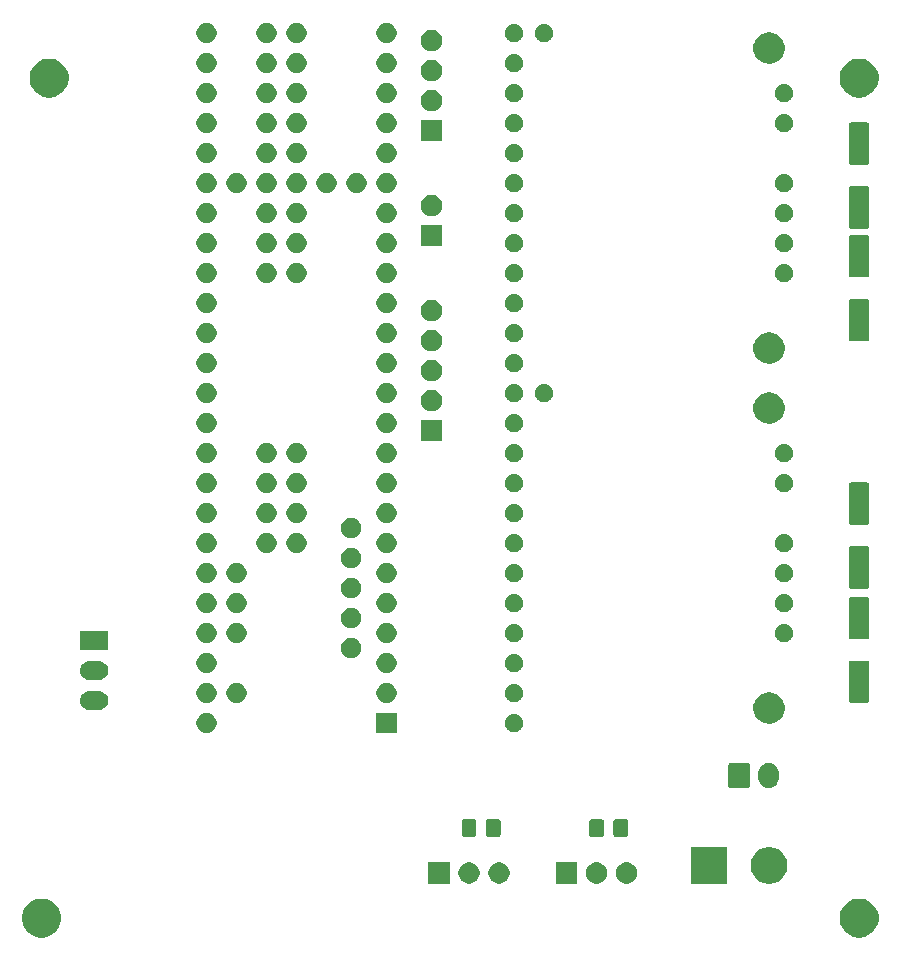
<source format=gts>
G04 #@! TF.GenerationSoftware,KiCad,Pcbnew,5.1.6*
G04 #@! TF.CreationDate,2020-08-31T22:31:01-05:00*
G04 #@! TF.ProjectId,shear_pcb,73686561-725f-4706-9362-2e6b69636164,rev?*
G04 #@! TF.SameCoordinates,Original*
G04 #@! TF.FileFunction,Soldermask,Top*
G04 #@! TF.FilePolarity,Negative*
%FSLAX46Y46*%
G04 Gerber Fmt 4.6, Leading zero omitted, Abs format (unit mm)*
G04 Created by KiCad (PCBNEW 5.1.6) date 2020-08-31 22:31:01*
%MOMM*%
%LPD*%
G01*
G04 APERTURE LIST*
%ADD10C,0.100000*%
G04 APERTURE END LIST*
D10*
G36*
X192780256Y-120946298D02*
G01*
X192886579Y-120967447D01*
X193187042Y-121091903D01*
X193457451Y-121272585D01*
X193687415Y-121502549D01*
X193868097Y-121772958D01*
X193992553Y-122073421D01*
X194056000Y-122392391D01*
X194056000Y-122717609D01*
X193992553Y-123036579D01*
X193868097Y-123337042D01*
X193687415Y-123607451D01*
X193457451Y-123837415D01*
X193187042Y-124018097D01*
X192886579Y-124142553D01*
X192780256Y-124163702D01*
X192567611Y-124206000D01*
X192242389Y-124206000D01*
X192029744Y-124163702D01*
X191923421Y-124142553D01*
X191622958Y-124018097D01*
X191352549Y-123837415D01*
X191122585Y-123607451D01*
X190941903Y-123337042D01*
X190817447Y-123036579D01*
X190754000Y-122717609D01*
X190754000Y-122392391D01*
X190817447Y-122073421D01*
X190941903Y-121772958D01*
X191122585Y-121502549D01*
X191352549Y-121272585D01*
X191622958Y-121091903D01*
X191923421Y-120967447D01*
X192029744Y-120946298D01*
X192242389Y-120904000D01*
X192567611Y-120904000D01*
X192780256Y-120946298D01*
G37*
G36*
X123565256Y-120946298D02*
G01*
X123671579Y-120967447D01*
X123972042Y-121091903D01*
X124242451Y-121272585D01*
X124472415Y-121502549D01*
X124653097Y-121772958D01*
X124777553Y-122073421D01*
X124841000Y-122392391D01*
X124841000Y-122717609D01*
X124777553Y-123036579D01*
X124653097Y-123337042D01*
X124472415Y-123607451D01*
X124242451Y-123837415D01*
X123972042Y-124018097D01*
X123671579Y-124142553D01*
X123565256Y-124163702D01*
X123352611Y-124206000D01*
X123027389Y-124206000D01*
X122814744Y-124163702D01*
X122708421Y-124142553D01*
X122407958Y-124018097D01*
X122137549Y-123837415D01*
X121907585Y-123607451D01*
X121726903Y-123337042D01*
X121602447Y-123036579D01*
X121539000Y-122717609D01*
X121539000Y-122392391D01*
X121602447Y-122073421D01*
X121726903Y-121772958D01*
X121907585Y-121502549D01*
X122137549Y-121272585D01*
X122407958Y-121091903D01*
X122708421Y-120967447D01*
X122814744Y-120946298D01*
X123027389Y-120904000D01*
X123352611Y-120904000D01*
X123565256Y-120946298D01*
G37*
G36*
X185087585Y-116588802D02*
G01*
X185237410Y-116618604D01*
X185519674Y-116735521D01*
X185773705Y-116905259D01*
X185989741Y-117121295D01*
X186159479Y-117375326D01*
X186276396Y-117657590D01*
X186276396Y-117657591D01*
X186333873Y-117946544D01*
X186336000Y-117957240D01*
X186336000Y-118262760D01*
X186276396Y-118562410D01*
X186159479Y-118844674D01*
X185989741Y-119098705D01*
X185773705Y-119314741D01*
X185519674Y-119484479D01*
X185237410Y-119601396D01*
X185087585Y-119631198D01*
X184937761Y-119661000D01*
X184632239Y-119661000D01*
X184482415Y-119631198D01*
X184332590Y-119601396D01*
X184050326Y-119484479D01*
X183796295Y-119314741D01*
X183580259Y-119098705D01*
X183410521Y-118844674D01*
X183293604Y-118562410D01*
X183234000Y-118262760D01*
X183234000Y-117957240D01*
X183236128Y-117946544D01*
X183293604Y-117657591D01*
X183293604Y-117657590D01*
X183410521Y-117375326D01*
X183580259Y-117121295D01*
X183796295Y-116905259D01*
X184050326Y-116735521D01*
X184332590Y-116618604D01*
X184482415Y-116588802D01*
X184632239Y-116559000D01*
X184937761Y-116559000D01*
X185087585Y-116588802D01*
G37*
G36*
X181256000Y-119661000D02*
G01*
X178154000Y-119661000D01*
X178154000Y-116559000D01*
X181256000Y-116559000D01*
X181256000Y-119661000D01*
G37*
G36*
X157746000Y-119646000D02*
G01*
X155944000Y-119646000D01*
X155944000Y-117844000D01*
X157746000Y-117844000D01*
X157746000Y-119646000D01*
G37*
G36*
X168541000Y-119646000D02*
G01*
X166739000Y-119646000D01*
X166739000Y-117844000D01*
X168541000Y-117844000D01*
X168541000Y-119646000D01*
G37*
G36*
X170293512Y-117848927D02*
G01*
X170442812Y-117878624D01*
X170606784Y-117946544D01*
X170754354Y-118045147D01*
X170879853Y-118170646D01*
X170978456Y-118318216D01*
X171046376Y-118482188D01*
X171081000Y-118656259D01*
X171081000Y-118833741D01*
X171046376Y-119007812D01*
X170978456Y-119171784D01*
X170879853Y-119319354D01*
X170754354Y-119444853D01*
X170606784Y-119543456D01*
X170442812Y-119611376D01*
X170293512Y-119641073D01*
X170268742Y-119646000D01*
X170091258Y-119646000D01*
X170066488Y-119641073D01*
X169917188Y-119611376D01*
X169753216Y-119543456D01*
X169605646Y-119444853D01*
X169480147Y-119319354D01*
X169381544Y-119171784D01*
X169313624Y-119007812D01*
X169279000Y-118833741D01*
X169279000Y-118656259D01*
X169313624Y-118482188D01*
X169381544Y-118318216D01*
X169480147Y-118170646D01*
X169605646Y-118045147D01*
X169753216Y-117946544D01*
X169917188Y-117878624D01*
X170066488Y-117848927D01*
X170091258Y-117844000D01*
X170268742Y-117844000D01*
X170293512Y-117848927D01*
G37*
G36*
X162038512Y-117848927D02*
G01*
X162187812Y-117878624D01*
X162351784Y-117946544D01*
X162499354Y-118045147D01*
X162624853Y-118170646D01*
X162723456Y-118318216D01*
X162791376Y-118482188D01*
X162826000Y-118656259D01*
X162826000Y-118833741D01*
X162791376Y-119007812D01*
X162723456Y-119171784D01*
X162624853Y-119319354D01*
X162499354Y-119444853D01*
X162351784Y-119543456D01*
X162187812Y-119611376D01*
X162038512Y-119641073D01*
X162013742Y-119646000D01*
X161836258Y-119646000D01*
X161811488Y-119641073D01*
X161662188Y-119611376D01*
X161498216Y-119543456D01*
X161350646Y-119444853D01*
X161225147Y-119319354D01*
X161126544Y-119171784D01*
X161058624Y-119007812D01*
X161024000Y-118833741D01*
X161024000Y-118656259D01*
X161058624Y-118482188D01*
X161126544Y-118318216D01*
X161225147Y-118170646D01*
X161350646Y-118045147D01*
X161498216Y-117946544D01*
X161662188Y-117878624D01*
X161811488Y-117848927D01*
X161836258Y-117844000D01*
X162013742Y-117844000D01*
X162038512Y-117848927D01*
G37*
G36*
X172833512Y-117848927D02*
G01*
X172982812Y-117878624D01*
X173146784Y-117946544D01*
X173294354Y-118045147D01*
X173419853Y-118170646D01*
X173518456Y-118318216D01*
X173586376Y-118482188D01*
X173621000Y-118656259D01*
X173621000Y-118833741D01*
X173586376Y-119007812D01*
X173518456Y-119171784D01*
X173419853Y-119319354D01*
X173294354Y-119444853D01*
X173146784Y-119543456D01*
X172982812Y-119611376D01*
X172833512Y-119641073D01*
X172808742Y-119646000D01*
X172631258Y-119646000D01*
X172606488Y-119641073D01*
X172457188Y-119611376D01*
X172293216Y-119543456D01*
X172145646Y-119444853D01*
X172020147Y-119319354D01*
X171921544Y-119171784D01*
X171853624Y-119007812D01*
X171819000Y-118833741D01*
X171819000Y-118656259D01*
X171853624Y-118482188D01*
X171921544Y-118318216D01*
X172020147Y-118170646D01*
X172145646Y-118045147D01*
X172293216Y-117946544D01*
X172457188Y-117878624D01*
X172606488Y-117848927D01*
X172631258Y-117844000D01*
X172808742Y-117844000D01*
X172833512Y-117848927D01*
G37*
G36*
X159498512Y-117848927D02*
G01*
X159647812Y-117878624D01*
X159811784Y-117946544D01*
X159959354Y-118045147D01*
X160084853Y-118170646D01*
X160183456Y-118318216D01*
X160251376Y-118482188D01*
X160286000Y-118656259D01*
X160286000Y-118833741D01*
X160251376Y-119007812D01*
X160183456Y-119171784D01*
X160084853Y-119319354D01*
X159959354Y-119444853D01*
X159811784Y-119543456D01*
X159647812Y-119611376D01*
X159498512Y-119641073D01*
X159473742Y-119646000D01*
X159296258Y-119646000D01*
X159271488Y-119641073D01*
X159122188Y-119611376D01*
X158958216Y-119543456D01*
X158810646Y-119444853D01*
X158685147Y-119319354D01*
X158586544Y-119171784D01*
X158518624Y-119007812D01*
X158484000Y-118833741D01*
X158484000Y-118656259D01*
X158518624Y-118482188D01*
X158586544Y-118318216D01*
X158685147Y-118170646D01*
X158810646Y-118045147D01*
X158958216Y-117946544D01*
X159122188Y-117878624D01*
X159271488Y-117848927D01*
X159296258Y-117844000D01*
X159473742Y-117844000D01*
X159498512Y-117848927D01*
G37*
G36*
X161898674Y-114188465D02*
G01*
X161936367Y-114199899D01*
X161971103Y-114218466D01*
X162001548Y-114243452D01*
X162026534Y-114273897D01*
X162045101Y-114308633D01*
X162056535Y-114346326D01*
X162061000Y-114391661D01*
X162061000Y-115478339D01*
X162056535Y-115523674D01*
X162045101Y-115561367D01*
X162026534Y-115596103D01*
X162001548Y-115626548D01*
X161971103Y-115651534D01*
X161936367Y-115670101D01*
X161898674Y-115681535D01*
X161853339Y-115686000D01*
X161016661Y-115686000D01*
X160971326Y-115681535D01*
X160933633Y-115670101D01*
X160898897Y-115651534D01*
X160868452Y-115626548D01*
X160843466Y-115596103D01*
X160824899Y-115561367D01*
X160813465Y-115523674D01*
X160809000Y-115478339D01*
X160809000Y-114391661D01*
X160813465Y-114346326D01*
X160824899Y-114308633D01*
X160843466Y-114273897D01*
X160868452Y-114243452D01*
X160898897Y-114218466D01*
X160933633Y-114199899D01*
X160971326Y-114188465D01*
X161016661Y-114184000D01*
X161853339Y-114184000D01*
X161898674Y-114188465D01*
G37*
G36*
X170643674Y-114188465D02*
G01*
X170681367Y-114199899D01*
X170716103Y-114218466D01*
X170746548Y-114243452D01*
X170771534Y-114273897D01*
X170790101Y-114308633D01*
X170801535Y-114346326D01*
X170806000Y-114391661D01*
X170806000Y-115478339D01*
X170801535Y-115523674D01*
X170790101Y-115561367D01*
X170771534Y-115596103D01*
X170746548Y-115626548D01*
X170716103Y-115651534D01*
X170681367Y-115670101D01*
X170643674Y-115681535D01*
X170598339Y-115686000D01*
X169761661Y-115686000D01*
X169716326Y-115681535D01*
X169678633Y-115670101D01*
X169643897Y-115651534D01*
X169613452Y-115626548D01*
X169588466Y-115596103D01*
X169569899Y-115561367D01*
X169558465Y-115523674D01*
X169554000Y-115478339D01*
X169554000Y-114391661D01*
X169558465Y-114346326D01*
X169569899Y-114308633D01*
X169588466Y-114273897D01*
X169613452Y-114243452D01*
X169643897Y-114218466D01*
X169678633Y-114199899D01*
X169716326Y-114188465D01*
X169761661Y-114184000D01*
X170598339Y-114184000D01*
X170643674Y-114188465D01*
G37*
G36*
X172693674Y-114188465D02*
G01*
X172731367Y-114199899D01*
X172766103Y-114218466D01*
X172796548Y-114243452D01*
X172821534Y-114273897D01*
X172840101Y-114308633D01*
X172851535Y-114346326D01*
X172856000Y-114391661D01*
X172856000Y-115478339D01*
X172851535Y-115523674D01*
X172840101Y-115561367D01*
X172821534Y-115596103D01*
X172796548Y-115626548D01*
X172766103Y-115651534D01*
X172731367Y-115670101D01*
X172693674Y-115681535D01*
X172648339Y-115686000D01*
X171811661Y-115686000D01*
X171766326Y-115681535D01*
X171728633Y-115670101D01*
X171693897Y-115651534D01*
X171663452Y-115626548D01*
X171638466Y-115596103D01*
X171619899Y-115561367D01*
X171608465Y-115523674D01*
X171604000Y-115478339D01*
X171604000Y-114391661D01*
X171608465Y-114346326D01*
X171619899Y-114308633D01*
X171638466Y-114273897D01*
X171663452Y-114243452D01*
X171693897Y-114218466D01*
X171728633Y-114199899D01*
X171766326Y-114188465D01*
X171811661Y-114184000D01*
X172648339Y-114184000D01*
X172693674Y-114188465D01*
G37*
G36*
X159848674Y-114188465D02*
G01*
X159886367Y-114199899D01*
X159921103Y-114218466D01*
X159951548Y-114243452D01*
X159976534Y-114273897D01*
X159995101Y-114308633D01*
X160006535Y-114346326D01*
X160011000Y-114391661D01*
X160011000Y-115478339D01*
X160006535Y-115523674D01*
X159995101Y-115561367D01*
X159976534Y-115596103D01*
X159951548Y-115626548D01*
X159921103Y-115651534D01*
X159886367Y-115670101D01*
X159848674Y-115681535D01*
X159803339Y-115686000D01*
X158966661Y-115686000D01*
X158921326Y-115681535D01*
X158883633Y-115670101D01*
X158848897Y-115651534D01*
X158818452Y-115626548D01*
X158793466Y-115596103D01*
X158774899Y-115561367D01*
X158763465Y-115523674D01*
X158759000Y-115478339D01*
X158759000Y-114391661D01*
X158763465Y-114346326D01*
X158774899Y-114308633D01*
X158793466Y-114273897D01*
X158818452Y-114243452D01*
X158848897Y-114218466D01*
X158883633Y-114199899D01*
X158921326Y-114188465D01*
X158966661Y-114184000D01*
X159803339Y-114184000D01*
X159848674Y-114188465D01*
G37*
G36*
X184921626Y-109452037D02*
G01*
X185091465Y-109503557D01*
X185091467Y-109503558D01*
X185247989Y-109587221D01*
X185385186Y-109699814D01*
X185468448Y-109801271D01*
X185497778Y-109837009D01*
X185581443Y-109993534D01*
X185632963Y-110163373D01*
X185646000Y-110295742D01*
X185646000Y-110684257D01*
X185632963Y-110816626D01*
X185581443Y-110986466D01*
X185497778Y-111142991D01*
X185468448Y-111178729D01*
X185385186Y-111280186D01*
X185290250Y-111358097D01*
X185247991Y-111392778D01*
X185091466Y-111476443D01*
X184921627Y-111527963D01*
X184745000Y-111545359D01*
X184568374Y-111527963D01*
X184398535Y-111476443D01*
X184242010Y-111392778D01*
X184104815Y-111280185D01*
X183992222Y-111142991D01*
X183908557Y-110986466D01*
X183857037Y-110816627D01*
X183844000Y-110684258D01*
X183844000Y-110295743D01*
X183857037Y-110163374D01*
X183908557Y-109993535D01*
X183992222Y-109837010D01*
X183992223Y-109837009D01*
X184104814Y-109699814D01*
X184206271Y-109616552D01*
X184242009Y-109587222D01*
X184398534Y-109503557D01*
X184568373Y-109452037D01*
X184745000Y-109434641D01*
X184921626Y-109452037D01*
G37*
G36*
X183003600Y-109442989D02*
G01*
X183036652Y-109453015D01*
X183067103Y-109469292D01*
X183093799Y-109491201D01*
X183115708Y-109517897D01*
X183131985Y-109548348D01*
X183142011Y-109581400D01*
X183146000Y-109621903D01*
X183146000Y-111358097D01*
X183142011Y-111398600D01*
X183131985Y-111431652D01*
X183115708Y-111462103D01*
X183093799Y-111488799D01*
X183067103Y-111510708D01*
X183036652Y-111526985D01*
X183003600Y-111537011D01*
X182963097Y-111541000D01*
X181526903Y-111541000D01*
X181486400Y-111537011D01*
X181453348Y-111526985D01*
X181422897Y-111510708D01*
X181396201Y-111488799D01*
X181374292Y-111462103D01*
X181358015Y-111431652D01*
X181347989Y-111398600D01*
X181344000Y-111358097D01*
X181344000Y-109621903D01*
X181347989Y-109581400D01*
X181358015Y-109548348D01*
X181374292Y-109517897D01*
X181396201Y-109491201D01*
X181422897Y-109469292D01*
X181453348Y-109453015D01*
X181486400Y-109442989D01*
X181526903Y-109439000D01*
X182963097Y-109439000D01*
X183003600Y-109442989D01*
G37*
G36*
X153251000Y-106896000D02*
G01*
X151549000Y-106896000D01*
X151549000Y-105194000D01*
X153251000Y-105194000D01*
X153251000Y-106896000D01*
G37*
G36*
X137408228Y-105226703D02*
G01*
X137563100Y-105290853D01*
X137702481Y-105383985D01*
X137821015Y-105502519D01*
X137914147Y-105641900D01*
X137978297Y-105796772D01*
X138011000Y-105961184D01*
X138011000Y-106128816D01*
X137978297Y-106293228D01*
X137914147Y-106448100D01*
X137821015Y-106587481D01*
X137702481Y-106706015D01*
X137563100Y-106799147D01*
X137408228Y-106863297D01*
X137243816Y-106896000D01*
X137076184Y-106896000D01*
X136911772Y-106863297D01*
X136756900Y-106799147D01*
X136617519Y-106706015D01*
X136498985Y-106587481D01*
X136405853Y-106448100D01*
X136341703Y-106293228D01*
X136309000Y-106128816D01*
X136309000Y-105961184D01*
X136341703Y-105796772D01*
X136405853Y-105641900D01*
X136498985Y-105502519D01*
X136617519Y-105383985D01*
X136756900Y-105290853D01*
X136911772Y-105226703D01*
X137076184Y-105194000D01*
X137243816Y-105194000D01*
X137408228Y-105226703D01*
G37*
G36*
X163424267Y-105289205D02*
G01*
X163567309Y-105348455D01*
X163567311Y-105348456D01*
X163696046Y-105434474D01*
X163805526Y-105543954D01*
X163854393Y-105617089D01*
X163891545Y-105672691D01*
X163950795Y-105815733D01*
X163981000Y-105967584D01*
X163981000Y-106122416D01*
X163950795Y-106274267D01*
X163891545Y-106417309D01*
X163891544Y-106417311D01*
X163805526Y-106546046D01*
X163696046Y-106655526D01*
X163567311Y-106741544D01*
X163567310Y-106741545D01*
X163567309Y-106741545D01*
X163424267Y-106800795D01*
X163272416Y-106831000D01*
X163117584Y-106831000D01*
X162965733Y-106800795D01*
X162822691Y-106741545D01*
X162822690Y-106741545D01*
X162822689Y-106741544D01*
X162693954Y-106655526D01*
X162584474Y-106546046D01*
X162498456Y-106417311D01*
X162498455Y-106417309D01*
X162439205Y-106274267D01*
X162409000Y-106122416D01*
X162409000Y-105967584D01*
X162439205Y-105815733D01*
X162498455Y-105672691D01*
X162535607Y-105617089D01*
X162584474Y-105543954D01*
X162693954Y-105434474D01*
X162822689Y-105348456D01*
X162822691Y-105348455D01*
X162965733Y-105289205D01*
X163117584Y-105259000D01*
X163272416Y-105259000D01*
X163424267Y-105289205D01*
G37*
G36*
X185042715Y-103479383D02*
G01*
X185170322Y-103504765D01*
X185311148Y-103563097D01*
X185410727Y-103604344D01*
X185410728Y-103604345D01*
X185627089Y-103748912D01*
X185811088Y-103932911D01*
X185859955Y-104006046D01*
X185955656Y-104149273D01*
X185992329Y-104237810D01*
X186055235Y-104389678D01*
X186055235Y-104389680D01*
X186106000Y-104644891D01*
X186106000Y-104905109D01*
X186080618Y-105032714D01*
X186055235Y-105160322D01*
X186027738Y-105226705D01*
X185955656Y-105400727D01*
X185933107Y-105434474D01*
X185811088Y-105617089D01*
X185627089Y-105801088D01*
X185482521Y-105897685D01*
X185410727Y-105945656D01*
X185311148Y-105986903D01*
X185170322Y-106045235D01*
X185042714Y-106070618D01*
X184915109Y-106096000D01*
X184654891Y-106096000D01*
X184527286Y-106070618D01*
X184399678Y-106045235D01*
X184258852Y-105986903D01*
X184159273Y-105945656D01*
X184087479Y-105897685D01*
X183942911Y-105801088D01*
X183758912Y-105617089D01*
X183636893Y-105434474D01*
X183614344Y-105400727D01*
X183542262Y-105226705D01*
X183514765Y-105160322D01*
X183489382Y-105032714D01*
X183464000Y-104905109D01*
X183464000Y-104644891D01*
X183514765Y-104389680D01*
X183514765Y-104389678D01*
X183577671Y-104237810D01*
X183614344Y-104149273D01*
X183710045Y-104006046D01*
X183758912Y-103932911D01*
X183942911Y-103748912D01*
X184159272Y-103604345D01*
X184159273Y-103604344D01*
X184258852Y-103563097D01*
X184399678Y-103504765D01*
X184527286Y-103479382D01*
X184654891Y-103454000D01*
X184915109Y-103454000D01*
X185042715Y-103479383D01*
G37*
G36*
X128113571Y-103342863D02*
G01*
X128192023Y-103350590D01*
X128292682Y-103381125D01*
X128343013Y-103396392D01*
X128482165Y-103470771D01*
X128604133Y-103570867D01*
X128704229Y-103692835D01*
X128778608Y-103831987D01*
X128778608Y-103831988D01*
X128824410Y-103982977D01*
X128839875Y-104140000D01*
X128824410Y-104297023D01*
X128796303Y-104389678D01*
X128778608Y-104448013D01*
X128704229Y-104587165D01*
X128604133Y-104709133D01*
X128482165Y-104809229D01*
X128343013Y-104883608D01*
X128292682Y-104898875D01*
X128192023Y-104929410D01*
X128113571Y-104937137D01*
X128074346Y-104941000D01*
X127195654Y-104941000D01*
X127156429Y-104937137D01*
X127077977Y-104929410D01*
X126977318Y-104898875D01*
X126926987Y-104883608D01*
X126787835Y-104809229D01*
X126665867Y-104709133D01*
X126565771Y-104587165D01*
X126491392Y-104448013D01*
X126473697Y-104389678D01*
X126445590Y-104297023D01*
X126430125Y-104140000D01*
X126445590Y-103982977D01*
X126491392Y-103831988D01*
X126491392Y-103831987D01*
X126565771Y-103692835D01*
X126665867Y-103570867D01*
X126787835Y-103470771D01*
X126926987Y-103396392D01*
X126977318Y-103381125D01*
X127077977Y-103350590D01*
X127156429Y-103342863D01*
X127195654Y-103339000D01*
X128074346Y-103339000D01*
X128113571Y-103342863D01*
G37*
G36*
X137408228Y-102686703D02*
G01*
X137563100Y-102750853D01*
X137702481Y-102843985D01*
X137821015Y-102962519D01*
X137914147Y-103101900D01*
X137978297Y-103256772D01*
X138011000Y-103421184D01*
X138011000Y-103588816D01*
X137978297Y-103753228D01*
X137914147Y-103908100D01*
X137821015Y-104047481D01*
X137702481Y-104166015D01*
X137563100Y-104259147D01*
X137408228Y-104323297D01*
X137243816Y-104356000D01*
X137076184Y-104356000D01*
X136911772Y-104323297D01*
X136756900Y-104259147D01*
X136617519Y-104166015D01*
X136498985Y-104047481D01*
X136405853Y-103908100D01*
X136341703Y-103753228D01*
X136309000Y-103588816D01*
X136309000Y-103421184D01*
X136341703Y-103256772D01*
X136405853Y-103101900D01*
X136498985Y-102962519D01*
X136617519Y-102843985D01*
X136756900Y-102750853D01*
X136911772Y-102686703D01*
X137076184Y-102654000D01*
X137243816Y-102654000D01*
X137408228Y-102686703D01*
G37*
G36*
X193110997Y-100758051D02*
G01*
X193144652Y-100768261D01*
X193175665Y-100784838D01*
X193202851Y-100807149D01*
X193225162Y-100834335D01*
X193241739Y-100865348D01*
X193251949Y-100899003D01*
X193256000Y-100940138D01*
X193256000Y-104169862D01*
X193251949Y-104210997D01*
X193241739Y-104244652D01*
X193225162Y-104275665D01*
X193202851Y-104302851D01*
X193175665Y-104325162D01*
X193144652Y-104341739D01*
X193110997Y-104351949D01*
X193069862Y-104356000D01*
X191740138Y-104356000D01*
X191699003Y-104351949D01*
X191665348Y-104341739D01*
X191634335Y-104325162D01*
X191607149Y-104302851D01*
X191584838Y-104275665D01*
X191568261Y-104244652D01*
X191558051Y-104210997D01*
X191554000Y-104169862D01*
X191554000Y-100940138D01*
X191558051Y-100899003D01*
X191568261Y-100865348D01*
X191584838Y-100834335D01*
X191607149Y-100807149D01*
X191634335Y-100784838D01*
X191665348Y-100768261D01*
X191699003Y-100758051D01*
X191740138Y-100754000D01*
X193069862Y-100754000D01*
X193110997Y-100758051D01*
G37*
G36*
X139948228Y-102686703D02*
G01*
X140103100Y-102750853D01*
X140242481Y-102843985D01*
X140361015Y-102962519D01*
X140454147Y-103101900D01*
X140518297Y-103256772D01*
X140551000Y-103421184D01*
X140551000Y-103588816D01*
X140518297Y-103753228D01*
X140454147Y-103908100D01*
X140361015Y-104047481D01*
X140242481Y-104166015D01*
X140103100Y-104259147D01*
X139948228Y-104323297D01*
X139783816Y-104356000D01*
X139616184Y-104356000D01*
X139451772Y-104323297D01*
X139296900Y-104259147D01*
X139157519Y-104166015D01*
X139038985Y-104047481D01*
X138945853Y-103908100D01*
X138881703Y-103753228D01*
X138849000Y-103588816D01*
X138849000Y-103421184D01*
X138881703Y-103256772D01*
X138945853Y-103101900D01*
X139038985Y-102962519D01*
X139157519Y-102843985D01*
X139296900Y-102750853D01*
X139451772Y-102686703D01*
X139616184Y-102654000D01*
X139783816Y-102654000D01*
X139948228Y-102686703D01*
G37*
G36*
X152648228Y-102686703D02*
G01*
X152803100Y-102750853D01*
X152942481Y-102843985D01*
X153061015Y-102962519D01*
X153154147Y-103101900D01*
X153218297Y-103256772D01*
X153251000Y-103421184D01*
X153251000Y-103588816D01*
X153218297Y-103753228D01*
X153154147Y-103908100D01*
X153061015Y-104047481D01*
X152942481Y-104166015D01*
X152803100Y-104259147D01*
X152648228Y-104323297D01*
X152483816Y-104356000D01*
X152316184Y-104356000D01*
X152151772Y-104323297D01*
X151996900Y-104259147D01*
X151857519Y-104166015D01*
X151738985Y-104047481D01*
X151645853Y-103908100D01*
X151581703Y-103753228D01*
X151549000Y-103588816D01*
X151549000Y-103421184D01*
X151581703Y-103256772D01*
X151645853Y-103101900D01*
X151738985Y-102962519D01*
X151857519Y-102843985D01*
X151996900Y-102750853D01*
X152151772Y-102686703D01*
X152316184Y-102654000D01*
X152483816Y-102654000D01*
X152648228Y-102686703D01*
G37*
G36*
X163424267Y-102749205D02*
G01*
X163567309Y-102808455D01*
X163567311Y-102808456D01*
X163696046Y-102894474D01*
X163805526Y-103003954D01*
X163805527Y-103003956D01*
X163891545Y-103132691D01*
X163950795Y-103275733D01*
X163981000Y-103427584D01*
X163981000Y-103582416D01*
X163950795Y-103734267D01*
X163891545Y-103877309D01*
X163891544Y-103877311D01*
X163805526Y-104006046D01*
X163696046Y-104115526D01*
X163567311Y-104201544D01*
X163567310Y-104201545D01*
X163567309Y-104201545D01*
X163424267Y-104260795D01*
X163272416Y-104291000D01*
X163117584Y-104291000D01*
X162965733Y-104260795D01*
X162822691Y-104201545D01*
X162822690Y-104201545D01*
X162822689Y-104201544D01*
X162693954Y-104115526D01*
X162584474Y-104006046D01*
X162498456Y-103877311D01*
X162498455Y-103877309D01*
X162439205Y-103734267D01*
X162409000Y-103582416D01*
X162409000Y-103427584D01*
X162439205Y-103275733D01*
X162498455Y-103132691D01*
X162584473Y-103003956D01*
X162584474Y-103003954D01*
X162693954Y-102894474D01*
X162822689Y-102808456D01*
X162822691Y-102808455D01*
X162965733Y-102749205D01*
X163117584Y-102719000D01*
X163272416Y-102719000D01*
X163424267Y-102749205D01*
G37*
G36*
X128113571Y-100802863D02*
G01*
X128192023Y-100810590D01*
X128292682Y-100841125D01*
X128343013Y-100856392D01*
X128482165Y-100930771D01*
X128604133Y-101030867D01*
X128704229Y-101152835D01*
X128778608Y-101291987D01*
X128778608Y-101291988D01*
X128824410Y-101442977D01*
X128839875Y-101600000D01*
X128824410Y-101757023D01*
X128793875Y-101857682D01*
X128778608Y-101908013D01*
X128704229Y-102047165D01*
X128604133Y-102169133D01*
X128482165Y-102269229D01*
X128343013Y-102343608D01*
X128292682Y-102358875D01*
X128192023Y-102389410D01*
X128113571Y-102397137D01*
X128074346Y-102401000D01*
X127195654Y-102401000D01*
X127156429Y-102397137D01*
X127077977Y-102389410D01*
X126977318Y-102358875D01*
X126926987Y-102343608D01*
X126787835Y-102269229D01*
X126665867Y-102169133D01*
X126565771Y-102047165D01*
X126491392Y-101908013D01*
X126476125Y-101857682D01*
X126445590Y-101757023D01*
X126430125Y-101600000D01*
X126445590Y-101442977D01*
X126491392Y-101291988D01*
X126491392Y-101291987D01*
X126565771Y-101152835D01*
X126665867Y-101030867D01*
X126787835Y-100930771D01*
X126926987Y-100856392D01*
X126977318Y-100841125D01*
X127077977Y-100810590D01*
X127156429Y-100802863D01*
X127195654Y-100799000D01*
X128074346Y-100799000D01*
X128113571Y-100802863D01*
G37*
G36*
X137408228Y-100146703D02*
G01*
X137563100Y-100210853D01*
X137702481Y-100303985D01*
X137821015Y-100422519D01*
X137914147Y-100561900D01*
X137978297Y-100716772D01*
X138011000Y-100881184D01*
X138011000Y-101048816D01*
X137978297Y-101213228D01*
X137914147Y-101368100D01*
X137821015Y-101507481D01*
X137702481Y-101626015D01*
X137563100Y-101719147D01*
X137408228Y-101783297D01*
X137243816Y-101816000D01*
X137076184Y-101816000D01*
X136911772Y-101783297D01*
X136756900Y-101719147D01*
X136617519Y-101626015D01*
X136498985Y-101507481D01*
X136405853Y-101368100D01*
X136341703Y-101213228D01*
X136309000Y-101048816D01*
X136309000Y-100881184D01*
X136341703Y-100716772D01*
X136405853Y-100561900D01*
X136498985Y-100422519D01*
X136617519Y-100303985D01*
X136756900Y-100210853D01*
X136911772Y-100146703D01*
X137076184Y-100114000D01*
X137243816Y-100114000D01*
X137408228Y-100146703D01*
G37*
G36*
X152648228Y-100146703D02*
G01*
X152803100Y-100210853D01*
X152942481Y-100303985D01*
X153061015Y-100422519D01*
X153154147Y-100561900D01*
X153218297Y-100716772D01*
X153251000Y-100881184D01*
X153251000Y-101048816D01*
X153218297Y-101213228D01*
X153154147Y-101368100D01*
X153061015Y-101507481D01*
X152942481Y-101626015D01*
X152803100Y-101719147D01*
X152648228Y-101783297D01*
X152483816Y-101816000D01*
X152316184Y-101816000D01*
X152151772Y-101783297D01*
X151996900Y-101719147D01*
X151857519Y-101626015D01*
X151738985Y-101507481D01*
X151645853Y-101368100D01*
X151581703Y-101213228D01*
X151549000Y-101048816D01*
X151549000Y-100881184D01*
X151581703Y-100716772D01*
X151645853Y-100561900D01*
X151738985Y-100422519D01*
X151857519Y-100303985D01*
X151996900Y-100210853D01*
X152151772Y-100146703D01*
X152316184Y-100114000D01*
X152483816Y-100114000D01*
X152648228Y-100146703D01*
G37*
G36*
X163424267Y-100209205D02*
G01*
X163567309Y-100268455D01*
X163567311Y-100268456D01*
X163696046Y-100354474D01*
X163805526Y-100463954D01*
X163838496Y-100513297D01*
X163891545Y-100592691D01*
X163950795Y-100735733D01*
X163981000Y-100887584D01*
X163981000Y-101042416D01*
X163950795Y-101194267D01*
X163891545Y-101337309D01*
X163891544Y-101337311D01*
X163805526Y-101466046D01*
X163696046Y-101575526D01*
X163567311Y-101661544D01*
X163567310Y-101661545D01*
X163567309Y-101661545D01*
X163424267Y-101720795D01*
X163272416Y-101751000D01*
X163117584Y-101751000D01*
X162965733Y-101720795D01*
X162822691Y-101661545D01*
X162822690Y-101661545D01*
X162822689Y-101661544D01*
X162693954Y-101575526D01*
X162584474Y-101466046D01*
X162498456Y-101337311D01*
X162498455Y-101337309D01*
X162439205Y-101194267D01*
X162409000Y-101042416D01*
X162409000Y-100887584D01*
X162439205Y-100735733D01*
X162498455Y-100592691D01*
X162551504Y-100513297D01*
X162584474Y-100463954D01*
X162693954Y-100354474D01*
X162822689Y-100268456D01*
X162822691Y-100268455D01*
X162965733Y-100209205D01*
X163117584Y-100179000D01*
X163272416Y-100179000D01*
X163424267Y-100209205D01*
G37*
G36*
X149648228Y-98876703D02*
G01*
X149803100Y-98940853D01*
X149942481Y-99033985D01*
X150061015Y-99152519D01*
X150154147Y-99291900D01*
X150218297Y-99446772D01*
X150251000Y-99611184D01*
X150251000Y-99778816D01*
X150218297Y-99943228D01*
X150154147Y-100098100D01*
X150061015Y-100237481D01*
X149942481Y-100356015D01*
X149803100Y-100449147D01*
X149648228Y-100513297D01*
X149483816Y-100546000D01*
X149316184Y-100546000D01*
X149151772Y-100513297D01*
X148996900Y-100449147D01*
X148857519Y-100356015D01*
X148738985Y-100237481D01*
X148645853Y-100098100D01*
X148581703Y-99943228D01*
X148549000Y-99778816D01*
X148549000Y-99611184D01*
X148581703Y-99446772D01*
X148645853Y-99291900D01*
X148738985Y-99152519D01*
X148857519Y-99033985D01*
X148996900Y-98940853D01*
X149151772Y-98876703D01*
X149316184Y-98844000D01*
X149483816Y-98844000D01*
X149648228Y-98876703D01*
G37*
G36*
X128836000Y-99861000D02*
G01*
X126434000Y-99861000D01*
X126434000Y-98259000D01*
X128836000Y-98259000D01*
X128836000Y-99861000D01*
G37*
G36*
X139948228Y-97606703D02*
G01*
X140103100Y-97670853D01*
X140242481Y-97763985D01*
X140361015Y-97882519D01*
X140454147Y-98021900D01*
X140518297Y-98176772D01*
X140551000Y-98341184D01*
X140551000Y-98508816D01*
X140518297Y-98673228D01*
X140454147Y-98828100D01*
X140361015Y-98967481D01*
X140242481Y-99086015D01*
X140103100Y-99179147D01*
X139948228Y-99243297D01*
X139783816Y-99276000D01*
X139616184Y-99276000D01*
X139451772Y-99243297D01*
X139296900Y-99179147D01*
X139157519Y-99086015D01*
X139038985Y-98967481D01*
X138945853Y-98828100D01*
X138881703Y-98673228D01*
X138849000Y-98508816D01*
X138849000Y-98341184D01*
X138881703Y-98176772D01*
X138945853Y-98021900D01*
X139038985Y-97882519D01*
X139157519Y-97763985D01*
X139296900Y-97670853D01*
X139451772Y-97606703D01*
X139616184Y-97574000D01*
X139783816Y-97574000D01*
X139948228Y-97606703D01*
G37*
G36*
X137408228Y-97606703D02*
G01*
X137563100Y-97670853D01*
X137702481Y-97763985D01*
X137821015Y-97882519D01*
X137914147Y-98021900D01*
X137978297Y-98176772D01*
X138011000Y-98341184D01*
X138011000Y-98508816D01*
X137978297Y-98673228D01*
X137914147Y-98828100D01*
X137821015Y-98967481D01*
X137702481Y-99086015D01*
X137563100Y-99179147D01*
X137408228Y-99243297D01*
X137243816Y-99276000D01*
X137076184Y-99276000D01*
X136911772Y-99243297D01*
X136756900Y-99179147D01*
X136617519Y-99086015D01*
X136498985Y-98967481D01*
X136405853Y-98828100D01*
X136341703Y-98673228D01*
X136309000Y-98508816D01*
X136309000Y-98341184D01*
X136341703Y-98176772D01*
X136405853Y-98021900D01*
X136498985Y-97882519D01*
X136617519Y-97763985D01*
X136756900Y-97670853D01*
X136911772Y-97606703D01*
X137076184Y-97574000D01*
X137243816Y-97574000D01*
X137408228Y-97606703D01*
G37*
G36*
X152648228Y-97606703D02*
G01*
X152803100Y-97670853D01*
X152942481Y-97763985D01*
X153061015Y-97882519D01*
X153154147Y-98021900D01*
X153218297Y-98176772D01*
X153251000Y-98341184D01*
X153251000Y-98508816D01*
X153218297Y-98673228D01*
X153154147Y-98828100D01*
X153061015Y-98967481D01*
X152942481Y-99086015D01*
X152803100Y-99179147D01*
X152648228Y-99243297D01*
X152483816Y-99276000D01*
X152316184Y-99276000D01*
X152151772Y-99243297D01*
X151996900Y-99179147D01*
X151857519Y-99086015D01*
X151738985Y-98967481D01*
X151645853Y-98828100D01*
X151581703Y-98673228D01*
X151549000Y-98508816D01*
X151549000Y-98341184D01*
X151581703Y-98176772D01*
X151645853Y-98021900D01*
X151738985Y-97882519D01*
X151857519Y-97763985D01*
X151996900Y-97670853D01*
X152151772Y-97606703D01*
X152316184Y-97574000D01*
X152483816Y-97574000D01*
X152648228Y-97606703D01*
G37*
G36*
X186284267Y-97669205D02*
G01*
X186427309Y-97728455D01*
X186427311Y-97728456D01*
X186556046Y-97814474D01*
X186665526Y-97923954D01*
X186698496Y-97973297D01*
X186751545Y-98052691D01*
X186810795Y-98195733D01*
X186841000Y-98347584D01*
X186841000Y-98502416D01*
X186810795Y-98654267D01*
X186762914Y-98769862D01*
X186751544Y-98797311D01*
X186665526Y-98926046D01*
X186556046Y-99035526D01*
X186427311Y-99121544D01*
X186427310Y-99121545D01*
X186427309Y-99121545D01*
X186284267Y-99180795D01*
X186132416Y-99211000D01*
X185977584Y-99211000D01*
X185825733Y-99180795D01*
X185682691Y-99121545D01*
X185682690Y-99121545D01*
X185682689Y-99121544D01*
X185553954Y-99035526D01*
X185444474Y-98926046D01*
X185358456Y-98797311D01*
X185347086Y-98769862D01*
X185299205Y-98654267D01*
X185269000Y-98502416D01*
X185269000Y-98347584D01*
X185299205Y-98195733D01*
X185358455Y-98052691D01*
X185411504Y-97973297D01*
X185444474Y-97923954D01*
X185553954Y-97814474D01*
X185682689Y-97728456D01*
X185682691Y-97728455D01*
X185825733Y-97669205D01*
X185977584Y-97639000D01*
X186132416Y-97639000D01*
X186284267Y-97669205D01*
G37*
G36*
X163424267Y-97669205D02*
G01*
X163567309Y-97728455D01*
X163567311Y-97728456D01*
X163696046Y-97814474D01*
X163805526Y-97923954D01*
X163838496Y-97973297D01*
X163891545Y-98052691D01*
X163950795Y-98195733D01*
X163981000Y-98347584D01*
X163981000Y-98502416D01*
X163950795Y-98654267D01*
X163902914Y-98769862D01*
X163891544Y-98797311D01*
X163805526Y-98926046D01*
X163696046Y-99035526D01*
X163567311Y-99121544D01*
X163567310Y-99121545D01*
X163567309Y-99121545D01*
X163424267Y-99180795D01*
X163272416Y-99211000D01*
X163117584Y-99211000D01*
X162965733Y-99180795D01*
X162822691Y-99121545D01*
X162822690Y-99121545D01*
X162822689Y-99121544D01*
X162693954Y-99035526D01*
X162584474Y-98926046D01*
X162498456Y-98797311D01*
X162487086Y-98769862D01*
X162439205Y-98654267D01*
X162409000Y-98502416D01*
X162409000Y-98347584D01*
X162439205Y-98195733D01*
X162498455Y-98052691D01*
X162551504Y-97973297D01*
X162584474Y-97923954D01*
X162693954Y-97814474D01*
X162822689Y-97728456D01*
X162822691Y-97728455D01*
X162965733Y-97669205D01*
X163117584Y-97639000D01*
X163272416Y-97639000D01*
X163424267Y-97669205D01*
G37*
G36*
X193110997Y-95358051D02*
G01*
X193144652Y-95368261D01*
X193175665Y-95384838D01*
X193202851Y-95407149D01*
X193225162Y-95434335D01*
X193241739Y-95465348D01*
X193251949Y-95499003D01*
X193256000Y-95540138D01*
X193256000Y-98769862D01*
X193251949Y-98810997D01*
X193241739Y-98844652D01*
X193225162Y-98875665D01*
X193202851Y-98902851D01*
X193175665Y-98925162D01*
X193144652Y-98941739D01*
X193110997Y-98951949D01*
X193069862Y-98956000D01*
X191740138Y-98956000D01*
X191699003Y-98951949D01*
X191665348Y-98941739D01*
X191634335Y-98925162D01*
X191607149Y-98902851D01*
X191584838Y-98875665D01*
X191568261Y-98844652D01*
X191558051Y-98810997D01*
X191554000Y-98769862D01*
X191554000Y-95540138D01*
X191558051Y-95499003D01*
X191568261Y-95465348D01*
X191584838Y-95434335D01*
X191607149Y-95407149D01*
X191634335Y-95384838D01*
X191665348Y-95368261D01*
X191699003Y-95358051D01*
X191740138Y-95354000D01*
X193069862Y-95354000D01*
X193110997Y-95358051D01*
G37*
G36*
X149648228Y-96336703D02*
G01*
X149803100Y-96400853D01*
X149942481Y-96493985D01*
X150061015Y-96612519D01*
X150154147Y-96751900D01*
X150218297Y-96906772D01*
X150251000Y-97071184D01*
X150251000Y-97238816D01*
X150218297Y-97403228D01*
X150154147Y-97558100D01*
X150061015Y-97697481D01*
X149942481Y-97816015D01*
X149803100Y-97909147D01*
X149648228Y-97973297D01*
X149483816Y-98006000D01*
X149316184Y-98006000D01*
X149151772Y-97973297D01*
X148996900Y-97909147D01*
X148857519Y-97816015D01*
X148738985Y-97697481D01*
X148645853Y-97558100D01*
X148581703Y-97403228D01*
X148549000Y-97238816D01*
X148549000Y-97071184D01*
X148581703Y-96906772D01*
X148645853Y-96751900D01*
X148738985Y-96612519D01*
X148857519Y-96493985D01*
X148996900Y-96400853D01*
X149151772Y-96336703D01*
X149316184Y-96304000D01*
X149483816Y-96304000D01*
X149648228Y-96336703D01*
G37*
G36*
X152648228Y-95066703D02*
G01*
X152803100Y-95130853D01*
X152942481Y-95223985D01*
X153061015Y-95342519D01*
X153154147Y-95481900D01*
X153218297Y-95636772D01*
X153251000Y-95801184D01*
X153251000Y-95968816D01*
X153218297Y-96133228D01*
X153154147Y-96288100D01*
X153061015Y-96427481D01*
X152942481Y-96546015D01*
X152803100Y-96639147D01*
X152648228Y-96703297D01*
X152483816Y-96736000D01*
X152316184Y-96736000D01*
X152151772Y-96703297D01*
X151996900Y-96639147D01*
X151857519Y-96546015D01*
X151738985Y-96427481D01*
X151645853Y-96288100D01*
X151581703Y-96133228D01*
X151549000Y-95968816D01*
X151549000Y-95801184D01*
X151581703Y-95636772D01*
X151645853Y-95481900D01*
X151738985Y-95342519D01*
X151857519Y-95223985D01*
X151996900Y-95130853D01*
X152151772Y-95066703D01*
X152316184Y-95034000D01*
X152483816Y-95034000D01*
X152648228Y-95066703D01*
G37*
G36*
X137408228Y-95066703D02*
G01*
X137563100Y-95130853D01*
X137702481Y-95223985D01*
X137821015Y-95342519D01*
X137914147Y-95481900D01*
X137978297Y-95636772D01*
X138011000Y-95801184D01*
X138011000Y-95968816D01*
X137978297Y-96133228D01*
X137914147Y-96288100D01*
X137821015Y-96427481D01*
X137702481Y-96546015D01*
X137563100Y-96639147D01*
X137408228Y-96703297D01*
X137243816Y-96736000D01*
X137076184Y-96736000D01*
X136911772Y-96703297D01*
X136756900Y-96639147D01*
X136617519Y-96546015D01*
X136498985Y-96427481D01*
X136405853Y-96288100D01*
X136341703Y-96133228D01*
X136309000Y-95968816D01*
X136309000Y-95801184D01*
X136341703Y-95636772D01*
X136405853Y-95481900D01*
X136498985Y-95342519D01*
X136617519Y-95223985D01*
X136756900Y-95130853D01*
X136911772Y-95066703D01*
X137076184Y-95034000D01*
X137243816Y-95034000D01*
X137408228Y-95066703D01*
G37*
G36*
X139948228Y-95066703D02*
G01*
X140103100Y-95130853D01*
X140242481Y-95223985D01*
X140361015Y-95342519D01*
X140454147Y-95481900D01*
X140518297Y-95636772D01*
X140551000Y-95801184D01*
X140551000Y-95968816D01*
X140518297Y-96133228D01*
X140454147Y-96288100D01*
X140361015Y-96427481D01*
X140242481Y-96546015D01*
X140103100Y-96639147D01*
X139948228Y-96703297D01*
X139783816Y-96736000D01*
X139616184Y-96736000D01*
X139451772Y-96703297D01*
X139296900Y-96639147D01*
X139157519Y-96546015D01*
X139038985Y-96427481D01*
X138945853Y-96288100D01*
X138881703Y-96133228D01*
X138849000Y-95968816D01*
X138849000Y-95801184D01*
X138881703Y-95636772D01*
X138945853Y-95481900D01*
X139038985Y-95342519D01*
X139157519Y-95223985D01*
X139296900Y-95130853D01*
X139451772Y-95066703D01*
X139616184Y-95034000D01*
X139783816Y-95034000D01*
X139948228Y-95066703D01*
G37*
G36*
X163424267Y-95129205D02*
G01*
X163567309Y-95188455D01*
X163567311Y-95188456D01*
X163696046Y-95274474D01*
X163805526Y-95383954D01*
X163860347Y-95466000D01*
X163891545Y-95512691D01*
X163950795Y-95655733D01*
X163981000Y-95807584D01*
X163981000Y-95962416D01*
X163950795Y-96114267D01*
X163891545Y-96257309D01*
X163891544Y-96257311D01*
X163805526Y-96386046D01*
X163696046Y-96495526D01*
X163567311Y-96581544D01*
X163567310Y-96581545D01*
X163567309Y-96581545D01*
X163424267Y-96640795D01*
X163272416Y-96671000D01*
X163117584Y-96671000D01*
X162965733Y-96640795D01*
X162822691Y-96581545D01*
X162822690Y-96581545D01*
X162822689Y-96581544D01*
X162693954Y-96495526D01*
X162584474Y-96386046D01*
X162498456Y-96257311D01*
X162498455Y-96257309D01*
X162439205Y-96114267D01*
X162409000Y-95962416D01*
X162409000Y-95807584D01*
X162439205Y-95655733D01*
X162498455Y-95512691D01*
X162529653Y-95466000D01*
X162584474Y-95383954D01*
X162693954Y-95274474D01*
X162822689Y-95188456D01*
X162822691Y-95188455D01*
X162965733Y-95129205D01*
X163117584Y-95099000D01*
X163272416Y-95099000D01*
X163424267Y-95129205D01*
G37*
G36*
X186284267Y-95129205D02*
G01*
X186427309Y-95188455D01*
X186427311Y-95188456D01*
X186556046Y-95274474D01*
X186665526Y-95383954D01*
X186720347Y-95466000D01*
X186751545Y-95512691D01*
X186810795Y-95655733D01*
X186841000Y-95807584D01*
X186841000Y-95962416D01*
X186810795Y-96114267D01*
X186751545Y-96257309D01*
X186751544Y-96257311D01*
X186665526Y-96386046D01*
X186556046Y-96495526D01*
X186427311Y-96581544D01*
X186427310Y-96581545D01*
X186427309Y-96581545D01*
X186284267Y-96640795D01*
X186132416Y-96671000D01*
X185977584Y-96671000D01*
X185825733Y-96640795D01*
X185682691Y-96581545D01*
X185682690Y-96581545D01*
X185682689Y-96581544D01*
X185553954Y-96495526D01*
X185444474Y-96386046D01*
X185358456Y-96257311D01*
X185358455Y-96257309D01*
X185299205Y-96114267D01*
X185269000Y-95962416D01*
X185269000Y-95807584D01*
X185299205Y-95655733D01*
X185358455Y-95512691D01*
X185389653Y-95466000D01*
X185444474Y-95383954D01*
X185553954Y-95274474D01*
X185682689Y-95188456D01*
X185682691Y-95188455D01*
X185825733Y-95129205D01*
X185977584Y-95099000D01*
X186132416Y-95099000D01*
X186284267Y-95129205D01*
G37*
G36*
X149648228Y-93796703D02*
G01*
X149803100Y-93860853D01*
X149942481Y-93953985D01*
X150061015Y-94072519D01*
X150154147Y-94211900D01*
X150218297Y-94366772D01*
X150251000Y-94531184D01*
X150251000Y-94698816D01*
X150218297Y-94863228D01*
X150154147Y-95018100D01*
X150061015Y-95157481D01*
X149942481Y-95276015D01*
X149803100Y-95369147D01*
X149648228Y-95433297D01*
X149483816Y-95466000D01*
X149316184Y-95466000D01*
X149151772Y-95433297D01*
X148996900Y-95369147D01*
X148857519Y-95276015D01*
X148738985Y-95157481D01*
X148645853Y-95018100D01*
X148581703Y-94863228D01*
X148549000Y-94698816D01*
X148549000Y-94531184D01*
X148581703Y-94366772D01*
X148645853Y-94211900D01*
X148738985Y-94072519D01*
X148857519Y-93953985D01*
X148996900Y-93860853D01*
X149151772Y-93796703D01*
X149316184Y-93764000D01*
X149483816Y-93764000D01*
X149648228Y-93796703D01*
G37*
G36*
X193110997Y-91073051D02*
G01*
X193144652Y-91083261D01*
X193175665Y-91099838D01*
X193202851Y-91122149D01*
X193225162Y-91149335D01*
X193241739Y-91180348D01*
X193251949Y-91214003D01*
X193256000Y-91255138D01*
X193256000Y-94484862D01*
X193251949Y-94525997D01*
X193241739Y-94559652D01*
X193225162Y-94590665D01*
X193202851Y-94617851D01*
X193175665Y-94640162D01*
X193144652Y-94656739D01*
X193110997Y-94666949D01*
X193069862Y-94671000D01*
X191740138Y-94671000D01*
X191699003Y-94666949D01*
X191665348Y-94656739D01*
X191634335Y-94640162D01*
X191607149Y-94617851D01*
X191584838Y-94590665D01*
X191568261Y-94559652D01*
X191558051Y-94525997D01*
X191554000Y-94484862D01*
X191554000Y-91255138D01*
X191558051Y-91214003D01*
X191568261Y-91180348D01*
X191584838Y-91149335D01*
X191607149Y-91122149D01*
X191634335Y-91099838D01*
X191665348Y-91083261D01*
X191699003Y-91073051D01*
X191740138Y-91069000D01*
X193069862Y-91069000D01*
X193110997Y-91073051D01*
G37*
G36*
X152648228Y-92526703D02*
G01*
X152803100Y-92590853D01*
X152942481Y-92683985D01*
X153061015Y-92802519D01*
X153154147Y-92941900D01*
X153218297Y-93096772D01*
X153251000Y-93261184D01*
X153251000Y-93428816D01*
X153218297Y-93593228D01*
X153154147Y-93748100D01*
X153061015Y-93887481D01*
X152942481Y-94006015D01*
X152803100Y-94099147D01*
X152648228Y-94163297D01*
X152483816Y-94196000D01*
X152316184Y-94196000D01*
X152151772Y-94163297D01*
X151996900Y-94099147D01*
X151857519Y-94006015D01*
X151738985Y-93887481D01*
X151645853Y-93748100D01*
X151581703Y-93593228D01*
X151549000Y-93428816D01*
X151549000Y-93261184D01*
X151581703Y-93096772D01*
X151645853Y-92941900D01*
X151738985Y-92802519D01*
X151857519Y-92683985D01*
X151996900Y-92590853D01*
X152151772Y-92526703D01*
X152316184Y-92494000D01*
X152483816Y-92494000D01*
X152648228Y-92526703D01*
G37*
G36*
X137408228Y-92526703D02*
G01*
X137563100Y-92590853D01*
X137702481Y-92683985D01*
X137821015Y-92802519D01*
X137914147Y-92941900D01*
X137978297Y-93096772D01*
X138011000Y-93261184D01*
X138011000Y-93428816D01*
X137978297Y-93593228D01*
X137914147Y-93748100D01*
X137821015Y-93887481D01*
X137702481Y-94006015D01*
X137563100Y-94099147D01*
X137408228Y-94163297D01*
X137243816Y-94196000D01*
X137076184Y-94196000D01*
X136911772Y-94163297D01*
X136756900Y-94099147D01*
X136617519Y-94006015D01*
X136498985Y-93887481D01*
X136405853Y-93748100D01*
X136341703Y-93593228D01*
X136309000Y-93428816D01*
X136309000Y-93261184D01*
X136341703Y-93096772D01*
X136405853Y-92941900D01*
X136498985Y-92802519D01*
X136617519Y-92683985D01*
X136756900Y-92590853D01*
X136911772Y-92526703D01*
X137076184Y-92494000D01*
X137243816Y-92494000D01*
X137408228Y-92526703D01*
G37*
G36*
X139948228Y-92526703D02*
G01*
X140103100Y-92590853D01*
X140242481Y-92683985D01*
X140361015Y-92802519D01*
X140454147Y-92941900D01*
X140518297Y-93096772D01*
X140551000Y-93261184D01*
X140551000Y-93428816D01*
X140518297Y-93593228D01*
X140454147Y-93748100D01*
X140361015Y-93887481D01*
X140242481Y-94006015D01*
X140103100Y-94099147D01*
X139948228Y-94163297D01*
X139783816Y-94196000D01*
X139616184Y-94196000D01*
X139451772Y-94163297D01*
X139296900Y-94099147D01*
X139157519Y-94006015D01*
X139038985Y-93887481D01*
X138945853Y-93748100D01*
X138881703Y-93593228D01*
X138849000Y-93428816D01*
X138849000Y-93261184D01*
X138881703Y-93096772D01*
X138945853Y-92941900D01*
X139038985Y-92802519D01*
X139157519Y-92683985D01*
X139296900Y-92590853D01*
X139451772Y-92526703D01*
X139616184Y-92494000D01*
X139783816Y-92494000D01*
X139948228Y-92526703D01*
G37*
G36*
X186284267Y-92589205D02*
G01*
X186427309Y-92648455D01*
X186427311Y-92648456D01*
X186556046Y-92734474D01*
X186665526Y-92843954D01*
X186698496Y-92893297D01*
X186751545Y-92972691D01*
X186810795Y-93115733D01*
X186841000Y-93267584D01*
X186841000Y-93422416D01*
X186810795Y-93574267D01*
X186751545Y-93717309D01*
X186751544Y-93717311D01*
X186665526Y-93846046D01*
X186556046Y-93955526D01*
X186427311Y-94041544D01*
X186427310Y-94041545D01*
X186427309Y-94041545D01*
X186284267Y-94100795D01*
X186132416Y-94131000D01*
X185977584Y-94131000D01*
X185825733Y-94100795D01*
X185682691Y-94041545D01*
X185682690Y-94041545D01*
X185682689Y-94041544D01*
X185553954Y-93955526D01*
X185444474Y-93846046D01*
X185358456Y-93717311D01*
X185358455Y-93717309D01*
X185299205Y-93574267D01*
X185269000Y-93422416D01*
X185269000Y-93267584D01*
X185299205Y-93115733D01*
X185358455Y-92972691D01*
X185411504Y-92893297D01*
X185444474Y-92843954D01*
X185553954Y-92734474D01*
X185682689Y-92648456D01*
X185682691Y-92648455D01*
X185825733Y-92589205D01*
X185977584Y-92559000D01*
X186132416Y-92559000D01*
X186284267Y-92589205D01*
G37*
G36*
X163424267Y-92589205D02*
G01*
X163567309Y-92648455D01*
X163567311Y-92648456D01*
X163696046Y-92734474D01*
X163805526Y-92843954D01*
X163838496Y-92893297D01*
X163891545Y-92972691D01*
X163950795Y-93115733D01*
X163981000Y-93267584D01*
X163981000Y-93422416D01*
X163950795Y-93574267D01*
X163891545Y-93717309D01*
X163891544Y-93717311D01*
X163805526Y-93846046D01*
X163696046Y-93955526D01*
X163567311Y-94041544D01*
X163567310Y-94041545D01*
X163567309Y-94041545D01*
X163424267Y-94100795D01*
X163272416Y-94131000D01*
X163117584Y-94131000D01*
X162965733Y-94100795D01*
X162822691Y-94041545D01*
X162822690Y-94041545D01*
X162822689Y-94041544D01*
X162693954Y-93955526D01*
X162584474Y-93846046D01*
X162498456Y-93717311D01*
X162498455Y-93717309D01*
X162439205Y-93574267D01*
X162409000Y-93422416D01*
X162409000Y-93267584D01*
X162439205Y-93115733D01*
X162498455Y-92972691D01*
X162551504Y-92893297D01*
X162584474Y-92843954D01*
X162693954Y-92734474D01*
X162822689Y-92648456D01*
X162822691Y-92648455D01*
X162965733Y-92589205D01*
X163117584Y-92559000D01*
X163272416Y-92559000D01*
X163424267Y-92589205D01*
G37*
G36*
X149648228Y-91256703D02*
G01*
X149803100Y-91320853D01*
X149942481Y-91413985D01*
X150061015Y-91532519D01*
X150154147Y-91671900D01*
X150218297Y-91826772D01*
X150251000Y-91991184D01*
X150251000Y-92158816D01*
X150218297Y-92323228D01*
X150154147Y-92478100D01*
X150061015Y-92617481D01*
X149942481Y-92736015D01*
X149803100Y-92829147D01*
X149648228Y-92893297D01*
X149483816Y-92926000D01*
X149316184Y-92926000D01*
X149151772Y-92893297D01*
X148996900Y-92829147D01*
X148857519Y-92736015D01*
X148738985Y-92617481D01*
X148645853Y-92478100D01*
X148581703Y-92323228D01*
X148549000Y-92158816D01*
X148549000Y-91991184D01*
X148581703Y-91826772D01*
X148645853Y-91671900D01*
X148738985Y-91532519D01*
X148857519Y-91413985D01*
X148996900Y-91320853D01*
X149151772Y-91256703D01*
X149316184Y-91224000D01*
X149483816Y-91224000D01*
X149648228Y-91256703D01*
G37*
G36*
X137408228Y-89986703D02*
G01*
X137563100Y-90050853D01*
X137702481Y-90143985D01*
X137821015Y-90262519D01*
X137914147Y-90401900D01*
X137978297Y-90556772D01*
X138011000Y-90721184D01*
X138011000Y-90888816D01*
X137978297Y-91053228D01*
X137914147Y-91208100D01*
X137821015Y-91347481D01*
X137702481Y-91466015D01*
X137563100Y-91559147D01*
X137408228Y-91623297D01*
X137243816Y-91656000D01*
X137076184Y-91656000D01*
X136911772Y-91623297D01*
X136756900Y-91559147D01*
X136617519Y-91466015D01*
X136498985Y-91347481D01*
X136405853Y-91208100D01*
X136341703Y-91053228D01*
X136309000Y-90888816D01*
X136309000Y-90721184D01*
X136341703Y-90556772D01*
X136405853Y-90401900D01*
X136498985Y-90262519D01*
X136617519Y-90143985D01*
X136756900Y-90050853D01*
X136911772Y-89986703D01*
X137076184Y-89954000D01*
X137243816Y-89954000D01*
X137408228Y-89986703D01*
G37*
G36*
X152648228Y-89986703D02*
G01*
X152803100Y-90050853D01*
X152942481Y-90143985D01*
X153061015Y-90262519D01*
X153154147Y-90401900D01*
X153218297Y-90556772D01*
X153251000Y-90721184D01*
X153251000Y-90888816D01*
X153218297Y-91053228D01*
X153154147Y-91208100D01*
X153061015Y-91347481D01*
X152942481Y-91466015D01*
X152803100Y-91559147D01*
X152648228Y-91623297D01*
X152483816Y-91656000D01*
X152316184Y-91656000D01*
X152151772Y-91623297D01*
X151996900Y-91559147D01*
X151857519Y-91466015D01*
X151738985Y-91347481D01*
X151645853Y-91208100D01*
X151581703Y-91053228D01*
X151549000Y-90888816D01*
X151549000Y-90721184D01*
X151581703Y-90556772D01*
X151645853Y-90401900D01*
X151738985Y-90262519D01*
X151857519Y-90143985D01*
X151996900Y-90050853D01*
X152151772Y-89986703D01*
X152316184Y-89954000D01*
X152483816Y-89954000D01*
X152648228Y-89986703D01*
G37*
G36*
X145028228Y-89986703D02*
G01*
X145183100Y-90050853D01*
X145322481Y-90143985D01*
X145441015Y-90262519D01*
X145534147Y-90401900D01*
X145598297Y-90556772D01*
X145631000Y-90721184D01*
X145631000Y-90888816D01*
X145598297Y-91053228D01*
X145534147Y-91208100D01*
X145441015Y-91347481D01*
X145322481Y-91466015D01*
X145183100Y-91559147D01*
X145028228Y-91623297D01*
X144863816Y-91656000D01*
X144696184Y-91656000D01*
X144531772Y-91623297D01*
X144376900Y-91559147D01*
X144237519Y-91466015D01*
X144118985Y-91347481D01*
X144025853Y-91208100D01*
X143961703Y-91053228D01*
X143929000Y-90888816D01*
X143929000Y-90721184D01*
X143961703Y-90556772D01*
X144025853Y-90401900D01*
X144118985Y-90262519D01*
X144237519Y-90143985D01*
X144376900Y-90050853D01*
X144531772Y-89986703D01*
X144696184Y-89954000D01*
X144863816Y-89954000D01*
X145028228Y-89986703D01*
G37*
G36*
X142488228Y-89986703D02*
G01*
X142643100Y-90050853D01*
X142782481Y-90143985D01*
X142901015Y-90262519D01*
X142994147Y-90401900D01*
X143058297Y-90556772D01*
X143091000Y-90721184D01*
X143091000Y-90888816D01*
X143058297Y-91053228D01*
X142994147Y-91208100D01*
X142901015Y-91347481D01*
X142782481Y-91466015D01*
X142643100Y-91559147D01*
X142488228Y-91623297D01*
X142323816Y-91656000D01*
X142156184Y-91656000D01*
X141991772Y-91623297D01*
X141836900Y-91559147D01*
X141697519Y-91466015D01*
X141578985Y-91347481D01*
X141485853Y-91208100D01*
X141421703Y-91053228D01*
X141389000Y-90888816D01*
X141389000Y-90721184D01*
X141421703Y-90556772D01*
X141485853Y-90401900D01*
X141578985Y-90262519D01*
X141697519Y-90143985D01*
X141836900Y-90050853D01*
X141991772Y-89986703D01*
X142156184Y-89954000D01*
X142323816Y-89954000D01*
X142488228Y-89986703D01*
G37*
G36*
X163424267Y-90049205D02*
G01*
X163567309Y-90108455D01*
X163567311Y-90108456D01*
X163696046Y-90194474D01*
X163805526Y-90303954D01*
X163838496Y-90353297D01*
X163891545Y-90432691D01*
X163950795Y-90575733D01*
X163981000Y-90727584D01*
X163981000Y-90882416D01*
X163950795Y-91034267D01*
X163903132Y-91149335D01*
X163891544Y-91177311D01*
X163805526Y-91306046D01*
X163696046Y-91415526D01*
X163567311Y-91501544D01*
X163567310Y-91501545D01*
X163567309Y-91501545D01*
X163424267Y-91560795D01*
X163272416Y-91591000D01*
X163117584Y-91591000D01*
X162965733Y-91560795D01*
X162822691Y-91501545D01*
X162822690Y-91501545D01*
X162822689Y-91501544D01*
X162693954Y-91415526D01*
X162584474Y-91306046D01*
X162498456Y-91177311D01*
X162486868Y-91149335D01*
X162439205Y-91034267D01*
X162409000Y-90882416D01*
X162409000Y-90727584D01*
X162439205Y-90575733D01*
X162498455Y-90432691D01*
X162551504Y-90353297D01*
X162584474Y-90303954D01*
X162693954Y-90194474D01*
X162822689Y-90108456D01*
X162822691Y-90108455D01*
X162965733Y-90049205D01*
X163117584Y-90019000D01*
X163272416Y-90019000D01*
X163424267Y-90049205D01*
G37*
G36*
X186284267Y-90049205D02*
G01*
X186427309Y-90108455D01*
X186427311Y-90108456D01*
X186556046Y-90194474D01*
X186665526Y-90303954D01*
X186698496Y-90353297D01*
X186751545Y-90432691D01*
X186810795Y-90575733D01*
X186841000Y-90727584D01*
X186841000Y-90882416D01*
X186810795Y-91034267D01*
X186763132Y-91149335D01*
X186751544Y-91177311D01*
X186665526Y-91306046D01*
X186556046Y-91415526D01*
X186427311Y-91501544D01*
X186427310Y-91501545D01*
X186427309Y-91501545D01*
X186284267Y-91560795D01*
X186132416Y-91591000D01*
X185977584Y-91591000D01*
X185825733Y-91560795D01*
X185682691Y-91501545D01*
X185682690Y-91501545D01*
X185682689Y-91501544D01*
X185553954Y-91415526D01*
X185444474Y-91306046D01*
X185358456Y-91177311D01*
X185346868Y-91149335D01*
X185299205Y-91034267D01*
X185269000Y-90882416D01*
X185269000Y-90727584D01*
X185299205Y-90575733D01*
X185358455Y-90432691D01*
X185411504Y-90353297D01*
X185444474Y-90303954D01*
X185553954Y-90194474D01*
X185682689Y-90108456D01*
X185682691Y-90108455D01*
X185825733Y-90049205D01*
X185977584Y-90019000D01*
X186132416Y-90019000D01*
X186284267Y-90049205D01*
G37*
G36*
X149648228Y-88716703D02*
G01*
X149803100Y-88780853D01*
X149942481Y-88873985D01*
X150061015Y-88992519D01*
X150154147Y-89131900D01*
X150218297Y-89286772D01*
X150251000Y-89451184D01*
X150251000Y-89618816D01*
X150218297Y-89783228D01*
X150154147Y-89938100D01*
X150061015Y-90077481D01*
X149942481Y-90196015D01*
X149803100Y-90289147D01*
X149648228Y-90353297D01*
X149483816Y-90386000D01*
X149316184Y-90386000D01*
X149151772Y-90353297D01*
X148996900Y-90289147D01*
X148857519Y-90196015D01*
X148738985Y-90077481D01*
X148645853Y-89938100D01*
X148581703Y-89783228D01*
X148549000Y-89618816D01*
X148549000Y-89451184D01*
X148581703Y-89286772D01*
X148645853Y-89131900D01*
X148738985Y-88992519D01*
X148857519Y-88873985D01*
X148996900Y-88780853D01*
X149151772Y-88716703D01*
X149316184Y-88684000D01*
X149483816Y-88684000D01*
X149648228Y-88716703D01*
G37*
G36*
X193110997Y-85673051D02*
G01*
X193144652Y-85683261D01*
X193175665Y-85699838D01*
X193202851Y-85722149D01*
X193225162Y-85749335D01*
X193241739Y-85780348D01*
X193251949Y-85814003D01*
X193256000Y-85855138D01*
X193256000Y-89084862D01*
X193251949Y-89125997D01*
X193241739Y-89159652D01*
X193225162Y-89190665D01*
X193202851Y-89217851D01*
X193175665Y-89240162D01*
X193144652Y-89256739D01*
X193110997Y-89266949D01*
X193069862Y-89271000D01*
X191740138Y-89271000D01*
X191699003Y-89266949D01*
X191665348Y-89256739D01*
X191634335Y-89240162D01*
X191607149Y-89217851D01*
X191584838Y-89190665D01*
X191568261Y-89159652D01*
X191558051Y-89125997D01*
X191554000Y-89084862D01*
X191554000Y-85855138D01*
X191558051Y-85814003D01*
X191568261Y-85780348D01*
X191584838Y-85749335D01*
X191607149Y-85722149D01*
X191634335Y-85699838D01*
X191665348Y-85683261D01*
X191699003Y-85673051D01*
X191740138Y-85669000D01*
X193069862Y-85669000D01*
X193110997Y-85673051D01*
G37*
G36*
X137408228Y-87446703D02*
G01*
X137563100Y-87510853D01*
X137702481Y-87603985D01*
X137821015Y-87722519D01*
X137914147Y-87861900D01*
X137978297Y-88016772D01*
X138011000Y-88181184D01*
X138011000Y-88348816D01*
X137978297Y-88513228D01*
X137914147Y-88668100D01*
X137821015Y-88807481D01*
X137702481Y-88926015D01*
X137563100Y-89019147D01*
X137408228Y-89083297D01*
X137243816Y-89116000D01*
X137076184Y-89116000D01*
X136911772Y-89083297D01*
X136756900Y-89019147D01*
X136617519Y-88926015D01*
X136498985Y-88807481D01*
X136405853Y-88668100D01*
X136341703Y-88513228D01*
X136309000Y-88348816D01*
X136309000Y-88181184D01*
X136341703Y-88016772D01*
X136405853Y-87861900D01*
X136498985Y-87722519D01*
X136617519Y-87603985D01*
X136756900Y-87510853D01*
X136911772Y-87446703D01*
X137076184Y-87414000D01*
X137243816Y-87414000D01*
X137408228Y-87446703D01*
G37*
G36*
X142488228Y-87446703D02*
G01*
X142643100Y-87510853D01*
X142782481Y-87603985D01*
X142901015Y-87722519D01*
X142994147Y-87861900D01*
X143058297Y-88016772D01*
X143091000Y-88181184D01*
X143091000Y-88348816D01*
X143058297Y-88513228D01*
X142994147Y-88668100D01*
X142901015Y-88807481D01*
X142782481Y-88926015D01*
X142643100Y-89019147D01*
X142488228Y-89083297D01*
X142323816Y-89116000D01*
X142156184Y-89116000D01*
X141991772Y-89083297D01*
X141836900Y-89019147D01*
X141697519Y-88926015D01*
X141578985Y-88807481D01*
X141485853Y-88668100D01*
X141421703Y-88513228D01*
X141389000Y-88348816D01*
X141389000Y-88181184D01*
X141421703Y-88016772D01*
X141485853Y-87861900D01*
X141578985Y-87722519D01*
X141697519Y-87603985D01*
X141836900Y-87510853D01*
X141991772Y-87446703D01*
X142156184Y-87414000D01*
X142323816Y-87414000D01*
X142488228Y-87446703D01*
G37*
G36*
X145028228Y-87446703D02*
G01*
X145183100Y-87510853D01*
X145322481Y-87603985D01*
X145441015Y-87722519D01*
X145534147Y-87861900D01*
X145598297Y-88016772D01*
X145631000Y-88181184D01*
X145631000Y-88348816D01*
X145598297Y-88513228D01*
X145534147Y-88668100D01*
X145441015Y-88807481D01*
X145322481Y-88926015D01*
X145183100Y-89019147D01*
X145028228Y-89083297D01*
X144863816Y-89116000D01*
X144696184Y-89116000D01*
X144531772Y-89083297D01*
X144376900Y-89019147D01*
X144237519Y-88926015D01*
X144118985Y-88807481D01*
X144025853Y-88668100D01*
X143961703Y-88513228D01*
X143929000Y-88348816D01*
X143929000Y-88181184D01*
X143961703Y-88016772D01*
X144025853Y-87861900D01*
X144118985Y-87722519D01*
X144237519Y-87603985D01*
X144376900Y-87510853D01*
X144531772Y-87446703D01*
X144696184Y-87414000D01*
X144863816Y-87414000D01*
X145028228Y-87446703D01*
G37*
G36*
X152648228Y-87446703D02*
G01*
X152803100Y-87510853D01*
X152942481Y-87603985D01*
X153061015Y-87722519D01*
X153154147Y-87861900D01*
X153218297Y-88016772D01*
X153251000Y-88181184D01*
X153251000Y-88348816D01*
X153218297Y-88513228D01*
X153154147Y-88668100D01*
X153061015Y-88807481D01*
X152942481Y-88926015D01*
X152803100Y-89019147D01*
X152648228Y-89083297D01*
X152483816Y-89116000D01*
X152316184Y-89116000D01*
X152151772Y-89083297D01*
X151996900Y-89019147D01*
X151857519Y-88926015D01*
X151738985Y-88807481D01*
X151645853Y-88668100D01*
X151581703Y-88513228D01*
X151549000Y-88348816D01*
X151549000Y-88181184D01*
X151581703Y-88016772D01*
X151645853Y-87861900D01*
X151738985Y-87722519D01*
X151857519Y-87603985D01*
X151996900Y-87510853D01*
X152151772Y-87446703D01*
X152316184Y-87414000D01*
X152483816Y-87414000D01*
X152648228Y-87446703D01*
G37*
G36*
X163424267Y-87509205D02*
G01*
X163567309Y-87568455D01*
X163567311Y-87568456D01*
X163696046Y-87654474D01*
X163805526Y-87763954D01*
X163805527Y-87763956D01*
X163891545Y-87892691D01*
X163950795Y-88035733D01*
X163981000Y-88187584D01*
X163981000Y-88342416D01*
X163950795Y-88494267D01*
X163891545Y-88637309D01*
X163891544Y-88637311D01*
X163805526Y-88766046D01*
X163696046Y-88875526D01*
X163567311Y-88961544D01*
X163567310Y-88961545D01*
X163567309Y-88961545D01*
X163424267Y-89020795D01*
X163272416Y-89051000D01*
X163117584Y-89051000D01*
X162965733Y-89020795D01*
X162822691Y-88961545D01*
X162822690Y-88961545D01*
X162822689Y-88961544D01*
X162693954Y-88875526D01*
X162584474Y-88766046D01*
X162498456Y-88637311D01*
X162498455Y-88637309D01*
X162439205Y-88494267D01*
X162409000Y-88342416D01*
X162409000Y-88187584D01*
X162439205Y-88035733D01*
X162498455Y-87892691D01*
X162584473Y-87763956D01*
X162584474Y-87763954D01*
X162693954Y-87654474D01*
X162822689Y-87568456D01*
X162822691Y-87568455D01*
X162965733Y-87509205D01*
X163117584Y-87479000D01*
X163272416Y-87479000D01*
X163424267Y-87509205D01*
G37*
G36*
X145028228Y-84906703D02*
G01*
X145183100Y-84970853D01*
X145322481Y-85063985D01*
X145441015Y-85182519D01*
X145534147Y-85321900D01*
X145598297Y-85476772D01*
X145631000Y-85641184D01*
X145631000Y-85808816D01*
X145598297Y-85973228D01*
X145534147Y-86128100D01*
X145441015Y-86267481D01*
X145322481Y-86386015D01*
X145183100Y-86479147D01*
X145028228Y-86543297D01*
X144863816Y-86576000D01*
X144696184Y-86576000D01*
X144531772Y-86543297D01*
X144376900Y-86479147D01*
X144237519Y-86386015D01*
X144118985Y-86267481D01*
X144025853Y-86128100D01*
X143961703Y-85973228D01*
X143929000Y-85808816D01*
X143929000Y-85641184D01*
X143961703Y-85476772D01*
X144025853Y-85321900D01*
X144118985Y-85182519D01*
X144237519Y-85063985D01*
X144376900Y-84970853D01*
X144531772Y-84906703D01*
X144696184Y-84874000D01*
X144863816Y-84874000D01*
X145028228Y-84906703D01*
G37*
G36*
X137408228Y-84906703D02*
G01*
X137563100Y-84970853D01*
X137702481Y-85063985D01*
X137821015Y-85182519D01*
X137914147Y-85321900D01*
X137978297Y-85476772D01*
X138011000Y-85641184D01*
X138011000Y-85808816D01*
X137978297Y-85973228D01*
X137914147Y-86128100D01*
X137821015Y-86267481D01*
X137702481Y-86386015D01*
X137563100Y-86479147D01*
X137408228Y-86543297D01*
X137243816Y-86576000D01*
X137076184Y-86576000D01*
X136911772Y-86543297D01*
X136756900Y-86479147D01*
X136617519Y-86386015D01*
X136498985Y-86267481D01*
X136405853Y-86128100D01*
X136341703Y-85973228D01*
X136309000Y-85808816D01*
X136309000Y-85641184D01*
X136341703Y-85476772D01*
X136405853Y-85321900D01*
X136498985Y-85182519D01*
X136617519Y-85063985D01*
X136756900Y-84970853D01*
X136911772Y-84906703D01*
X137076184Y-84874000D01*
X137243816Y-84874000D01*
X137408228Y-84906703D01*
G37*
G36*
X152648228Y-84906703D02*
G01*
X152803100Y-84970853D01*
X152942481Y-85063985D01*
X153061015Y-85182519D01*
X153154147Y-85321900D01*
X153218297Y-85476772D01*
X153251000Y-85641184D01*
X153251000Y-85808816D01*
X153218297Y-85973228D01*
X153154147Y-86128100D01*
X153061015Y-86267481D01*
X152942481Y-86386015D01*
X152803100Y-86479147D01*
X152648228Y-86543297D01*
X152483816Y-86576000D01*
X152316184Y-86576000D01*
X152151772Y-86543297D01*
X151996900Y-86479147D01*
X151857519Y-86386015D01*
X151738985Y-86267481D01*
X151645853Y-86128100D01*
X151581703Y-85973228D01*
X151549000Y-85808816D01*
X151549000Y-85641184D01*
X151581703Y-85476772D01*
X151645853Y-85321900D01*
X151738985Y-85182519D01*
X151857519Y-85063985D01*
X151996900Y-84970853D01*
X152151772Y-84906703D01*
X152316184Y-84874000D01*
X152483816Y-84874000D01*
X152648228Y-84906703D01*
G37*
G36*
X142488228Y-84906703D02*
G01*
X142643100Y-84970853D01*
X142782481Y-85063985D01*
X142901015Y-85182519D01*
X142994147Y-85321900D01*
X143058297Y-85476772D01*
X143091000Y-85641184D01*
X143091000Y-85808816D01*
X143058297Y-85973228D01*
X142994147Y-86128100D01*
X142901015Y-86267481D01*
X142782481Y-86386015D01*
X142643100Y-86479147D01*
X142488228Y-86543297D01*
X142323816Y-86576000D01*
X142156184Y-86576000D01*
X141991772Y-86543297D01*
X141836900Y-86479147D01*
X141697519Y-86386015D01*
X141578985Y-86267481D01*
X141485853Y-86128100D01*
X141421703Y-85973228D01*
X141389000Y-85808816D01*
X141389000Y-85641184D01*
X141421703Y-85476772D01*
X141485853Y-85321900D01*
X141578985Y-85182519D01*
X141697519Y-85063985D01*
X141836900Y-84970853D01*
X141991772Y-84906703D01*
X142156184Y-84874000D01*
X142323816Y-84874000D01*
X142488228Y-84906703D01*
G37*
G36*
X186284267Y-84969205D02*
G01*
X186427309Y-85028455D01*
X186427311Y-85028456D01*
X186556046Y-85114474D01*
X186665526Y-85223954D01*
X186665527Y-85223956D01*
X186751545Y-85352691D01*
X186810795Y-85495733D01*
X186841000Y-85647584D01*
X186841000Y-85802416D01*
X186810795Y-85954267D01*
X186751545Y-86097309D01*
X186751544Y-86097311D01*
X186665526Y-86226046D01*
X186556046Y-86335526D01*
X186427311Y-86421544D01*
X186427310Y-86421545D01*
X186427309Y-86421545D01*
X186284267Y-86480795D01*
X186132416Y-86511000D01*
X185977584Y-86511000D01*
X185825733Y-86480795D01*
X185682691Y-86421545D01*
X185682690Y-86421545D01*
X185682689Y-86421544D01*
X185553954Y-86335526D01*
X185444474Y-86226046D01*
X185358456Y-86097311D01*
X185358455Y-86097309D01*
X185299205Y-85954267D01*
X185269000Y-85802416D01*
X185269000Y-85647584D01*
X185299205Y-85495733D01*
X185358455Y-85352691D01*
X185444473Y-85223956D01*
X185444474Y-85223954D01*
X185553954Y-85114474D01*
X185682689Y-85028456D01*
X185682691Y-85028455D01*
X185825733Y-84969205D01*
X185977584Y-84939000D01*
X186132416Y-84939000D01*
X186284267Y-84969205D01*
G37*
G36*
X163424267Y-84969205D02*
G01*
X163567309Y-85028455D01*
X163567311Y-85028456D01*
X163696046Y-85114474D01*
X163805526Y-85223954D01*
X163805527Y-85223956D01*
X163891545Y-85352691D01*
X163950795Y-85495733D01*
X163981000Y-85647584D01*
X163981000Y-85802416D01*
X163950795Y-85954267D01*
X163891545Y-86097309D01*
X163891544Y-86097311D01*
X163805526Y-86226046D01*
X163696046Y-86335526D01*
X163567311Y-86421544D01*
X163567310Y-86421545D01*
X163567309Y-86421545D01*
X163424267Y-86480795D01*
X163272416Y-86511000D01*
X163117584Y-86511000D01*
X162965733Y-86480795D01*
X162822691Y-86421545D01*
X162822690Y-86421545D01*
X162822689Y-86421544D01*
X162693954Y-86335526D01*
X162584474Y-86226046D01*
X162498456Y-86097311D01*
X162498455Y-86097309D01*
X162439205Y-85954267D01*
X162409000Y-85802416D01*
X162409000Y-85647584D01*
X162439205Y-85495733D01*
X162498455Y-85352691D01*
X162584473Y-85223956D01*
X162584474Y-85223954D01*
X162693954Y-85114474D01*
X162822689Y-85028456D01*
X162822691Y-85028455D01*
X162965733Y-84969205D01*
X163117584Y-84939000D01*
X163272416Y-84939000D01*
X163424267Y-84969205D01*
G37*
G36*
X152648228Y-82366703D02*
G01*
X152803100Y-82430853D01*
X152942481Y-82523985D01*
X153061015Y-82642519D01*
X153154147Y-82781900D01*
X153218297Y-82936772D01*
X153251000Y-83101184D01*
X153251000Y-83268816D01*
X153218297Y-83433228D01*
X153154147Y-83588100D01*
X153061015Y-83727481D01*
X152942481Y-83846015D01*
X152803100Y-83939147D01*
X152648228Y-84003297D01*
X152483816Y-84036000D01*
X152316184Y-84036000D01*
X152151772Y-84003297D01*
X151996900Y-83939147D01*
X151857519Y-83846015D01*
X151738985Y-83727481D01*
X151645853Y-83588100D01*
X151581703Y-83433228D01*
X151549000Y-83268816D01*
X151549000Y-83101184D01*
X151581703Y-82936772D01*
X151645853Y-82781900D01*
X151738985Y-82642519D01*
X151857519Y-82523985D01*
X151996900Y-82430853D01*
X152151772Y-82366703D01*
X152316184Y-82334000D01*
X152483816Y-82334000D01*
X152648228Y-82366703D01*
G37*
G36*
X145028228Y-82366703D02*
G01*
X145183100Y-82430853D01*
X145322481Y-82523985D01*
X145441015Y-82642519D01*
X145534147Y-82781900D01*
X145598297Y-82936772D01*
X145631000Y-83101184D01*
X145631000Y-83268816D01*
X145598297Y-83433228D01*
X145534147Y-83588100D01*
X145441015Y-83727481D01*
X145322481Y-83846015D01*
X145183100Y-83939147D01*
X145028228Y-84003297D01*
X144863816Y-84036000D01*
X144696184Y-84036000D01*
X144531772Y-84003297D01*
X144376900Y-83939147D01*
X144237519Y-83846015D01*
X144118985Y-83727481D01*
X144025853Y-83588100D01*
X143961703Y-83433228D01*
X143929000Y-83268816D01*
X143929000Y-83101184D01*
X143961703Y-82936772D01*
X144025853Y-82781900D01*
X144118985Y-82642519D01*
X144237519Y-82523985D01*
X144376900Y-82430853D01*
X144531772Y-82366703D01*
X144696184Y-82334000D01*
X144863816Y-82334000D01*
X145028228Y-82366703D01*
G37*
G36*
X142488228Y-82366703D02*
G01*
X142643100Y-82430853D01*
X142782481Y-82523985D01*
X142901015Y-82642519D01*
X142994147Y-82781900D01*
X143058297Y-82936772D01*
X143091000Y-83101184D01*
X143091000Y-83268816D01*
X143058297Y-83433228D01*
X142994147Y-83588100D01*
X142901015Y-83727481D01*
X142782481Y-83846015D01*
X142643100Y-83939147D01*
X142488228Y-84003297D01*
X142323816Y-84036000D01*
X142156184Y-84036000D01*
X141991772Y-84003297D01*
X141836900Y-83939147D01*
X141697519Y-83846015D01*
X141578985Y-83727481D01*
X141485853Y-83588100D01*
X141421703Y-83433228D01*
X141389000Y-83268816D01*
X141389000Y-83101184D01*
X141421703Y-82936772D01*
X141485853Y-82781900D01*
X141578985Y-82642519D01*
X141697519Y-82523985D01*
X141836900Y-82430853D01*
X141991772Y-82366703D01*
X142156184Y-82334000D01*
X142323816Y-82334000D01*
X142488228Y-82366703D01*
G37*
G36*
X137408228Y-82366703D02*
G01*
X137563100Y-82430853D01*
X137702481Y-82523985D01*
X137821015Y-82642519D01*
X137914147Y-82781900D01*
X137978297Y-82936772D01*
X138011000Y-83101184D01*
X138011000Y-83268816D01*
X137978297Y-83433228D01*
X137914147Y-83588100D01*
X137821015Y-83727481D01*
X137702481Y-83846015D01*
X137563100Y-83939147D01*
X137408228Y-84003297D01*
X137243816Y-84036000D01*
X137076184Y-84036000D01*
X136911772Y-84003297D01*
X136756900Y-83939147D01*
X136617519Y-83846015D01*
X136498985Y-83727481D01*
X136405853Y-83588100D01*
X136341703Y-83433228D01*
X136309000Y-83268816D01*
X136309000Y-83101184D01*
X136341703Y-82936772D01*
X136405853Y-82781900D01*
X136498985Y-82642519D01*
X136617519Y-82523985D01*
X136756900Y-82430853D01*
X136911772Y-82366703D01*
X137076184Y-82334000D01*
X137243816Y-82334000D01*
X137408228Y-82366703D01*
G37*
G36*
X163424267Y-82429205D02*
G01*
X163567309Y-82488455D01*
X163567311Y-82488456D01*
X163696046Y-82574474D01*
X163805526Y-82683954D01*
X163805527Y-82683956D01*
X163891545Y-82812691D01*
X163950795Y-82955733D01*
X163981000Y-83107584D01*
X163981000Y-83262416D01*
X163950795Y-83414267D01*
X163891545Y-83557309D01*
X163891544Y-83557311D01*
X163805526Y-83686046D01*
X163696046Y-83795526D01*
X163567311Y-83881544D01*
X163567310Y-83881545D01*
X163567309Y-83881545D01*
X163424267Y-83940795D01*
X163272416Y-83971000D01*
X163117584Y-83971000D01*
X162965733Y-83940795D01*
X162822691Y-83881545D01*
X162822690Y-83881545D01*
X162822689Y-83881544D01*
X162693954Y-83795526D01*
X162584474Y-83686046D01*
X162498456Y-83557311D01*
X162498455Y-83557309D01*
X162439205Y-83414267D01*
X162409000Y-83262416D01*
X162409000Y-83107584D01*
X162439205Y-82955733D01*
X162498455Y-82812691D01*
X162584473Y-82683956D01*
X162584474Y-82683954D01*
X162693954Y-82574474D01*
X162822689Y-82488456D01*
X162822691Y-82488455D01*
X162965733Y-82429205D01*
X163117584Y-82399000D01*
X163272416Y-82399000D01*
X163424267Y-82429205D01*
G37*
G36*
X186284267Y-82429205D02*
G01*
X186427309Y-82488455D01*
X186427311Y-82488456D01*
X186556046Y-82574474D01*
X186665526Y-82683954D01*
X186665527Y-82683956D01*
X186751545Y-82812691D01*
X186810795Y-82955733D01*
X186841000Y-83107584D01*
X186841000Y-83262416D01*
X186810795Y-83414267D01*
X186751545Y-83557309D01*
X186751544Y-83557311D01*
X186665526Y-83686046D01*
X186556046Y-83795526D01*
X186427311Y-83881544D01*
X186427310Y-83881545D01*
X186427309Y-83881545D01*
X186284267Y-83940795D01*
X186132416Y-83971000D01*
X185977584Y-83971000D01*
X185825733Y-83940795D01*
X185682691Y-83881545D01*
X185682690Y-83881545D01*
X185682689Y-83881544D01*
X185553954Y-83795526D01*
X185444474Y-83686046D01*
X185358456Y-83557311D01*
X185358455Y-83557309D01*
X185299205Y-83414267D01*
X185269000Y-83262416D01*
X185269000Y-83107584D01*
X185299205Y-82955733D01*
X185358455Y-82812691D01*
X185444473Y-82683956D01*
X185444474Y-82683954D01*
X185553954Y-82574474D01*
X185682689Y-82488456D01*
X185682691Y-82488455D01*
X185825733Y-82429205D01*
X185977584Y-82399000D01*
X186132416Y-82399000D01*
X186284267Y-82429205D01*
G37*
G36*
X157111000Y-82181000D02*
G01*
X155309000Y-82181000D01*
X155309000Y-80379000D01*
X157111000Y-80379000D01*
X157111000Y-82181000D01*
G37*
G36*
X137408228Y-79826703D02*
G01*
X137563100Y-79890853D01*
X137702481Y-79983985D01*
X137821015Y-80102519D01*
X137914147Y-80241900D01*
X137978297Y-80396772D01*
X138011000Y-80561184D01*
X138011000Y-80728816D01*
X137978297Y-80893228D01*
X137914147Y-81048100D01*
X137821015Y-81187481D01*
X137702481Y-81306015D01*
X137563100Y-81399147D01*
X137408228Y-81463297D01*
X137243816Y-81496000D01*
X137076184Y-81496000D01*
X136911772Y-81463297D01*
X136756900Y-81399147D01*
X136617519Y-81306015D01*
X136498985Y-81187481D01*
X136405853Y-81048100D01*
X136341703Y-80893228D01*
X136309000Y-80728816D01*
X136309000Y-80561184D01*
X136341703Y-80396772D01*
X136405853Y-80241900D01*
X136498985Y-80102519D01*
X136617519Y-79983985D01*
X136756900Y-79890853D01*
X136911772Y-79826703D01*
X137076184Y-79794000D01*
X137243816Y-79794000D01*
X137408228Y-79826703D01*
G37*
G36*
X152648228Y-79826703D02*
G01*
X152803100Y-79890853D01*
X152942481Y-79983985D01*
X153061015Y-80102519D01*
X153154147Y-80241900D01*
X153218297Y-80396772D01*
X153251000Y-80561184D01*
X153251000Y-80728816D01*
X153218297Y-80893228D01*
X153154147Y-81048100D01*
X153061015Y-81187481D01*
X152942481Y-81306015D01*
X152803100Y-81399147D01*
X152648228Y-81463297D01*
X152483816Y-81496000D01*
X152316184Y-81496000D01*
X152151772Y-81463297D01*
X151996900Y-81399147D01*
X151857519Y-81306015D01*
X151738985Y-81187481D01*
X151645853Y-81048100D01*
X151581703Y-80893228D01*
X151549000Y-80728816D01*
X151549000Y-80561184D01*
X151581703Y-80396772D01*
X151645853Y-80241900D01*
X151738985Y-80102519D01*
X151857519Y-79983985D01*
X151996900Y-79890853D01*
X152151772Y-79826703D01*
X152316184Y-79794000D01*
X152483816Y-79794000D01*
X152648228Y-79826703D01*
G37*
G36*
X163424267Y-79889205D02*
G01*
X163567309Y-79948455D01*
X163567311Y-79948456D01*
X163696046Y-80034474D01*
X163805526Y-80143954D01*
X163854393Y-80217089D01*
X163891545Y-80272691D01*
X163950795Y-80415733D01*
X163981000Y-80567584D01*
X163981000Y-80722416D01*
X163950795Y-80874267D01*
X163891545Y-81017309D01*
X163891544Y-81017311D01*
X163805526Y-81146046D01*
X163696046Y-81255526D01*
X163567311Y-81341544D01*
X163567310Y-81341545D01*
X163567309Y-81341545D01*
X163424267Y-81400795D01*
X163272416Y-81431000D01*
X163117584Y-81431000D01*
X162965733Y-81400795D01*
X162822691Y-81341545D01*
X162822690Y-81341545D01*
X162822689Y-81341544D01*
X162693954Y-81255526D01*
X162584474Y-81146046D01*
X162498456Y-81017311D01*
X162498455Y-81017309D01*
X162439205Y-80874267D01*
X162409000Y-80722416D01*
X162409000Y-80567584D01*
X162439205Y-80415733D01*
X162498455Y-80272691D01*
X162535607Y-80217089D01*
X162584474Y-80143954D01*
X162693954Y-80034474D01*
X162822689Y-79948456D01*
X162822691Y-79948455D01*
X162965733Y-79889205D01*
X163117584Y-79859000D01*
X163272416Y-79859000D01*
X163424267Y-79889205D01*
G37*
G36*
X185042714Y-78079382D02*
G01*
X185170322Y-78104765D01*
X185311148Y-78163097D01*
X185410727Y-78204344D01*
X185410728Y-78204345D01*
X185627089Y-78348912D01*
X185811088Y-78532911D01*
X185890165Y-78651259D01*
X185955656Y-78749273D01*
X185988572Y-78828741D01*
X186055235Y-78989678D01*
X186106000Y-79244893D01*
X186106000Y-79505107D01*
X186055235Y-79760322D01*
X186027738Y-79826705D01*
X185955656Y-80000727D01*
X185933107Y-80034474D01*
X185811088Y-80217089D01*
X185627089Y-80401088D01*
X185482521Y-80497685D01*
X185410727Y-80545656D01*
X185311148Y-80586903D01*
X185170322Y-80645235D01*
X185042714Y-80670618D01*
X184915109Y-80696000D01*
X184654891Y-80696000D01*
X184527286Y-80670618D01*
X184399678Y-80645235D01*
X184258852Y-80586903D01*
X184159273Y-80545656D01*
X184087479Y-80497685D01*
X183942911Y-80401088D01*
X183758912Y-80217089D01*
X183636893Y-80034474D01*
X183614344Y-80000727D01*
X183542262Y-79826705D01*
X183514765Y-79760322D01*
X183464000Y-79505107D01*
X183464000Y-79244893D01*
X183514765Y-78989678D01*
X183581428Y-78828741D01*
X183614344Y-78749273D01*
X183679835Y-78651259D01*
X183758912Y-78532911D01*
X183942911Y-78348912D01*
X184159272Y-78204345D01*
X184159273Y-78204344D01*
X184258852Y-78163097D01*
X184399678Y-78104765D01*
X184527286Y-78079382D01*
X184654891Y-78054000D01*
X184915109Y-78054000D01*
X185042714Y-78079382D01*
G37*
G36*
X156323512Y-77843927D02*
G01*
X156472812Y-77873624D01*
X156636784Y-77941544D01*
X156784354Y-78040147D01*
X156909853Y-78165646D01*
X157008456Y-78313216D01*
X157076376Y-78477188D01*
X157111000Y-78651259D01*
X157111000Y-78828741D01*
X157076376Y-79002812D01*
X157008456Y-79166784D01*
X156909853Y-79314354D01*
X156784354Y-79439853D01*
X156636784Y-79538456D01*
X156472812Y-79606376D01*
X156323512Y-79636073D01*
X156298742Y-79641000D01*
X156121258Y-79641000D01*
X156096488Y-79636073D01*
X155947188Y-79606376D01*
X155783216Y-79538456D01*
X155635646Y-79439853D01*
X155510147Y-79314354D01*
X155411544Y-79166784D01*
X155343624Y-79002812D01*
X155309000Y-78828741D01*
X155309000Y-78651259D01*
X155343624Y-78477188D01*
X155411544Y-78313216D01*
X155510147Y-78165646D01*
X155635646Y-78040147D01*
X155783216Y-77941544D01*
X155947188Y-77873624D01*
X156096488Y-77843927D01*
X156121258Y-77839000D01*
X156298742Y-77839000D01*
X156323512Y-77843927D01*
G37*
G36*
X137408228Y-77286703D02*
G01*
X137563100Y-77350853D01*
X137702481Y-77443985D01*
X137821015Y-77562519D01*
X137914147Y-77701900D01*
X137978297Y-77856772D01*
X138011000Y-78021184D01*
X138011000Y-78188816D01*
X137978297Y-78353228D01*
X137914147Y-78508100D01*
X137821015Y-78647481D01*
X137702481Y-78766015D01*
X137563100Y-78859147D01*
X137408228Y-78923297D01*
X137243816Y-78956000D01*
X137076184Y-78956000D01*
X136911772Y-78923297D01*
X136756900Y-78859147D01*
X136617519Y-78766015D01*
X136498985Y-78647481D01*
X136405853Y-78508100D01*
X136341703Y-78353228D01*
X136309000Y-78188816D01*
X136309000Y-78021184D01*
X136341703Y-77856772D01*
X136405853Y-77701900D01*
X136498985Y-77562519D01*
X136617519Y-77443985D01*
X136756900Y-77350853D01*
X136911772Y-77286703D01*
X137076184Y-77254000D01*
X137243816Y-77254000D01*
X137408228Y-77286703D01*
G37*
G36*
X152648228Y-77286703D02*
G01*
X152803100Y-77350853D01*
X152942481Y-77443985D01*
X153061015Y-77562519D01*
X153154147Y-77701900D01*
X153218297Y-77856772D01*
X153251000Y-78021184D01*
X153251000Y-78188816D01*
X153218297Y-78353228D01*
X153154147Y-78508100D01*
X153061015Y-78647481D01*
X152942481Y-78766015D01*
X152803100Y-78859147D01*
X152648228Y-78923297D01*
X152483816Y-78956000D01*
X152316184Y-78956000D01*
X152151772Y-78923297D01*
X151996900Y-78859147D01*
X151857519Y-78766015D01*
X151738985Y-78647481D01*
X151645853Y-78508100D01*
X151581703Y-78353228D01*
X151549000Y-78188816D01*
X151549000Y-78021184D01*
X151581703Y-77856772D01*
X151645853Y-77701900D01*
X151738985Y-77562519D01*
X151857519Y-77443985D01*
X151996900Y-77350853D01*
X152151772Y-77286703D01*
X152316184Y-77254000D01*
X152483816Y-77254000D01*
X152648228Y-77286703D01*
G37*
G36*
X165964267Y-77349205D02*
G01*
X166107309Y-77408455D01*
X166107311Y-77408456D01*
X166236046Y-77494474D01*
X166345526Y-77603954D01*
X166345527Y-77603956D01*
X166431545Y-77732691D01*
X166490795Y-77875733D01*
X166521000Y-78027584D01*
X166521000Y-78182416D01*
X166490795Y-78334267D01*
X166431595Y-78477188D01*
X166431544Y-78477311D01*
X166345526Y-78606046D01*
X166236046Y-78715526D01*
X166107311Y-78801544D01*
X166107310Y-78801545D01*
X166107309Y-78801545D01*
X165964267Y-78860795D01*
X165812416Y-78891000D01*
X165657584Y-78891000D01*
X165505733Y-78860795D01*
X165362691Y-78801545D01*
X165362690Y-78801545D01*
X165362689Y-78801544D01*
X165233954Y-78715526D01*
X165124474Y-78606046D01*
X165038456Y-78477311D01*
X165038405Y-78477188D01*
X164979205Y-78334267D01*
X164949000Y-78182416D01*
X164949000Y-78027584D01*
X164979205Y-77875733D01*
X165038455Y-77732691D01*
X165124473Y-77603956D01*
X165124474Y-77603954D01*
X165233954Y-77494474D01*
X165362689Y-77408456D01*
X165362691Y-77408455D01*
X165505733Y-77349205D01*
X165657584Y-77319000D01*
X165812416Y-77319000D01*
X165964267Y-77349205D01*
G37*
G36*
X163424267Y-77349205D02*
G01*
X163567309Y-77408455D01*
X163567311Y-77408456D01*
X163696046Y-77494474D01*
X163805526Y-77603954D01*
X163805527Y-77603956D01*
X163891545Y-77732691D01*
X163950795Y-77875733D01*
X163981000Y-78027584D01*
X163981000Y-78182416D01*
X163950795Y-78334267D01*
X163891595Y-78477188D01*
X163891544Y-78477311D01*
X163805526Y-78606046D01*
X163696046Y-78715526D01*
X163567311Y-78801544D01*
X163567310Y-78801545D01*
X163567309Y-78801545D01*
X163424267Y-78860795D01*
X163272416Y-78891000D01*
X163117584Y-78891000D01*
X162965733Y-78860795D01*
X162822691Y-78801545D01*
X162822690Y-78801545D01*
X162822689Y-78801544D01*
X162693954Y-78715526D01*
X162584474Y-78606046D01*
X162498456Y-78477311D01*
X162498405Y-78477188D01*
X162439205Y-78334267D01*
X162409000Y-78182416D01*
X162409000Y-78027584D01*
X162439205Y-77875733D01*
X162498455Y-77732691D01*
X162584473Y-77603956D01*
X162584474Y-77603954D01*
X162693954Y-77494474D01*
X162822689Y-77408456D01*
X162822691Y-77408455D01*
X162965733Y-77349205D01*
X163117584Y-77319000D01*
X163272416Y-77319000D01*
X163424267Y-77349205D01*
G37*
G36*
X156323512Y-75303927D02*
G01*
X156472812Y-75333624D01*
X156636784Y-75401544D01*
X156784354Y-75500147D01*
X156909853Y-75625646D01*
X157008456Y-75773216D01*
X157076376Y-75937188D01*
X157111000Y-76111259D01*
X157111000Y-76288741D01*
X157076376Y-76462812D01*
X157008456Y-76626784D01*
X156909853Y-76774354D01*
X156784354Y-76899853D01*
X156636784Y-76998456D01*
X156472812Y-77066376D01*
X156323512Y-77096073D01*
X156298742Y-77101000D01*
X156121258Y-77101000D01*
X156096488Y-77096073D01*
X155947188Y-77066376D01*
X155783216Y-76998456D01*
X155635646Y-76899853D01*
X155510147Y-76774354D01*
X155411544Y-76626784D01*
X155343624Y-76462812D01*
X155309000Y-76288741D01*
X155309000Y-76111259D01*
X155343624Y-75937188D01*
X155411544Y-75773216D01*
X155510147Y-75625646D01*
X155635646Y-75500147D01*
X155783216Y-75401544D01*
X155947188Y-75333624D01*
X156096488Y-75303927D01*
X156121258Y-75299000D01*
X156298742Y-75299000D01*
X156323512Y-75303927D01*
G37*
G36*
X137408228Y-74746703D02*
G01*
X137563100Y-74810853D01*
X137702481Y-74903985D01*
X137821015Y-75022519D01*
X137914147Y-75161900D01*
X137978297Y-75316772D01*
X138011000Y-75481184D01*
X138011000Y-75648816D01*
X137978297Y-75813228D01*
X137914147Y-75968100D01*
X137821015Y-76107481D01*
X137702481Y-76226015D01*
X137563100Y-76319147D01*
X137408228Y-76383297D01*
X137243816Y-76416000D01*
X137076184Y-76416000D01*
X136911772Y-76383297D01*
X136756900Y-76319147D01*
X136617519Y-76226015D01*
X136498985Y-76107481D01*
X136405853Y-75968100D01*
X136341703Y-75813228D01*
X136309000Y-75648816D01*
X136309000Y-75481184D01*
X136341703Y-75316772D01*
X136405853Y-75161900D01*
X136498985Y-75022519D01*
X136617519Y-74903985D01*
X136756900Y-74810853D01*
X136911772Y-74746703D01*
X137076184Y-74714000D01*
X137243816Y-74714000D01*
X137408228Y-74746703D01*
G37*
G36*
X152648228Y-74746703D02*
G01*
X152803100Y-74810853D01*
X152942481Y-74903985D01*
X153061015Y-75022519D01*
X153154147Y-75161900D01*
X153218297Y-75316772D01*
X153251000Y-75481184D01*
X153251000Y-75648816D01*
X153218297Y-75813228D01*
X153154147Y-75968100D01*
X153061015Y-76107481D01*
X152942481Y-76226015D01*
X152803100Y-76319147D01*
X152648228Y-76383297D01*
X152483816Y-76416000D01*
X152316184Y-76416000D01*
X152151772Y-76383297D01*
X151996900Y-76319147D01*
X151857519Y-76226015D01*
X151738985Y-76107481D01*
X151645853Y-75968100D01*
X151581703Y-75813228D01*
X151549000Y-75648816D01*
X151549000Y-75481184D01*
X151581703Y-75316772D01*
X151645853Y-75161900D01*
X151738985Y-75022519D01*
X151857519Y-74903985D01*
X151996900Y-74810853D01*
X152151772Y-74746703D01*
X152316184Y-74714000D01*
X152483816Y-74714000D01*
X152648228Y-74746703D01*
G37*
G36*
X163424267Y-74809205D02*
G01*
X163567309Y-74868455D01*
X163567311Y-74868456D01*
X163696046Y-74954474D01*
X163805526Y-75063954D01*
X163854393Y-75137089D01*
X163891545Y-75192691D01*
X163950795Y-75335733D01*
X163981000Y-75487584D01*
X163981000Y-75642416D01*
X163950795Y-75794267D01*
X163891595Y-75937188D01*
X163891544Y-75937311D01*
X163805526Y-76066046D01*
X163696046Y-76175526D01*
X163567311Y-76261544D01*
X163567310Y-76261545D01*
X163567309Y-76261545D01*
X163424267Y-76320795D01*
X163272416Y-76351000D01*
X163117584Y-76351000D01*
X162965733Y-76320795D01*
X162822691Y-76261545D01*
X162822690Y-76261545D01*
X162822689Y-76261544D01*
X162693954Y-76175526D01*
X162584474Y-76066046D01*
X162498456Y-75937311D01*
X162498405Y-75937188D01*
X162439205Y-75794267D01*
X162409000Y-75642416D01*
X162409000Y-75487584D01*
X162439205Y-75335733D01*
X162498455Y-75192691D01*
X162535607Y-75137089D01*
X162584474Y-75063954D01*
X162693954Y-74954474D01*
X162822689Y-74868456D01*
X162822691Y-74868455D01*
X162965733Y-74809205D01*
X163117584Y-74779000D01*
X163272416Y-74779000D01*
X163424267Y-74809205D01*
G37*
G36*
X185042715Y-72999383D02*
G01*
X185170322Y-73024765D01*
X185311148Y-73083097D01*
X185410727Y-73124344D01*
X185410728Y-73124345D01*
X185627089Y-73268912D01*
X185811088Y-73452911D01*
X185890165Y-73571259D01*
X185955656Y-73669273D01*
X185988572Y-73748741D01*
X186055235Y-73909678D01*
X186106000Y-74164893D01*
X186106000Y-74425107D01*
X186055235Y-74680322D01*
X186027738Y-74746705D01*
X185955656Y-74920727D01*
X185933107Y-74954474D01*
X185811088Y-75137089D01*
X185627089Y-75321088D01*
X185506677Y-75401544D01*
X185410727Y-75465656D01*
X185327455Y-75500148D01*
X185170322Y-75565235D01*
X185042714Y-75590618D01*
X184915109Y-75616000D01*
X184654891Y-75616000D01*
X184527286Y-75590618D01*
X184399678Y-75565235D01*
X184242545Y-75500148D01*
X184159273Y-75465656D01*
X184063323Y-75401544D01*
X183942911Y-75321088D01*
X183758912Y-75137089D01*
X183636893Y-74954474D01*
X183614344Y-74920727D01*
X183542262Y-74746705D01*
X183514765Y-74680322D01*
X183464000Y-74425107D01*
X183464000Y-74164893D01*
X183514765Y-73909678D01*
X183581428Y-73748741D01*
X183614344Y-73669273D01*
X183679835Y-73571259D01*
X183758912Y-73452911D01*
X183942911Y-73268912D01*
X184159272Y-73124345D01*
X184159273Y-73124344D01*
X184258852Y-73083097D01*
X184399678Y-73024765D01*
X184527285Y-72999383D01*
X184654891Y-72974000D01*
X184915109Y-72974000D01*
X185042715Y-72999383D01*
G37*
G36*
X156323512Y-72763927D02*
G01*
X156472812Y-72793624D01*
X156636784Y-72861544D01*
X156784354Y-72960147D01*
X156909853Y-73085646D01*
X157008456Y-73233216D01*
X157076376Y-73397188D01*
X157111000Y-73571259D01*
X157111000Y-73748741D01*
X157076376Y-73922812D01*
X157008456Y-74086784D01*
X156909853Y-74234354D01*
X156784354Y-74359853D01*
X156636784Y-74458456D01*
X156472812Y-74526376D01*
X156323512Y-74556073D01*
X156298742Y-74561000D01*
X156121258Y-74561000D01*
X156096488Y-74556073D01*
X155947188Y-74526376D01*
X155783216Y-74458456D01*
X155635646Y-74359853D01*
X155510147Y-74234354D01*
X155411544Y-74086784D01*
X155343624Y-73922812D01*
X155309000Y-73748741D01*
X155309000Y-73571259D01*
X155343624Y-73397188D01*
X155411544Y-73233216D01*
X155510147Y-73085646D01*
X155635646Y-72960147D01*
X155783216Y-72861544D01*
X155947188Y-72793624D01*
X156096488Y-72763927D01*
X156121258Y-72759000D01*
X156298742Y-72759000D01*
X156323512Y-72763927D01*
G37*
G36*
X137408228Y-72206703D02*
G01*
X137563100Y-72270853D01*
X137702481Y-72363985D01*
X137821015Y-72482519D01*
X137914147Y-72621900D01*
X137978297Y-72776772D01*
X138011000Y-72941184D01*
X138011000Y-73108816D01*
X137978297Y-73273228D01*
X137914147Y-73428100D01*
X137821015Y-73567481D01*
X137702481Y-73686015D01*
X137563100Y-73779147D01*
X137408228Y-73843297D01*
X137243816Y-73876000D01*
X137076184Y-73876000D01*
X136911772Y-73843297D01*
X136756900Y-73779147D01*
X136617519Y-73686015D01*
X136498985Y-73567481D01*
X136405853Y-73428100D01*
X136341703Y-73273228D01*
X136309000Y-73108816D01*
X136309000Y-72941184D01*
X136341703Y-72776772D01*
X136405853Y-72621900D01*
X136498985Y-72482519D01*
X136617519Y-72363985D01*
X136756900Y-72270853D01*
X136911772Y-72206703D01*
X137076184Y-72174000D01*
X137243816Y-72174000D01*
X137408228Y-72206703D01*
G37*
G36*
X152648228Y-72206703D02*
G01*
X152803100Y-72270853D01*
X152942481Y-72363985D01*
X153061015Y-72482519D01*
X153154147Y-72621900D01*
X153218297Y-72776772D01*
X153251000Y-72941184D01*
X153251000Y-73108816D01*
X153218297Y-73273228D01*
X153154147Y-73428100D01*
X153061015Y-73567481D01*
X152942481Y-73686015D01*
X152803100Y-73779147D01*
X152648228Y-73843297D01*
X152483816Y-73876000D01*
X152316184Y-73876000D01*
X152151772Y-73843297D01*
X151996900Y-73779147D01*
X151857519Y-73686015D01*
X151738985Y-73567481D01*
X151645853Y-73428100D01*
X151581703Y-73273228D01*
X151549000Y-73108816D01*
X151549000Y-72941184D01*
X151581703Y-72776772D01*
X151645853Y-72621900D01*
X151738985Y-72482519D01*
X151857519Y-72363985D01*
X151996900Y-72270853D01*
X152151772Y-72206703D01*
X152316184Y-72174000D01*
X152483816Y-72174000D01*
X152648228Y-72206703D01*
G37*
G36*
X163424267Y-72269205D02*
G01*
X163567309Y-72328455D01*
X163567311Y-72328456D01*
X163696046Y-72414474D01*
X163805526Y-72523954D01*
X163805527Y-72523956D01*
X163891545Y-72652691D01*
X163950795Y-72795733D01*
X163981000Y-72947584D01*
X163981000Y-73102416D01*
X163950795Y-73254267D01*
X163891595Y-73397188D01*
X163891544Y-73397311D01*
X163805526Y-73526046D01*
X163696046Y-73635526D01*
X163567311Y-73721544D01*
X163567310Y-73721545D01*
X163567309Y-73721545D01*
X163424267Y-73780795D01*
X163272416Y-73811000D01*
X163117584Y-73811000D01*
X162965733Y-73780795D01*
X162822691Y-73721545D01*
X162822690Y-73721545D01*
X162822689Y-73721544D01*
X162693954Y-73635526D01*
X162584474Y-73526046D01*
X162498456Y-73397311D01*
X162498405Y-73397188D01*
X162439205Y-73254267D01*
X162409000Y-73102416D01*
X162409000Y-72947584D01*
X162439205Y-72795733D01*
X162498455Y-72652691D01*
X162584473Y-72523956D01*
X162584474Y-72523954D01*
X162693954Y-72414474D01*
X162822689Y-72328456D01*
X162822691Y-72328455D01*
X162965733Y-72269205D01*
X163117584Y-72239000D01*
X163272416Y-72239000D01*
X163424267Y-72269205D01*
G37*
G36*
X193110997Y-70118051D02*
G01*
X193144652Y-70128261D01*
X193175665Y-70144838D01*
X193202851Y-70167149D01*
X193225162Y-70194335D01*
X193241739Y-70225348D01*
X193251949Y-70259003D01*
X193256000Y-70300138D01*
X193256000Y-73529862D01*
X193251949Y-73570997D01*
X193241739Y-73604652D01*
X193225162Y-73635665D01*
X193202851Y-73662851D01*
X193175665Y-73685162D01*
X193144652Y-73701739D01*
X193110997Y-73711949D01*
X193069862Y-73716000D01*
X191740138Y-73716000D01*
X191699003Y-73711949D01*
X191665348Y-73701739D01*
X191634335Y-73685162D01*
X191607149Y-73662851D01*
X191584838Y-73635665D01*
X191568261Y-73604652D01*
X191558051Y-73570997D01*
X191554000Y-73529862D01*
X191554000Y-70300138D01*
X191558051Y-70259003D01*
X191568261Y-70225348D01*
X191584838Y-70194335D01*
X191607149Y-70167149D01*
X191634335Y-70144838D01*
X191665348Y-70128261D01*
X191699003Y-70118051D01*
X191740138Y-70114000D01*
X193069862Y-70114000D01*
X193110997Y-70118051D01*
G37*
G36*
X156323512Y-70223927D02*
G01*
X156472812Y-70253624D01*
X156636784Y-70321544D01*
X156784354Y-70420147D01*
X156909853Y-70545646D01*
X157008456Y-70693216D01*
X157076376Y-70857188D01*
X157111000Y-71031259D01*
X157111000Y-71208741D01*
X157076376Y-71382812D01*
X157008456Y-71546784D01*
X156909853Y-71694354D01*
X156784354Y-71819853D01*
X156636784Y-71918456D01*
X156472812Y-71986376D01*
X156323512Y-72016073D01*
X156298742Y-72021000D01*
X156121258Y-72021000D01*
X156096488Y-72016073D01*
X155947188Y-71986376D01*
X155783216Y-71918456D01*
X155635646Y-71819853D01*
X155510147Y-71694354D01*
X155411544Y-71546784D01*
X155343624Y-71382812D01*
X155309000Y-71208741D01*
X155309000Y-71031259D01*
X155343624Y-70857188D01*
X155411544Y-70693216D01*
X155510147Y-70545646D01*
X155635646Y-70420147D01*
X155783216Y-70321544D01*
X155947188Y-70253624D01*
X156096488Y-70223927D01*
X156121258Y-70219000D01*
X156298742Y-70219000D01*
X156323512Y-70223927D01*
G37*
G36*
X152648228Y-69666703D02*
G01*
X152803100Y-69730853D01*
X152942481Y-69823985D01*
X153061015Y-69942519D01*
X153154147Y-70081900D01*
X153218297Y-70236772D01*
X153251000Y-70401184D01*
X153251000Y-70568816D01*
X153218297Y-70733228D01*
X153154147Y-70888100D01*
X153061015Y-71027481D01*
X152942481Y-71146015D01*
X152803100Y-71239147D01*
X152648228Y-71303297D01*
X152483816Y-71336000D01*
X152316184Y-71336000D01*
X152151772Y-71303297D01*
X151996900Y-71239147D01*
X151857519Y-71146015D01*
X151738985Y-71027481D01*
X151645853Y-70888100D01*
X151581703Y-70733228D01*
X151549000Y-70568816D01*
X151549000Y-70401184D01*
X151581703Y-70236772D01*
X151645853Y-70081900D01*
X151738985Y-69942519D01*
X151857519Y-69823985D01*
X151996900Y-69730853D01*
X152151772Y-69666703D01*
X152316184Y-69634000D01*
X152483816Y-69634000D01*
X152648228Y-69666703D01*
G37*
G36*
X137408228Y-69666703D02*
G01*
X137563100Y-69730853D01*
X137702481Y-69823985D01*
X137821015Y-69942519D01*
X137914147Y-70081900D01*
X137978297Y-70236772D01*
X138011000Y-70401184D01*
X138011000Y-70568816D01*
X137978297Y-70733228D01*
X137914147Y-70888100D01*
X137821015Y-71027481D01*
X137702481Y-71146015D01*
X137563100Y-71239147D01*
X137408228Y-71303297D01*
X137243816Y-71336000D01*
X137076184Y-71336000D01*
X136911772Y-71303297D01*
X136756900Y-71239147D01*
X136617519Y-71146015D01*
X136498985Y-71027481D01*
X136405853Y-70888100D01*
X136341703Y-70733228D01*
X136309000Y-70568816D01*
X136309000Y-70401184D01*
X136341703Y-70236772D01*
X136405853Y-70081900D01*
X136498985Y-69942519D01*
X136617519Y-69823985D01*
X136756900Y-69730853D01*
X136911772Y-69666703D01*
X137076184Y-69634000D01*
X137243816Y-69634000D01*
X137408228Y-69666703D01*
G37*
G36*
X163424267Y-69729205D02*
G01*
X163567309Y-69788455D01*
X163567311Y-69788456D01*
X163696046Y-69874474D01*
X163805526Y-69983954D01*
X163805527Y-69983956D01*
X163891545Y-70112691D01*
X163950795Y-70255733D01*
X163981000Y-70407584D01*
X163981000Y-70562416D01*
X163950795Y-70714267D01*
X163891595Y-70857188D01*
X163891544Y-70857311D01*
X163805526Y-70986046D01*
X163696046Y-71095526D01*
X163567311Y-71181544D01*
X163567310Y-71181545D01*
X163567309Y-71181545D01*
X163424267Y-71240795D01*
X163272416Y-71271000D01*
X163117584Y-71271000D01*
X162965733Y-71240795D01*
X162822691Y-71181545D01*
X162822690Y-71181545D01*
X162822689Y-71181544D01*
X162693954Y-71095526D01*
X162584474Y-70986046D01*
X162498456Y-70857311D01*
X162498405Y-70857188D01*
X162439205Y-70714267D01*
X162409000Y-70562416D01*
X162409000Y-70407584D01*
X162439205Y-70255733D01*
X162498455Y-70112691D01*
X162584473Y-69983956D01*
X162584474Y-69983954D01*
X162693954Y-69874474D01*
X162822689Y-69788456D01*
X162822691Y-69788455D01*
X162965733Y-69729205D01*
X163117584Y-69699000D01*
X163272416Y-69699000D01*
X163424267Y-69729205D01*
G37*
G36*
X152648228Y-67126703D02*
G01*
X152803100Y-67190853D01*
X152942481Y-67283985D01*
X153061015Y-67402519D01*
X153154147Y-67541900D01*
X153218297Y-67696772D01*
X153251000Y-67861184D01*
X153251000Y-68028816D01*
X153218297Y-68193228D01*
X153154147Y-68348100D01*
X153061015Y-68487481D01*
X152942481Y-68606015D01*
X152803100Y-68699147D01*
X152648228Y-68763297D01*
X152483816Y-68796000D01*
X152316184Y-68796000D01*
X152151772Y-68763297D01*
X151996900Y-68699147D01*
X151857519Y-68606015D01*
X151738985Y-68487481D01*
X151645853Y-68348100D01*
X151581703Y-68193228D01*
X151549000Y-68028816D01*
X151549000Y-67861184D01*
X151581703Y-67696772D01*
X151645853Y-67541900D01*
X151738985Y-67402519D01*
X151857519Y-67283985D01*
X151996900Y-67190853D01*
X152151772Y-67126703D01*
X152316184Y-67094000D01*
X152483816Y-67094000D01*
X152648228Y-67126703D01*
G37*
G36*
X145028228Y-67126703D02*
G01*
X145183100Y-67190853D01*
X145322481Y-67283985D01*
X145441015Y-67402519D01*
X145534147Y-67541900D01*
X145598297Y-67696772D01*
X145631000Y-67861184D01*
X145631000Y-68028816D01*
X145598297Y-68193228D01*
X145534147Y-68348100D01*
X145441015Y-68487481D01*
X145322481Y-68606015D01*
X145183100Y-68699147D01*
X145028228Y-68763297D01*
X144863816Y-68796000D01*
X144696184Y-68796000D01*
X144531772Y-68763297D01*
X144376900Y-68699147D01*
X144237519Y-68606015D01*
X144118985Y-68487481D01*
X144025853Y-68348100D01*
X143961703Y-68193228D01*
X143929000Y-68028816D01*
X143929000Y-67861184D01*
X143961703Y-67696772D01*
X144025853Y-67541900D01*
X144118985Y-67402519D01*
X144237519Y-67283985D01*
X144376900Y-67190853D01*
X144531772Y-67126703D01*
X144696184Y-67094000D01*
X144863816Y-67094000D01*
X145028228Y-67126703D01*
G37*
G36*
X137408228Y-67126703D02*
G01*
X137563100Y-67190853D01*
X137702481Y-67283985D01*
X137821015Y-67402519D01*
X137914147Y-67541900D01*
X137978297Y-67696772D01*
X138011000Y-67861184D01*
X138011000Y-68028816D01*
X137978297Y-68193228D01*
X137914147Y-68348100D01*
X137821015Y-68487481D01*
X137702481Y-68606015D01*
X137563100Y-68699147D01*
X137408228Y-68763297D01*
X137243816Y-68796000D01*
X137076184Y-68796000D01*
X136911772Y-68763297D01*
X136756900Y-68699147D01*
X136617519Y-68606015D01*
X136498985Y-68487481D01*
X136405853Y-68348100D01*
X136341703Y-68193228D01*
X136309000Y-68028816D01*
X136309000Y-67861184D01*
X136341703Y-67696772D01*
X136405853Y-67541900D01*
X136498985Y-67402519D01*
X136617519Y-67283985D01*
X136756900Y-67190853D01*
X136911772Y-67126703D01*
X137076184Y-67094000D01*
X137243816Y-67094000D01*
X137408228Y-67126703D01*
G37*
G36*
X142488228Y-67126703D02*
G01*
X142643100Y-67190853D01*
X142782481Y-67283985D01*
X142901015Y-67402519D01*
X142994147Y-67541900D01*
X143058297Y-67696772D01*
X143091000Y-67861184D01*
X143091000Y-68028816D01*
X143058297Y-68193228D01*
X142994147Y-68348100D01*
X142901015Y-68487481D01*
X142782481Y-68606015D01*
X142643100Y-68699147D01*
X142488228Y-68763297D01*
X142323816Y-68796000D01*
X142156184Y-68796000D01*
X141991772Y-68763297D01*
X141836900Y-68699147D01*
X141697519Y-68606015D01*
X141578985Y-68487481D01*
X141485853Y-68348100D01*
X141421703Y-68193228D01*
X141389000Y-68028816D01*
X141389000Y-67861184D01*
X141421703Y-67696772D01*
X141485853Y-67541900D01*
X141578985Y-67402519D01*
X141697519Y-67283985D01*
X141836900Y-67190853D01*
X141991772Y-67126703D01*
X142156184Y-67094000D01*
X142323816Y-67094000D01*
X142488228Y-67126703D01*
G37*
G36*
X186284267Y-67189205D02*
G01*
X186427309Y-67248455D01*
X186427311Y-67248456D01*
X186556046Y-67334474D01*
X186665526Y-67443954D01*
X186665527Y-67443956D01*
X186751545Y-67572691D01*
X186810795Y-67715733D01*
X186841000Y-67867584D01*
X186841000Y-68022416D01*
X186810795Y-68174267D01*
X186760472Y-68295757D01*
X186751544Y-68317311D01*
X186665526Y-68446046D01*
X186556046Y-68555526D01*
X186427311Y-68641544D01*
X186427310Y-68641545D01*
X186427309Y-68641545D01*
X186284267Y-68700795D01*
X186132416Y-68731000D01*
X185977584Y-68731000D01*
X185825733Y-68700795D01*
X185682691Y-68641545D01*
X185682690Y-68641545D01*
X185682689Y-68641544D01*
X185553954Y-68555526D01*
X185444474Y-68446046D01*
X185358456Y-68317311D01*
X185349528Y-68295757D01*
X185299205Y-68174267D01*
X185269000Y-68022416D01*
X185269000Y-67867584D01*
X185299205Y-67715733D01*
X185358455Y-67572691D01*
X185444473Y-67443956D01*
X185444474Y-67443954D01*
X185553954Y-67334474D01*
X185682689Y-67248456D01*
X185682691Y-67248455D01*
X185825733Y-67189205D01*
X185977584Y-67159000D01*
X186132416Y-67159000D01*
X186284267Y-67189205D01*
G37*
G36*
X163424267Y-67189205D02*
G01*
X163567309Y-67248455D01*
X163567311Y-67248456D01*
X163696046Y-67334474D01*
X163805526Y-67443954D01*
X163805527Y-67443956D01*
X163891545Y-67572691D01*
X163950795Y-67715733D01*
X163981000Y-67867584D01*
X163981000Y-68022416D01*
X163950795Y-68174267D01*
X163900472Y-68295757D01*
X163891544Y-68317311D01*
X163805526Y-68446046D01*
X163696046Y-68555526D01*
X163567311Y-68641544D01*
X163567310Y-68641545D01*
X163567309Y-68641545D01*
X163424267Y-68700795D01*
X163272416Y-68731000D01*
X163117584Y-68731000D01*
X162965733Y-68700795D01*
X162822691Y-68641545D01*
X162822690Y-68641545D01*
X162822689Y-68641544D01*
X162693954Y-68555526D01*
X162584474Y-68446046D01*
X162498456Y-68317311D01*
X162489528Y-68295757D01*
X162439205Y-68174267D01*
X162409000Y-68022416D01*
X162409000Y-67867584D01*
X162439205Y-67715733D01*
X162498455Y-67572691D01*
X162584473Y-67443956D01*
X162584474Y-67443954D01*
X162693954Y-67334474D01*
X162822689Y-67248456D01*
X162822691Y-67248455D01*
X162965733Y-67189205D01*
X163117584Y-67159000D01*
X163272416Y-67159000D01*
X163424267Y-67189205D01*
G37*
G36*
X193110997Y-64718051D02*
G01*
X193144652Y-64728261D01*
X193175665Y-64744838D01*
X193202851Y-64767149D01*
X193225162Y-64794335D01*
X193241739Y-64825348D01*
X193251949Y-64859003D01*
X193256000Y-64900138D01*
X193256000Y-68129862D01*
X193251949Y-68170997D01*
X193241739Y-68204652D01*
X193225162Y-68235665D01*
X193202851Y-68262851D01*
X193175665Y-68285162D01*
X193144652Y-68301739D01*
X193110997Y-68311949D01*
X193069862Y-68316000D01*
X191740138Y-68316000D01*
X191699003Y-68311949D01*
X191665348Y-68301739D01*
X191634335Y-68285162D01*
X191607149Y-68262851D01*
X191584838Y-68235665D01*
X191568261Y-68204652D01*
X191558051Y-68170997D01*
X191554000Y-68129862D01*
X191554000Y-64900138D01*
X191558051Y-64859003D01*
X191568261Y-64825348D01*
X191584838Y-64794335D01*
X191607149Y-64767149D01*
X191634335Y-64744838D01*
X191665348Y-64728261D01*
X191699003Y-64718051D01*
X191740138Y-64714000D01*
X193069862Y-64714000D01*
X193110997Y-64718051D01*
G37*
G36*
X137408228Y-64586703D02*
G01*
X137563100Y-64650853D01*
X137702481Y-64743985D01*
X137821015Y-64862519D01*
X137914147Y-65001900D01*
X137978297Y-65156772D01*
X138011000Y-65321184D01*
X138011000Y-65488816D01*
X137978297Y-65653228D01*
X137914147Y-65808100D01*
X137821015Y-65947481D01*
X137702481Y-66066015D01*
X137563100Y-66159147D01*
X137408228Y-66223297D01*
X137243816Y-66256000D01*
X137076184Y-66256000D01*
X136911772Y-66223297D01*
X136756900Y-66159147D01*
X136617519Y-66066015D01*
X136498985Y-65947481D01*
X136405853Y-65808100D01*
X136341703Y-65653228D01*
X136309000Y-65488816D01*
X136309000Y-65321184D01*
X136341703Y-65156772D01*
X136405853Y-65001900D01*
X136498985Y-64862519D01*
X136617519Y-64743985D01*
X136756900Y-64650853D01*
X136911772Y-64586703D01*
X137076184Y-64554000D01*
X137243816Y-64554000D01*
X137408228Y-64586703D01*
G37*
G36*
X142488228Y-64586703D02*
G01*
X142643100Y-64650853D01*
X142782481Y-64743985D01*
X142901015Y-64862519D01*
X142994147Y-65001900D01*
X143058297Y-65156772D01*
X143091000Y-65321184D01*
X143091000Y-65488816D01*
X143058297Y-65653228D01*
X142994147Y-65808100D01*
X142901015Y-65947481D01*
X142782481Y-66066015D01*
X142643100Y-66159147D01*
X142488228Y-66223297D01*
X142323816Y-66256000D01*
X142156184Y-66256000D01*
X141991772Y-66223297D01*
X141836900Y-66159147D01*
X141697519Y-66066015D01*
X141578985Y-65947481D01*
X141485853Y-65808100D01*
X141421703Y-65653228D01*
X141389000Y-65488816D01*
X141389000Y-65321184D01*
X141421703Y-65156772D01*
X141485853Y-65001900D01*
X141578985Y-64862519D01*
X141697519Y-64743985D01*
X141836900Y-64650853D01*
X141991772Y-64586703D01*
X142156184Y-64554000D01*
X142323816Y-64554000D01*
X142488228Y-64586703D01*
G37*
G36*
X145028228Y-64586703D02*
G01*
X145183100Y-64650853D01*
X145322481Y-64743985D01*
X145441015Y-64862519D01*
X145534147Y-65001900D01*
X145598297Y-65156772D01*
X145631000Y-65321184D01*
X145631000Y-65488816D01*
X145598297Y-65653228D01*
X145534147Y-65808100D01*
X145441015Y-65947481D01*
X145322481Y-66066015D01*
X145183100Y-66159147D01*
X145028228Y-66223297D01*
X144863816Y-66256000D01*
X144696184Y-66256000D01*
X144531772Y-66223297D01*
X144376900Y-66159147D01*
X144237519Y-66066015D01*
X144118985Y-65947481D01*
X144025853Y-65808100D01*
X143961703Y-65653228D01*
X143929000Y-65488816D01*
X143929000Y-65321184D01*
X143961703Y-65156772D01*
X144025853Y-65001900D01*
X144118985Y-64862519D01*
X144237519Y-64743985D01*
X144376900Y-64650853D01*
X144531772Y-64586703D01*
X144696184Y-64554000D01*
X144863816Y-64554000D01*
X145028228Y-64586703D01*
G37*
G36*
X152648228Y-64586703D02*
G01*
X152803100Y-64650853D01*
X152942481Y-64743985D01*
X153061015Y-64862519D01*
X153154147Y-65001900D01*
X153218297Y-65156772D01*
X153251000Y-65321184D01*
X153251000Y-65488816D01*
X153218297Y-65653228D01*
X153154147Y-65808100D01*
X153061015Y-65947481D01*
X152942481Y-66066015D01*
X152803100Y-66159147D01*
X152648228Y-66223297D01*
X152483816Y-66256000D01*
X152316184Y-66256000D01*
X152151772Y-66223297D01*
X151996900Y-66159147D01*
X151857519Y-66066015D01*
X151738985Y-65947481D01*
X151645853Y-65808100D01*
X151581703Y-65653228D01*
X151549000Y-65488816D01*
X151549000Y-65321184D01*
X151581703Y-65156772D01*
X151645853Y-65001900D01*
X151738985Y-64862519D01*
X151857519Y-64743985D01*
X151996900Y-64650853D01*
X152151772Y-64586703D01*
X152316184Y-64554000D01*
X152483816Y-64554000D01*
X152648228Y-64586703D01*
G37*
G36*
X186284267Y-64649205D02*
G01*
X186427309Y-64708455D01*
X186427311Y-64708456D01*
X186556046Y-64794474D01*
X186665526Y-64903954D01*
X186716296Y-64979937D01*
X186751545Y-65032691D01*
X186810795Y-65175733D01*
X186841000Y-65327584D01*
X186841000Y-65482416D01*
X186810795Y-65634267D01*
X186751545Y-65777309D01*
X186751544Y-65777311D01*
X186665526Y-65906046D01*
X186556046Y-66015526D01*
X186427311Y-66101544D01*
X186427310Y-66101545D01*
X186427309Y-66101545D01*
X186284267Y-66160795D01*
X186132416Y-66191000D01*
X185977584Y-66191000D01*
X185825733Y-66160795D01*
X185682691Y-66101545D01*
X185682690Y-66101545D01*
X185682689Y-66101544D01*
X185553954Y-66015526D01*
X185444474Y-65906046D01*
X185358456Y-65777311D01*
X185358455Y-65777309D01*
X185299205Y-65634267D01*
X185269000Y-65482416D01*
X185269000Y-65327584D01*
X185299205Y-65175733D01*
X185358455Y-65032691D01*
X185393704Y-64979937D01*
X185444474Y-64903954D01*
X185553954Y-64794474D01*
X185682689Y-64708456D01*
X185682691Y-64708455D01*
X185825733Y-64649205D01*
X185977584Y-64619000D01*
X186132416Y-64619000D01*
X186284267Y-64649205D01*
G37*
G36*
X163424267Y-64649205D02*
G01*
X163567309Y-64708455D01*
X163567311Y-64708456D01*
X163696046Y-64794474D01*
X163805526Y-64903954D01*
X163856296Y-64979937D01*
X163891545Y-65032691D01*
X163950795Y-65175733D01*
X163981000Y-65327584D01*
X163981000Y-65482416D01*
X163950795Y-65634267D01*
X163891545Y-65777309D01*
X163891544Y-65777311D01*
X163805526Y-65906046D01*
X163696046Y-66015526D01*
X163567311Y-66101544D01*
X163567310Y-66101545D01*
X163567309Y-66101545D01*
X163424267Y-66160795D01*
X163272416Y-66191000D01*
X163117584Y-66191000D01*
X162965733Y-66160795D01*
X162822691Y-66101545D01*
X162822690Y-66101545D01*
X162822689Y-66101544D01*
X162693954Y-66015526D01*
X162584474Y-65906046D01*
X162498456Y-65777311D01*
X162498455Y-65777309D01*
X162439205Y-65634267D01*
X162409000Y-65482416D01*
X162409000Y-65327584D01*
X162439205Y-65175733D01*
X162498455Y-65032691D01*
X162533704Y-64979937D01*
X162584474Y-64903954D01*
X162693954Y-64794474D01*
X162822689Y-64708456D01*
X162822691Y-64708455D01*
X162965733Y-64649205D01*
X163117584Y-64619000D01*
X163272416Y-64619000D01*
X163424267Y-64649205D01*
G37*
G36*
X157111000Y-65671000D02*
G01*
X155309000Y-65671000D01*
X155309000Y-63869000D01*
X157111000Y-63869000D01*
X157111000Y-65671000D01*
G37*
G36*
X193110997Y-60593051D02*
G01*
X193144652Y-60603261D01*
X193175665Y-60619838D01*
X193202851Y-60642149D01*
X193225162Y-60669335D01*
X193241739Y-60700348D01*
X193251949Y-60734003D01*
X193256000Y-60775138D01*
X193256000Y-64004862D01*
X193251949Y-64045997D01*
X193241739Y-64079652D01*
X193225162Y-64110665D01*
X193202851Y-64137851D01*
X193175665Y-64160162D01*
X193144652Y-64176739D01*
X193110997Y-64186949D01*
X193069862Y-64191000D01*
X191740138Y-64191000D01*
X191699003Y-64186949D01*
X191665348Y-64176739D01*
X191634335Y-64160162D01*
X191607149Y-64137851D01*
X191584838Y-64110665D01*
X191568261Y-64079652D01*
X191558051Y-64045997D01*
X191554000Y-64004862D01*
X191554000Y-60775138D01*
X191558051Y-60734003D01*
X191568261Y-60700348D01*
X191584838Y-60669335D01*
X191607149Y-60642149D01*
X191634335Y-60619838D01*
X191665348Y-60603261D01*
X191699003Y-60593051D01*
X191740138Y-60589000D01*
X193069862Y-60589000D01*
X193110997Y-60593051D01*
G37*
G36*
X142488228Y-62046703D02*
G01*
X142643100Y-62110853D01*
X142782481Y-62203985D01*
X142901015Y-62322519D01*
X142994147Y-62461900D01*
X143058297Y-62616772D01*
X143091000Y-62781184D01*
X143091000Y-62948816D01*
X143058297Y-63113228D01*
X142994147Y-63268100D01*
X142901015Y-63407481D01*
X142782481Y-63526015D01*
X142643100Y-63619147D01*
X142488228Y-63683297D01*
X142323816Y-63716000D01*
X142156184Y-63716000D01*
X141991772Y-63683297D01*
X141836900Y-63619147D01*
X141697519Y-63526015D01*
X141578985Y-63407481D01*
X141485853Y-63268100D01*
X141421703Y-63113228D01*
X141389000Y-62948816D01*
X141389000Y-62781184D01*
X141421703Y-62616772D01*
X141485853Y-62461900D01*
X141578985Y-62322519D01*
X141697519Y-62203985D01*
X141836900Y-62110853D01*
X141991772Y-62046703D01*
X142156184Y-62014000D01*
X142323816Y-62014000D01*
X142488228Y-62046703D01*
G37*
G36*
X152648228Y-62046703D02*
G01*
X152803100Y-62110853D01*
X152942481Y-62203985D01*
X153061015Y-62322519D01*
X153154147Y-62461900D01*
X153218297Y-62616772D01*
X153251000Y-62781184D01*
X153251000Y-62948816D01*
X153218297Y-63113228D01*
X153154147Y-63268100D01*
X153061015Y-63407481D01*
X152942481Y-63526015D01*
X152803100Y-63619147D01*
X152648228Y-63683297D01*
X152483816Y-63716000D01*
X152316184Y-63716000D01*
X152151772Y-63683297D01*
X151996900Y-63619147D01*
X151857519Y-63526015D01*
X151738985Y-63407481D01*
X151645853Y-63268100D01*
X151581703Y-63113228D01*
X151549000Y-62948816D01*
X151549000Y-62781184D01*
X151581703Y-62616772D01*
X151645853Y-62461900D01*
X151738985Y-62322519D01*
X151857519Y-62203985D01*
X151996900Y-62110853D01*
X152151772Y-62046703D01*
X152316184Y-62014000D01*
X152483816Y-62014000D01*
X152648228Y-62046703D01*
G37*
G36*
X145028228Y-62046703D02*
G01*
X145183100Y-62110853D01*
X145322481Y-62203985D01*
X145441015Y-62322519D01*
X145534147Y-62461900D01*
X145598297Y-62616772D01*
X145631000Y-62781184D01*
X145631000Y-62948816D01*
X145598297Y-63113228D01*
X145534147Y-63268100D01*
X145441015Y-63407481D01*
X145322481Y-63526015D01*
X145183100Y-63619147D01*
X145028228Y-63683297D01*
X144863816Y-63716000D01*
X144696184Y-63716000D01*
X144531772Y-63683297D01*
X144376900Y-63619147D01*
X144237519Y-63526015D01*
X144118985Y-63407481D01*
X144025853Y-63268100D01*
X143961703Y-63113228D01*
X143929000Y-62948816D01*
X143929000Y-62781184D01*
X143961703Y-62616772D01*
X144025853Y-62461900D01*
X144118985Y-62322519D01*
X144237519Y-62203985D01*
X144376900Y-62110853D01*
X144531772Y-62046703D01*
X144696184Y-62014000D01*
X144863816Y-62014000D01*
X145028228Y-62046703D01*
G37*
G36*
X137408228Y-62046703D02*
G01*
X137563100Y-62110853D01*
X137702481Y-62203985D01*
X137821015Y-62322519D01*
X137914147Y-62461900D01*
X137978297Y-62616772D01*
X138011000Y-62781184D01*
X138011000Y-62948816D01*
X137978297Y-63113228D01*
X137914147Y-63268100D01*
X137821015Y-63407481D01*
X137702481Y-63526015D01*
X137563100Y-63619147D01*
X137408228Y-63683297D01*
X137243816Y-63716000D01*
X137076184Y-63716000D01*
X136911772Y-63683297D01*
X136756900Y-63619147D01*
X136617519Y-63526015D01*
X136498985Y-63407481D01*
X136405853Y-63268100D01*
X136341703Y-63113228D01*
X136309000Y-62948816D01*
X136309000Y-62781184D01*
X136341703Y-62616772D01*
X136405853Y-62461900D01*
X136498985Y-62322519D01*
X136617519Y-62203985D01*
X136756900Y-62110853D01*
X136911772Y-62046703D01*
X137076184Y-62014000D01*
X137243816Y-62014000D01*
X137408228Y-62046703D01*
G37*
G36*
X186284267Y-62109205D02*
G01*
X186427309Y-62168455D01*
X186427311Y-62168456D01*
X186556046Y-62254474D01*
X186665526Y-62363954D01*
X186665527Y-62363956D01*
X186751545Y-62492691D01*
X186810795Y-62635733D01*
X186841000Y-62787584D01*
X186841000Y-62942416D01*
X186810795Y-63094267D01*
X186751545Y-63237309D01*
X186751544Y-63237311D01*
X186665526Y-63366046D01*
X186556046Y-63475526D01*
X186427311Y-63561544D01*
X186427310Y-63561545D01*
X186427309Y-63561545D01*
X186284267Y-63620795D01*
X186132416Y-63651000D01*
X185977584Y-63651000D01*
X185825733Y-63620795D01*
X185682691Y-63561545D01*
X185682690Y-63561545D01*
X185682689Y-63561544D01*
X185553954Y-63475526D01*
X185444474Y-63366046D01*
X185358456Y-63237311D01*
X185358455Y-63237309D01*
X185299205Y-63094267D01*
X185269000Y-62942416D01*
X185269000Y-62787584D01*
X185299205Y-62635733D01*
X185358455Y-62492691D01*
X185444473Y-62363956D01*
X185444474Y-62363954D01*
X185553954Y-62254474D01*
X185682689Y-62168456D01*
X185682691Y-62168455D01*
X185825733Y-62109205D01*
X185977584Y-62079000D01*
X186132416Y-62079000D01*
X186284267Y-62109205D01*
G37*
G36*
X163424267Y-62109205D02*
G01*
X163567309Y-62168455D01*
X163567311Y-62168456D01*
X163696046Y-62254474D01*
X163805526Y-62363954D01*
X163805527Y-62363956D01*
X163891545Y-62492691D01*
X163950795Y-62635733D01*
X163981000Y-62787584D01*
X163981000Y-62942416D01*
X163950795Y-63094267D01*
X163891545Y-63237309D01*
X163891544Y-63237311D01*
X163805526Y-63366046D01*
X163696046Y-63475526D01*
X163567311Y-63561544D01*
X163567310Y-63561545D01*
X163567309Y-63561545D01*
X163424267Y-63620795D01*
X163272416Y-63651000D01*
X163117584Y-63651000D01*
X162965733Y-63620795D01*
X162822691Y-63561545D01*
X162822690Y-63561545D01*
X162822689Y-63561544D01*
X162693954Y-63475526D01*
X162584474Y-63366046D01*
X162498456Y-63237311D01*
X162498455Y-63237309D01*
X162439205Y-63094267D01*
X162409000Y-62942416D01*
X162409000Y-62787584D01*
X162439205Y-62635733D01*
X162498455Y-62492691D01*
X162584473Y-62363956D01*
X162584474Y-62363954D01*
X162693954Y-62254474D01*
X162822689Y-62168456D01*
X162822691Y-62168455D01*
X162965733Y-62109205D01*
X163117584Y-62079000D01*
X163272416Y-62079000D01*
X163424267Y-62109205D01*
G37*
G36*
X156323512Y-61333927D02*
G01*
X156472812Y-61363624D01*
X156636784Y-61431544D01*
X156784354Y-61530147D01*
X156909853Y-61655646D01*
X157008456Y-61803216D01*
X157076376Y-61967188D01*
X157111000Y-62141259D01*
X157111000Y-62318741D01*
X157076376Y-62492812D01*
X157008456Y-62656784D01*
X156909853Y-62804354D01*
X156784354Y-62929853D01*
X156636784Y-63028456D01*
X156472812Y-63096376D01*
X156323512Y-63126073D01*
X156298742Y-63131000D01*
X156121258Y-63131000D01*
X156096488Y-63126073D01*
X155947188Y-63096376D01*
X155783216Y-63028456D01*
X155635646Y-62929853D01*
X155510147Y-62804354D01*
X155411544Y-62656784D01*
X155343624Y-62492812D01*
X155309000Y-62318741D01*
X155309000Y-62141259D01*
X155343624Y-61967188D01*
X155411544Y-61803216D01*
X155510147Y-61655646D01*
X155635646Y-61530147D01*
X155783216Y-61431544D01*
X155947188Y-61363624D01*
X156096488Y-61333927D01*
X156121258Y-61329000D01*
X156298742Y-61329000D01*
X156323512Y-61333927D01*
G37*
G36*
X137408228Y-59506703D02*
G01*
X137563100Y-59570853D01*
X137702481Y-59663985D01*
X137821015Y-59782519D01*
X137914147Y-59921900D01*
X137978297Y-60076772D01*
X138011000Y-60241184D01*
X138011000Y-60408816D01*
X137978297Y-60573228D01*
X137914147Y-60728100D01*
X137821015Y-60867481D01*
X137702481Y-60986015D01*
X137563100Y-61079147D01*
X137408228Y-61143297D01*
X137243816Y-61176000D01*
X137076184Y-61176000D01*
X136911772Y-61143297D01*
X136756900Y-61079147D01*
X136617519Y-60986015D01*
X136498985Y-60867481D01*
X136405853Y-60728100D01*
X136341703Y-60573228D01*
X136309000Y-60408816D01*
X136309000Y-60241184D01*
X136341703Y-60076772D01*
X136405853Y-59921900D01*
X136498985Y-59782519D01*
X136617519Y-59663985D01*
X136756900Y-59570853D01*
X136911772Y-59506703D01*
X137076184Y-59474000D01*
X137243816Y-59474000D01*
X137408228Y-59506703D01*
G37*
G36*
X139948228Y-59506703D02*
G01*
X140103100Y-59570853D01*
X140242481Y-59663985D01*
X140361015Y-59782519D01*
X140454147Y-59921900D01*
X140518297Y-60076772D01*
X140551000Y-60241184D01*
X140551000Y-60408816D01*
X140518297Y-60573228D01*
X140454147Y-60728100D01*
X140361015Y-60867481D01*
X140242481Y-60986015D01*
X140103100Y-61079147D01*
X139948228Y-61143297D01*
X139783816Y-61176000D01*
X139616184Y-61176000D01*
X139451772Y-61143297D01*
X139296900Y-61079147D01*
X139157519Y-60986015D01*
X139038985Y-60867481D01*
X138945853Y-60728100D01*
X138881703Y-60573228D01*
X138849000Y-60408816D01*
X138849000Y-60241184D01*
X138881703Y-60076772D01*
X138945853Y-59921900D01*
X139038985Y-59782519D01*
X139157519Y-59663985D01*
X139296900Y-59570853D01*
X139451772Y-59506703D01*
X139616184Y-59474000D01*
X139783816Y-59474000D01*
X139948228Y-59506703D01*
G37*
G36*
X145028228Y-59506703D02*
G01*
X145183100Y-59570853D01*
X145322481Y-59663985D01*
X145441015Y-59782519D01*
X145534147Y-59921900D01*
X145598297Y-60076772D01*
X145631000Y-60241184D01*
X145631000Y-60408816D01*
X145598297Y-60573228D01*
X145534147Y-60728100D01*
X145441015Y-60867481D01*
X145322481Y-60986015D01*
X145183100Y-61079147D01*
X145028228Y-61143297D01*
X144863816Y-61176000D01*
X144696184Y-61176000D01*
X144531772Y-61143297D01*
X144376900Y-61079147D01*
X144237519Y-60986015D01*
X144118985Y-60867481D01*
X144025853Y-60728100D01*
X143961703Y-60573228D01*
X143929000Y-60408816D01*
X143929000Y-60241184D01*
X143961703Y-60076772D01*
X144025853Y-59921900D01*
X144118985Y-59782519D01*
X144237519Y-59663985D01*
X144376900Y-59570853D01*
X144531772Y-59506703D01*
X144696184Y-59474000D01*
X144863816Y-59474000D01*
X145028228Y-59506703D01*
G37*
G36*
X147568228Y-59506703D02*
G01*
X147723100Y-59570853D01*
X147862481Y-59663985D01*
X147981015Y-59782519D01*
X148074147Y-59921900D01*
X148138297Y-60076772D01*
X148171000Y-60241184D01*
X148171000Y-60408816D01*
X148138297Y-60573228D01*
X148074147Y-60728100D01*
X147981015Y-60867481D01*
X147862481Y-60986015D01*
X147723100Y-61079147D01*
X147568228Y-61143297D01*
X147403816Y-61176000D01*
X147236184Y-61176000D01*
X147071772Y-61143297D01*
X146916900Y-61079147D01*
X146777519Y-60986015D01*
X146658985Y-60867481D01*
X146565853Y-60728100D01*
X146501703Y-60573228D01*
X146469000Y-60408816D01*
X146469000Y-60241184D01*
X146501703Y-60076772D01*
X146565853Y-59921900D01*
X146658985Y-59782519D01*
X146777519Y-59663985D01*
X146916900Y-59570853D01*
X147071772Y-59506703D01*
X147236184Y-59474000D01*
X147403816Y-59474000D01*
X147568228Y-59506703D01*
G37*
G36*
X152648228Y-59506703D02*
G01*
X152803100Y-59570853D01*
X152942481Y-59663985D01*
X153061015Y-59782519D01*
X153154147Y-59921900D01*
X153218297Y-60076772D01*
X153251000Y-60241184D01*
X153251000Y-60408816D01*
X153218297Y-60573228D01*
X153154147Y-60728100D01*
X153061015Y-60867481D01*
X152942481Y-60986015D01*
X152803100Y-61079147D01*
X152648228Y-61143297D01*
X152483816Y-61176000D01*
X152316184Y-61176000D01*
X152151772Y-61143297D01*
X151996900Y-61079147D01*
X151857519Y-60986015D01*
X151738985Y-60867481D01*
X151645853Y-60728100D01*
X151581703Y-60573228D01*
X151549000Y-60408816D01*
X151549000Y-60241184D01*
X151581703Y-60076772D01*
X151645853Y-59921900D01*
X151738985Y-59782519D01*
X151857519Y-59663985D01*
X151996900Y-59570853D01*
X152151772Y-59506703D01*
X152316184Y-59474000D01*
X152483816Y-59474000D01*
X152648228Y-59506703D01*
G37*
G36*
X150108228Y-59506703D02*
G01*
X150263100Y-59570853D01*
X150402481Y-59663985D01*
X150521015Y-59782519D01*
X150614147Y-59921900D01*
X150678297Y-60076772D01*
X150711000Y-60241184D01*
X150711000Y-60408816D01*
X150678297Y-60573228D01*
X150614147Y-60728100D01*
X150521015Y-60867481D01*
X150402481Y-60986015D01*
X150263100Y-61079147D01*
X150108228Y-61143297D01*
X149943816Y-61176000D01*
X149776184Y-61176000D01*
X149611772Y-61143297D01*
X149456900Y-61079147D01*
X149317519Y-60986015D01*
X149198985Y-60867481D01*
X149105853Y-60728100D01*
X149041703Y-60573228D01*
X149009000Y-60408816D01*
X149009000Y-60241184D01*
X149041703Y-60076772D01*
X149105853Y-59921900D01*
X149198985Y-59782519D01*
X149317519Y-59663985D01*
X149456900Y-59570853D01*
X149611772Y-59506703D01*
X149776184Y-59474000D01*
X149943816Y-59474000D01*
X150108228Y-59506703D01*
G37*
G36*
X142488228Y-59506703D02*
G01*
X142643100Y-59570853D01*
X142782481Y-59663985D01*
X142901015Y-59782519D01*
X142994147Y-59921900D01*
X143058297Y-60076772D01*
X143091000Y-60241184D01*
X143091000Y-60408816D01*
X143058297Y-60573228D01*
X142994147Y-60728100D01*
X142901015Y-60867481D01*
X142782481Y-60986015D01*
X142643100Y-61079147D01*
X142488228Y-61143297D01*
X142323816Y-61176000D01*
X142156184Y-61176000D01*
X141991772Y-61143297D01*
X141836900Y-61079147D01*
X141697519Y-60986015D01*
X141578985Y-60867481D01*
X141485853Y-60728100D01*
X141421703Y-60573228D01*
X141389000Y-60408816D01*
X141389000Y-60241184D01*
X141421703Y-60076772D01*
X141485853Y-59921900D01*
X141578985Y-59782519D01*
X141697519Y-59663985D01*
X141836900Y-59570853D01*
X141991772Y-59506703D01*
X142156184Y-59474000D01*
X142323816Y-59474000D01*
X142488228Y-59506703D01*
G37*
G36*
X186284267Y-59569205D02*
G01*
X186427309Y-59628455D01*
X186427311Y-59628456D01*
X186556046Y-59714474D01*
X186665526Y-59823954D01*
X186665527Y-59823956D01*
X186751545Y-59952691D01*
X186810795Y-60095733D01*
X186841000Y-60247584D01*
X186841000Y-60402416D01*
X186810795Y-60554267D01*
X186763132Y-60669335D01*
X186751544Y-60697311D01*
X186665526Y-60826046D01*
X186556046Y-60935526D01*
X186427311Y-61021544D01*
X186427310Y-61021545D01*
X186427309Y-61021545D01*
X186284267Y-61080795D01*
X186132416Y-61111000D01*
X185977584Y-61111000D01*
X185825733Y-61080795D01*
X185682691Y-61021545D01*
X185682690Y-61021545D01*
X185682689Y-61021544D01*
X185553954Y-60935526D01*
X185444474Y-60826046D01*
X185358456Y-60697311D01*
X185346868Y-60669335D01*
X185299205Y-60554267D01*
X185269000Y-60402416D01*
X185269000Y-60247584D01*
X185299205Y-60095733D01*
X185358455Y-59952691D01*
X185444473Y-59823956D01*
X185444474Y-59823954D01*
X185553954Y-59714474D01*
X185682689Y-59628456D01*
X185682691Y-59628455D01*
X185825733Y-59569205D01*
X185977584Y-59539000D01*
X186132416Y-59539000D01*
X186284267Y-59569205D01*
G37*
G36*
X163424267Y-59569205D02*
G01*
X163567309Y-59628455D01*
X163567311Y-59628456D01*
X163696046Y-59714474D01*
X163805526Y-59823954D01*
X163805527Y-59823956D01*
X163891545Y-59952691D01*
X163950795Y-60095733D01*
X163981000Y-60247584D01*
X163981000Y-60402416D01*
X163950795Y-60554267D01*
X163903132Y-60669335D01*
X163891544Y-60697311D01*
X163805526Y-60826046D01*
X163696046Y-60935526D01*
X163567311Y-61021544D01*
X163567310Y-61021545D01*
X163567309Y-61021545D01*
X163424267Y-61080795D01*
X163272416Y-61111000D01*
X163117584Y-61111000D01*
X162965733Y-61080795D01*
X162822691Y-61021545D01*
X162822690Y-61021545D01*
X162822689Y-61021544D01*
X162693954Y-60935526D01*
X162584474Y-60826046D01*
X162498456Y-60697311D01*
X162486868Y-60669335D01*
X162439205Y-60554267D01*
X162409000Y-60402416D01*
X162409000Y-60247584D01*
X162439205Y-60095733D01*
X162498455Y-59952691D01*
X162584473Y-59823956D01*
X162584474Y-59823954D01*
X162693954Y-59714474D01*
X162822689Y-59628456D01*
X162822691Y-59628455D01*
X162965733Y-59569205D01*
X163117584Y-59539000D01*
X163272416Y-59539000D01*
X163424267Y-59569205D01*
G37*
G36*
X193110997Y-55193051D02*
G01*
X193144652Y-55203261D01*
X193175665Y-55219838D01*
X193202851Y-55242149D01*
X193225162Y-55269335D01*
X193241739Y-55300348D01*
X193251949Y-55334003D01*
X193256000Y-55375138D01*
X193256000Y-58604862D01*
X193251949Y-58645997D01*
X193241739Y-58679652D01*
X193225162Y-58710665D01*
X193202851Y-58737851D01*
X193175665Y-58760162D01*
X193144652Y-58776739D01*
X193110997Y-58786949D01*
X193069862Y-58791000D01*
X191740138Y-58791000D01*
X191699003Y-58786949D01*
X191665348Y-58776739D01*
X191634335Y-58760162D01*
X191607149Y-58737851D01*
X191584838Y-58710665D01*
X191568261Y-58679652D01*
X191558051Y-58645997D01*
X191554000Y-58604862D01*
X191554000Y-55375138D01*
X191558051Y-55334003D01*
X191568261Y-55300348D01*
X191584838Y-55269335D01*
X191607149Y-55242149D01*
X191634335Y-55219838D01*
X191665348Y-55203261D01*
X191699003Y-55193051D01*
X191740138Y-55189000D01*
X193069862Y-55189000D01*
X193110997Y-55193051D01*
G37*
G36*
X142488228Y-56966703D02*
G01*
X142643100Y-57030853D01*
X142782481Y-57123985D01*
X142901015Y-57242519D01*
X142994147Y-57381900D01*
X143058297Y-57536772D01*
X143091000Y-57701184D01*
X143091000Y-57868816D01*
X143058297Y-58033228D01*
X142994147Y-58188100D01*
X142901015Y-58327481D01*
X142782481Y-58446015D01*
X142643100Y-58539147D01*
X142488228Y-58603297D01*
X142323816Y-58636000D01*
X142156184Y-58636000D01*
X141991772Y-58603297D01*
X141836900Y-58539147D01*
X141697519Y-58446015D01*
X141578985Y-58327481D01*
X141485853Y-58188100D01*
X141421703Y-58033228D01*
X141389000Y-57868816D01*
X141389000Y-57701184D01*
X141421703Y-57536772D01*
X141485853Y-57381900D01*
X141578985Y-57242519D01*
X141697519Y-57123985D01*
X141836900Y-57030853D01*
X141991772Y-56966703D01*
X142156184Y-56934000D01*
X142323816Y-56934000D01*
X142488228Y-56966703D01*
G37*
G36*
X145028228Y-56966703D02*
G01*
X145183100Y-57030853D01*
X145322481Y-57123985D01*
X145441015Y-57242519D01*
X145534147Y-57381900D01*
X145598297Y-57536772D01*
X145631000Y-57701184D01*
X145631000Y-57868816D01*
X145598297Y-58033228D01*
X145534147Y-58188100D01*
X145441015Y-58327481D01*
X145322481Y-58446015D01*
X145183100Y-58539147D01*
X145028228Y-58603297D01*
X144863816Y-58636000D01*
X144696184Y-58636000D01*
X144531772Y-58603297D01*
X144376900Y-58539147D01*
X144237519Y-58446015D01*
X144118985Y-58327481D01*
X144025853Y-58188100D01*
X143961703Y-58033228D01*
X143929000Y-57868816D01*
X143929000Y-57701184D01*
X143961703Y-57536772D01*
X144025853Y-57381900D01*
X144118985Y-57242519D01*
X144237519Y-57123985D01*
X144376900Y-57030853D01*
X144531772Y-56966703D01*
X144696184Y-56934000D01*
X144863816Y-56934000D01*
X145028228Y-56966703D01*
G37*
G36*
X152648228Y-56966703D02*
G01*
X152803100Y-57030853D01*
X152942481Y-57123985D01*
X153061015Y-57242519D01*
X153154147Y-57381900D01*
X153218297Y-57536772D01*
X153251000Y-57701184D01*
X153251000Y-57868816D01*
X153218297Y-58033228D01*
X153154147Y-58188100D01*
X153061015Y-58327481D01*
X152942481Y-58446015D01*
X152803100Y-58539147D01*
X152648228Y-58603297D01*
X152483816Y-58636000D01*
X152316184Y-58636000D01*
X152151772Y-58603297D01*
X151996900Y-58539147D01*
X151857519Y-58446015D01*
X151738985Y-58327481D01*
X151645853Y-58188100D01*
X151581703Y-58033228D01*
X151549000Y-57868816D01*
X151549000Y-57701184D01*
X151581703Y-57536772D01*
X151645853Y-57381900D01*
X151738985Y-57242519D01*
X151857519Y-57123985D01*
X151996900Y-57030853D01*
X152151772Y-56966703D01*
X152316184Y-56934000D01*
X152483816Y-56934000D01*
X152648228Y-56966703D01*
G37*
G36*
X137408228Y-56966703D02*
G01*
X137563100Y-57030853D01*
X137702481Y-57123985D01*
X137821015Y-57242519D01*
X137914147Y-57381900D01*
X137978297Y-57536772D01*
X138011000Y-57701184D01*
X138011000Y-57868816D01*
X137978297Y-58033228D01*
X137914147Y-58188100D01*
X137821015Y-58327481D01*
X137702481Y-58446015D01*
X137563100Y-58539147D01*
X137408228Y-58603297D01*
X137243816Y-58636000D01*
X137076184Y-58636000D01*
X136911772Y-58603297D01*
X136756900Y-58539147D01*
X136617519Y-58446015D01*
X136498985Y-58327481D01*
X136405853Y-58188100D01*
X136341703Y-58033228D01*
X136309000Y-57868816D01*
X136309000Y-57701184D01*
X136341703Y-57536772D01*
X136405853Y-57381900D01*
X136498985Y-57242519D01*
X136617519Y-57123985D01*
X136756900Y-57030853D01*
X136911772Y-56966703D01*
X137076184Y-56934000D01*
X137243816Y-56934000D01*
X137408228Y-56966703D01*
G37*
G36*
X163424267Y-57029205D02*
G01*
X163567309Y-57088455D01*
X163567311Y-57088456D01*
X163696046Y-57174474D01*
X163805526Y-57283954D01*
X163805527Y-57283956D01*
X163891545Y-57412691D01*
X163950795Y-57555733D01*
X163981000Y-57707584D01*
X163981000Y-57862416D01*
X163950795Y-58014267D01*
X163891545Y-58157309D01*
X163891544Y-58157311D01*
X163805526Y-58286046D01*
X163696046Y-58395526D01*
X163567311Y-58481544D01*
X163567310Y-58481545D01*
X163567309Y-58481545D01*
X163424267Y-58540795D01*
X163272416Y-58571000D01*
X163117584Y-58571000D01*
X162965733Y-58540795D01*
X162822691Y-58481545D01*
X162822690Y-58481545D01*
X162822689Y-58481544D01*
X162693954Y-58395526D01*
X162584474Y-58286046D01*
X162498456Y-58157311D01*
X162498455Y-58157309D01*
X162439205Y-58014267D01*
X162409000Y-57862416D01*
X162409000Y-57707584D01*
X162439205Y-57555733D01*
X162498455Y-57412691D01*
X162584473Y-57283956D01*
X162584474Y-57283954D01*
X162693954Y-57174474D01*
X162822689Y-57088456D01*
X162822691Y-57088455D01*
X162965733Y-57029205D01*
X163117584Y-56999000D01*
X163272416Y-56999000D01*
X163424267Y-57029205D01*
G37*
G36*
X157111000Y-56781000D02*
G01*
X155309000Y-56781000D01*
X155309000Y-54979000D01*
X157111000Y-54979000D01*
X157111000Y-56781000D01*
G37*
G36*
X152648228Y-54426703D02*
G01*
X152803100Y-54490853D01*
X152942481Y-54583985D01*
X153061015Y-54702519D01*
X153154147Y-54841900D01*
X153218297Y-54996772D01*
X153251000Y-55161184D01*
X153251000Y-55328816D01*
X153218297Y-55493228D01*
X153154147Y-55648100D01*
X153061015Y-55787481D01*
X152942481Y-55906015D01*
X152803100Y-55999147D01*
X152648228Y-56063297D01*
X152483816Y-56096000D01*
X152316184Y-56096000D01*
X152151772Y-56063297D01*
X151996900Y-55999147D01*
X151857519Y-55906015D01*
X151738985Y-55787481D01*
X151645853Y-55648100D01*
X151581703Y-55493228D01*
X151549000Y-55328816D01*
X151549000Y-55161184D01*
X151581703Y-54996772D01*
X151645853Y-54841900D01*
X151738985Y-54702519D01*
X151857519Y-54583985D01*
X151996900Y-54490853D01*
X152151772Y-54426703D01*
X152316184Y-54394000D01*
X152483816Y-54394000D01*
X152648228Y-54426703D01*
G37*
G36*
X137408228Y-54426703D02*
G01*
X137563100Y-54490853D01*
X137702481Y-54583985D01*
X137821015Y-54702519D01*
X137914147Y-54841900D01*
X137978297Y-54996772D01*
X138011000Y-55161184D01*
X138011000Y-55328816D01*
X137978297Y-55493228D01*
X137914147Y-55648100D01*
X137821015Y-55787481D01*
X137702481Y-55906015D01*
X137563100Y-55999147D01*
X137408228Y-56063297D01*
X137243816Y-56096000D01*
X137076184Y-56096000D01*
X136911772Y-56063297D01*
X136756900Y-55999147D01*
X136617519Y-55906015D01*
X136498985Y-55787481D01*
X136405853Y-55648100D01*
X136341703Y-55493228D01*
X136309000Y-55328816D01*
X136309000Y-55161184D01*
X136341703Y-54996772D01*
X136405853Y-54841900D01*
X136498985Y-54702519D01*
X136617519Y-54583985D01*
X136756900Y-54490853D01*
X136911772Y-54426703D01*
X137076184Y-54394000D01*
X137243816Y-54394000D01*
X137408228Y-54426703D01*
G37*
G36*
X145028228Y-54426703D02*
G01*
X145183100Y-54490853D01*
X145322481Y-54583985D01*
X145441015Y-54702519D01*
X145534147Y-54841900D01*
X145598297Y-54996772D01*
X145631000Y-55161184D01*
X145631000Y-55328816D01*
X145598297Y-55493228D01*
X145534147Y-55648100D01*
X145441015Y-55787481D01*
X145322481Y-55906015D01*
X145183100Y-55999147D01*
X145028228Y-56063297D01*
X144863816Y-56096000D01*
X144696184Y-56096000D01*
X144531772Y-56063297D01*
X144376900Y-55999147D01*
X144237519Y-55906015D01*
X144118985Y-55787481D01*
X144025853Y-55648100D01*
X143961703Y-55493228D01*
X143929000Y-55328816D01*
X143929000Y-55161184D01*
X143961703Y-54996772D01*
X144025853Y-54841900D01*
X144118985Y-54702519D01*
X144237519Y-54583985D01*
X144376900Y-54490853D01*
X144531772Y-54426703D01*
X144696184Y-54394000D01*
X144863816Y-54394000D01*
X145028228Y-54426703D01*
G37*
G36*
X142488228Y-54426703D02*
G01*
X142643100Y-54490853D01*
X142782481Y-54583985D01*
X142901015Y-54702519D01*
X142994147Y-54841900D01*
X143058297Y-54996772D01*
X143091000Y-55161184D01*
X143091000Y-55328816D01*
X143058297Y-55493228D01*
X142994147Y-55648100D01*
X142901015Y-55787481D01*
X142782481Y-55906015D01*
X142643100Y-55999147D01*
X142488228Y-56063297D01*
X142323816Y-56096000D01*
X142156184Y-56096000D01*
X141991772Y-56063297D01*
X141836900Y-55999147D01*
X141697519Y-55906015D01*
X141578985Y-55787481D01*
X141485853Y-55648100D01*
X141421703Y-55493228D01*
X141389000Y-55328816D01*
X141389000Y-55161184D01*
X141421703Y-54996772D01*
X141485853Y-54841900D01*
X141578985Y-54702519D01*
X141697519Y-54583985D01*
X141836900Y-54490853D01*
X141991772Y-54426703D01*
X142156184Y-54394000D01*
X142323816Y-54394000D01*
X142488228Y-54426703D01*
G37*
G36*
X163424267Y-54489205D02*
G01*
X163567309Y-54548455D01*
X163567311Y-54548456D01*
X163696046Y-54634474D01*
X163805526Y-54743954D01*
X163805527Y-54743956D01*
X163891545Y-54872691D01*
X163950795Y-55015733D01*
X163981000Y-55167584D01*
X163981000Y-55322416D01*
X163950795Y-55474267D01*
X163891545Y-55617309D01*
X163891544Y-55617311D01*
X163805526Y-55746046D01*
X163696046Y-55855526D01*
X163567311Y-55941544D01*
X163567310Y-55941545D01*
X163567309Y-55941545D01*
X163424267Y-56000795D01*
X163272416Y-56031000D01*
X163117584Y-56031000D01*
X162965733Y-56000795D01*
X162822691Y-55941545D01*
X162822690Y-55941545D01*
X162822689Y-55941544D01*
X162693954Y-55855526D01*
X162584474Y-55746046D01*
X162498456Y-55617311D01*
X162498455Y-55617309D01*
X162439205Y-55474267D01*
X162409000Y-55322416D01*
X162409000Y-55167584D01*
X162439205Y-55015733D01*
X162498455Y-54872691D01*
X162584473Y-54743956D01*
X162584474Y-54743954D01*
X162693954Y-54634474D01*
X162822689Y-54548456D01*
X162822691Y-54548455D01*
X162965733Y-54489205D01*
X163117584Y-54459000D01*
X163272416Y-54459000D01*
X163424267Y-54489205D01*
G37*
G36*
X186284267Y-54489205D02*
G01*
X186427309Y-54548455D01*
X186427311Y-54548456D01*
X186556046Y-54634474D01*
X186665526Y-54743954D01*
X186665527Y-54743956D01*
X186751545Y-54872691D01*
X186810795Y-55015733D01*
X186841000Y-55167584D01*
X186841000Y-55322416D01*
X186810795Y-55474267D01*
X186751545Y-55617309D01*
X186751544Y-55617311D01*
X186665526Y-55746046D01*
X186556046Y-55855526D01*
X186427311Y-55941544D01*
X186427310Y-55941545D01*
X186427309Y-55941545D01*
X186284267Y-56000795D01*
X186132416Y-56031000D01*
X185977584Y-56031000D01*
X185825733Y-56000795D01*
X185682691Y-55941545D01*
X185682690Y-55941545D01*
X185682689Y-55941544D01*
X185553954Y-55855526D01*
X185444474Y-55746046D01*
X185358456Y-55617311D01*
X185358455Y-55617309D01*
X185299205Y-55474267D01*
X185269000Y-55322416D01*
X185269000Y-55167584D01*
X185299205Y-55015733D01*
X185358455Y-54872691D01*
X185444473Y-54743956D01*
X185444474Y-54743954D01*
X185553954Y-54634474D01*
X185682689Y-54548456D01*
X185682691Y-54548455D01*
X185825733Y-54489205D01*
X185977584Y-54459000D01*
X186132416Y-54459000D01*
X186284267Y-54489205D01*
G37*
G36*
X156323512Y-52443927D02*
G01*
X156472812Y-52473624D01*
X156636784Y-52541544D01*
X156784354Y-52640147D01*
X156909853Y-52765646D01*
X157008456Y-52913216D01*
X157076376Y-53077188D01*
X157111000Y-53251259D01*
X157111000Y-53428741D01*
X157076376Y-53602812D01*
X157008456Y-53766784D01*
X156909853Y-53914354D01*
X156784354Y-54039853D01*
X156636784Y-54138456D01*
X156472812Y-54206376D01*
X156323512Y-54236073D01*
X156298742Y-54241000D01*
X156121258Y-54241000D01*
X156096488Y-54236073D01*
X155947188Y-54206376D01*
X155783216Y-54138456D01*
X155635646Y-54039853D01*
X155510147Y-53914354D01*
X155411544Y-53766784D01*
X155343624Y-53602812D01*
X155309000Y-53428741D01*
X155309000Y-53251259D01*
X155343624Y-53077188D01*
X155411544Y-52913216D01*
X155510147Y-52765646D01*
X155635646Y-52640147D01*
X155783216Y-52541544D01*
X155947188Y-52473624D01*
X156096488Y-52443927D01*
X156121258Y-52439000D01*
X156298742Y-52439000D01*
X156323512Y-52443927D01*
G37*
G36*
X152648228Y-51886703D02*
G01*
X152803100Y-51950853D01*
X152942481Y-52043985D01*
X153061015Y-52162519D01*
X153154147Y-52301900D01*
X153218297Y-52456772D01*
X153251000Y-52621184D01*
X153251000Y-52788816D01*
X153218297Y-52953228D01*
X153154147Y-53108100D01*
X153061015Y-53247481D01*
X152942481Y-53366015D01*
X152803100Y-53459147D01*
X152648228Y-53523297D01*
X152483816Y-53556000D01*
X152316184Y-53556000D01*
X152151772Y-53523297D01*
X151996900Y-53459147D01*
X151857519Y-53366015D01*
X151738985Y-53247481D01*
X151645853Y-53108100D01*
X151581703Y-52953228D01*
X151549000Y-52788816D01*
X151549000Y-52621184D01*
X151581703Y-52456772D01*
X151645853Y-52301900D01*
X151738985Y-52162519D01*
X151857519Y-52043985D01*
X151996900Y-51950853D01*
X152151772Y-51886703D01*
X152316184Y-51854000D01*
X152483816Y-51854000D01*
X152648228Y-51886703D01*
G37*
G36*
X145028228Y-51886703D02*
G01*
X145183100Y-51950853D01*
X145322481Y-52043985D01*
X145441015Y-52162519D01*
X145534147Y-52301900D01*
X145598297Y-52456772D01*
X145631000Y-52621184D01*
X145631000Y-52788816D01*
X145598297Y-52953228D01*
X145534147Y-53108100D01*
X145441015Y-53247481D01*
X145322481Y-53366015D01*
X145183100Y-53459147D01*
X145028228Y-53523297D01*
X144863816Y-53556000D01*
X144696184Y-53556000D01*
X144531772Y-53523297D01*
X144376900Y-53459147D01*
X144237519Y-53366015D01*
X144118985Y-53247481D01*
X144025853Y-53108100D01*
X143961703Y-52953228D01*
X143929000Y-52788816D01*
X143929000Y-52621184D01*
X143961703Y-52456772D01*
X144025853Y-52301900D01*
X144118985Y-52162519D01*
X144237519Y-52043985D01*
X144376900Y-51950853D01*
X144531772Y-51886703D01*
X144696184Y-51854000D01*
X144863816Y-51854000D01*
X145028228Y-51886703D01*
G37*
G36*
X142488228Y-51886703D02*
G01*
X142643100Y-51950853D01*
X142782481Y-52043985D01*
X142901015Y-52162519D01*
X142994147Y-52301900D01*
X143058297Y-52456772D01*
X143091000Y-52621184D01*
X143091000Y-52788816D01*
X143058297Y-52953228D01*
X142994147Y-53108100D01*
X142901015Y-53247481D01*
X142782481Y-53366015D01*
X142643100Y-53459147D01*
X142488228Y-53523297D01*
X142323816Y-53556000D01*
X142156184Y-53556000D01*
X141991772Y-53523297D01*
X141836900Y-53459147D01*
X141697519Y-53366015D01*
X141578985Y-53247481D01*
X141485853Y-53108100D01*
X141421703Y-52953228D01*
X141389000Y-52788816D01*
X141389000Y-52621184D01*
X141421703Y-52456772D01*
X141485853Y-52301900D01*
X141578985Y-52162519D01*
X141697519Y-52043985D01*
X141836900Y-51950853D01*
X141991772Y-51886703D01*
X142156184Y-51854000D01*
X142323816Y-51854000D01*
X142488228Y-51886703D01*
G37*
G36*
X137408228Y-51886703D02*
G01*
X137563100Y-51950853D01*
X137702481Y-52043985D01*
X137821015Y-52162519D01*
X137914147Y-52301900D01*
X137978297Y-52456772D01*
X138011000Y-52621184D01*
X138011000Y-52788816D01*
X137978297Y-52953228D01*
X137914147Y-53108100D01*
X137821015Y-53247481D01*
X137702481Y-53366015D01*
X137563100Y-53459147D01*
X137408228Y-53523297D01*
X137243816Y-53556000D01*
X137076184Y-53556000D01*
X136911772Y-53523297D01*
X136756900Y-53459147D01*
X136617519Y-53366015D01*
X136498985Y-53247481D01*
X136405853Y-53108100D01*
X136341703Y-52953228D01*
X136309000Y-52788816D01*
X136309000Y-52621184D01*
X136341703Y-52456772D01*
X136405853Y-52301900D01*
X136498985Y-52162519D01*
X136617519Y-52043985D01*
X136756900Y-51950853D01*
X136911772Y-51886703D01*
X137076184Y-51854000D01*
X137243816Y-51854000D01*
X137408228Y-51886703D01*
G37*
G36*
X186284267Y-51949205D02*
G01*
X186427309Y-52008455D01*
X186427311Y-52008456D01*
X186556046Y-52094474D01*
X186665526Y-52203954D01*
X186674271Y-52217042D01*
X186751545Y-52332691D01*
X186810795Y-52475733D01*
X186841000Y-52627584D01*
X186841000Y-52782416D01*
X186810795Y-52934267D01*
X186751595Y-53077188D01*
X186751544Y-53077311D01*
X186665526Y-53206046D01*
X186556046Y-53315526D01*
X186427311Y-53401544D01*
X186427310Y-53401545D01*
X186427309Y-53401545D01*
X186284267Y-53460795D01*
X186132416Y-53491000D01*
X185977584Y-53491000D01*
X185825733Y-53460795D01*
X185682691Y-53401545D01*
X185682690Y-53401545D01*
X185682689Y-53401544D01*
X185553954Y-53315526D01*
X185444474Y-53206046D01*
X185358456Y-53077311D01*
X185358405Y-53077188D01*
X185299205Y-52934267D01*
X185269000Y-52782416D01*
X185269000Y-52627584D01*
X185299205Y-52475733D01*
X185358455Y-52332691D01*
X185435729Y-52217042D01*
X185444474Y-52203954D01*
X185553954Y-52094474D01*
X185682689Y-52008456D01*
X185682691Y-52008455D01*
X185825733Y-51949205D01*
X185977584Y-51919000D01*
X186132416Y-51919000D01*
X186284267Y-51949205D01*
G37*
G36*
X163424267Y-51949205D02*
G01*
X163567309Y-52008455D01*
X163567311Y-52008456D01*
X163696046Y-52094474D01*
X163805526Y-52203954D01*
X163814271Y-52217042D01*
X163891545Y-52332691D01*
X163950795Y-52475733D01*
X163981000Y-52627584D01*
X163981000Y-52782416D01*
X163950795Y-52934267D01*
X163891595Y-53077188D01*
X163891544Y-53077311D01*
X163805526Y-53206046D01*
X163696046Y-53315526D01*
X163567311Y-53401544D01*
X163567310Y-53401545D01*
X163567309Y-53401545D01*
X163424267Y-53460795D01*
X163272416Y-53491000D01*
X163117584Y-53491000D01*
X162965733Y-53460795D01*
X162822691Y-53401545D01*
X162822690Y-53401545D01*
X162822689Y-53401544D01*
X162693954Y-53315526D01*
X162584474Y-53206046D01*
X162498456Y-53077311D01*
X162498405Y-53077188D01*
X162439205Y-52934267D01*
X162409000Y-52782416D01*
X162409000Y-52627584D01*
X162439205Y-52475733D01*
X162498455Y-52332691D01*
X162575729Y-52217042D01*
X162584474Y-52203954D01*
X162693954Y-52094474D01*
X162822689Y-52008456D01*
X162822691Y-52008455D01*
X162965733Y-51949205D01*
X163117584Y-51919000D01*
X163272416Y-51919000D01*
X163424267Y-51949205D01*
G37*
G36*
X124200256Y-49826298D02*
G01*
X124306579Y-49847447D01*
X124607042Y-49971903D01*
X124877451Y-50152585D01*
X125107415Y-50382549D01*
X125288097Y-50652958D01*
X125288098Y-50652960D01*
X125293518Y-50666046D01*
X125398357Y-50919148D01*
X125412553Y-50953422D01*
X125476000Y-51272389D01*
X125476000Y-51597611D01*
X125455434Y-51701000D01*
X125412553Y-51916579D01*
X125338867Y-52094473D01*
X125293518Y-52203956D01*
X125288097Y-52217042D01*
X125107415Y-52487451D01*
X124877451Y-52717415D01*
X124607042Y-52898097D01*
X124306579Y-53022553D01*
X124200256Y-53043702D01*
X123987611Y-53086000D01*
X123662389Y-53086000D01*
X123449744Y-53043702D01*
X123343421Y-53022553D01*
X123042958Y-52898097D01*
X122772549Y-52717415D01*
X122542585Y-52487451D01*
X122361903Y-52217042D01*
X122356483Y-52203956D01*
X122311133Y-52094473D01*
X122237447Y-51916579D01*
X122194566Y-51701000D01*
X122174000Y-51597611D01*
X122174000Y-51272389D01*
X122237447Y-50953422D01*
X122251644Y-50919148D01*
X122356482Y-50666046D01*
X122361902Y-50652960D01*
X122361903Y-50652958D01*
X122542585Y-50382549D01*
X122772549Y-50152585D01*
X123042958Y-49971903D01*
X123343421Y-49847447D01*
X123449744Y-49826298D01*
X123662389Y-49784000D01*
X123987611Y-49784000D01*
X124200256Y-49826298D01*
G37*
G36*
X192780256Y-49826298D02*
G01*
X192886579Y-49847447D01*
X193187042Y-49971903D01*
X193457451Y-50152585D01*
X193687415Y-50382549D01*
X193868097Y-50652958D01*
X193868098Y-50652960D01*
X193873518Y-50666046D01*
X193978357Y-50919148D01*
X193992553Y-50953422D01*
X194056000Y-51272389D01*
X194056000Y-51597611D01*
X194035434Y-51701000D01*
X193992553Y-51916579D01*
X193918867Y-52094473D01*
X193873518Y-52203956D01*
X193868097Y-52217042D01*
X193687415Y-52487451D01*
X193457451Y-52717415D01*
X193187042Y-52898097D01*
X192886579Y-53022553D01*
X192780256Y-53043702D01*
X192567611Y-53086000D01*
X192242389Y-53086000D01*
X192029744Y-53043702D01*
X191923421Y-53022553D01*
X191622958Y-52898097D01*
X191352549Y-52717415D01*
X191122585Y-52487451D01*
X190941903Y-52217042D01*
X190936483Y-52203956D01*
X190891133Y-52094473D01*
X190817447Y-51916579D01*
X190774566Y-51701000D01*
X190754000Y-51597611D01*
X190754000Y-51272389D01*
X190817447Y-50953422D01*
X190831644Y-50919148D01*
X190936482Y-50666046D01*
X190941902Y-50652960D01*
X190941903Y-50652958D01*
X191122585Y-50382549D01*
X191352549Y-50152585D01*
X191622958Y-49971903D01*
X191923421Y-49847447D01*
X192029744Y-49826298D01*
X192242389Y-49784000D01*
X192567611Y-49784000D01*
X192780256Y-49826298D01*
G37*
G36*
X156323512Y-49903927D02*
G01*
X156472812Y-49933624D01*
X156636784Y-50001544D01*
X156784354Y-50100147D01*
X156909853Y-50225646D01*
X157008456Y-50373216D01*
X157076376Y-50537188D01*
X157111000Y-50711259D01*
X157111000Y-50888741D01*
X157076376Y-51062812D01*
X157008456Y-51226784D01*
X156909853Y-51374354D01*
X156784354Y-51499853D01*
X156636784Y-51598456D01*
X156472812Y-51666376D01*
X156323512Y-51696073D01*
X156298742Y-51701000D01*
X156121258Y-51701000D01*
X156096488Y-51696073D01*
X155947188Y-51666376D01*
X155783216Y-51598456D01*
X155635646Y-51499853D01*
X155510147Y-51374354D01*
X155411544Y-51226784D01*
X155343624Y-51062812D01*
X155309000Y-50888741D01*
X155309000Y-50711259D01*
X155343624Y-50537188D01*
X155411544Y-50373216D01*
X155510147Y-50225646D01*
X155635646Y-50100147D01*
X155783216Y-50001544D01*
X155947188Y-49933624D01*
X156096488Y-49903927D01*
X156121258Y-49899000D01*
X156298742Y-49899000D01*
X156323512Y-49903927D01*
G37*
G36*
X137408228Y-49346703D02*
G01*
X137563100Y-49410853D01*
X137702481Y-49503985D01*
X137821015Y-49622519D01*
X137914147Y-49761900D01*
X137978297Y-49916772D01*
X138011000Y-50081184D01*
X138011000Y-50248816D01*
X137978297Y-50413228D01*
X137914147Y-50568100D01*
X137821015Y-50707481D01*
X137702481Y-50826015D01*
X137563100Y-50919147D01*
X137408228Y-50983297D01*
X137243816Y-51016000D01*
X137076184Y-51016000D01*
X136911772Y-50983297D01*
X136756900Y-50919147D01*
X136617519Y-50826015D01*
X136498985Y-50707481D01*
X136405853Y-50568100D01*
X136341703Y-50413228D01*
X136309000Y-50248816D01*
X136309000Y-50081184D01*
X136341703Y-49916772D01*
X136405853Y-49761900D01*
X136498985Y-49622519D01*
X136617519Y-49503985D01*
X136756900Y-49410853D01*
X136911772Y-49346703D01*
X137076184Y-49314000D01*
X137243816Y-49314000D01*
X137408228Y-49346703D01*
G37*
G36*
X145028228Y-49346703D02*
G01*
X145183100Y-49410853D01*
X145322481Y-49503985D01*
X145441015Y-49622519D01*
X145534147Y-49761900D01*
X145598297Y-49916772D01*
X145631000Y-50081184D01*
X145631000Y-50248816D01*
X145598297Y-50413228D01*
X145534147Y-50568100D01*
X145441015Y-50707481D01*
X145322481Y-50826015D01*
X145183100Y-50919147D01*
X145028228Y-50983297D01*
X144863816Y-51016000D01*
X144696184Y-51016000D01*
X144531772Y-50983297D01*
X144376900Y-50919147D01*
X144237519Y-50826015D01*
X144118985Y-50707481D01*
X144025853Y-50568100D01*
X143961703Y-50413228D01*
X143929000Y-50248816D01*
X143929000Y-50081184D01*
X143961703Y-49916772D01*
X144025853Y-49761900D01*
X144118985Y-49622519D01*
X144237519Y-49503985D01*
X144376900Y-49410853D01*
X144531772Y-49346703D01*
X144696184Y-49314000D01*
X144863816Y-49314000D01*
X145028228Y-49346703D01*
G37*
G36*
X152648228Y-49346703D02*
G01*
X152803100Y-49410853D01*
X152942481Y-49503985D01*
X153061015Y-49622519D01*
X153154147Y-49761900D01*
X153218297Y-49916772D01*
X153251000Y-50081184D01*
X153251000Y-50248816D01*
X153218297Y-50413228D01*
X153154147Y-50568100D01*
X153061015Y-50707481D01*
X152942481Y-50826015D01*
X152803100Y-50919147D01*
X152648228Y-50983297D01*
X152483816Y-51016000D01*
X152316184Y-51016000D01*
X152151772Y-50983297D01*
X151996900Y-50919147D01*
X151857519Y-50826015D01*
X151738985Y-50707481D01*
X151645853Y-50568100D01*
X151581703Y-50413228D01*
X151549000Y-50248816D01*
X151549000Y-50081184D01*
X151581703Y-49916772D01*
X151645853Y-49761900D01*
X151738985Y-49622519D01*
X151857519Y-49503985D01*
X151996900Y-49410853D01*
X152151772Y-49346703D01*
X152316184Y-49314000D01*
X152483816Y-49314000D01*
X152648228Y-49346703D01*
G37*
G36*
X142488228Y-49346703D02*
G01*
X142643100Y-49410853D01*
X142782481Y-49503985D01*
X142901015Y-49622519D01*
X142994147Y-49761900D01*
X143058297Y-49916772D01*
X143091000Y-50081184D01*
X143091000Y-50248816D01*
X143058297Y-50413228D01*
X142994147Y-50568100D01*
X142901015Y-50707481D01*
X142782481Y-50826015D01*
X142643100Y-50919147D01*
X142488228Y-50983297D01*
X142323816Y-51016000D01*
X142156184Y-51016000D01*
X141991772Y-50983297D01*
X141836900Y-50919147D01*
X141697519Y-50826015D01*
X141578985Y-50707481D01*
X141485853Y-50568100D01*
X141421703Y-50413228D01*
X141389000Y-50248816D01*
X141389000Y-50081184D01*
X141421703Y-49916772D01*
X141485853Y-49761900D01*
X141578985Y-49622519D01*
X141697519Y-49503985D01*
X141836900Y-49410853D01*
X141991772Y-49346703D01*
X142156184Y-49314000D01*
X142323816Y-49314000D01*
X142488228Y-49346703D01*
G37*
G36*
X163424267Y-49409205D02*
G01*
X163567309Y-49468455D01*
X163567311Y-49468456D01*
X163696046Y-49554474D01*
X163805526Y-49663954D01*
X163854393Y-49737089D01*
X163891545Y-49792691D01*
X163950795Y-49935733D01*
X163981000Y-50087584D01*
X163981000Y-50242416D01*
X163950795Y-50394267D01*
X163891595Y-50537188D01*
X163891544Y-50537311D01*
X163805526Y-50666046D01*
X163696046Y-50775526D01*
X163567311Y-50861544D01*
X163567310Y-50861545D01*
X163567309Y-50861545D01*
X163424267Y-50920795D01*
X163272416Y-50951000D01*
X163117584Y-50951000D01*
X162965733Y-50920795D01*
X162822691Y-50861545D01*
X162822690Y-50861545D01*
X162822689Y-50861544D01*
X162693954Y-50775526D01*
X162584474Y-50666046D01*
X162498456Y-50537311D01*
X162498405Y-50537188D01*
X162439205Y-50394267D01*
X162409000Y-50242416D01*
X162409000Y-50087584D01*
X162439205Y-49935733D01*
X162498455Y-49792691D01*
X162535607Y-49737089D01*
X162584474Y-49663954D01*
X162693954Y-49554474D01*
X162822689Y-49468456D01*
X162822691Y-49468455D01*
X162965733Y-49409205D01*
X163117584Y-49379000D01*
X163272416Y-49379000D01*
X163424267Y-49409205D01*
G37*
G36*
X185042714Y-47599382D02*
G01*
X185170322Y-47624765D01*
X185311148Y-47683097D01*
X185410727Y-47724344D01*
X185410728Y-47724345D01*
X185627089Y-47868912D01*
X185811088Y-48052911D01*
X185890165Y-48171259D01*
X185955656Y-48269273D01*
X185988572Y-48348741D01*
X186055235Y-48509678D01*
X186106000Y-48764893D01*
X186106000Y-49025107D01*
X186055235Y-49280322D01*
X186027738Y-49346705D01*
X185955656Y-49520727D01*
X185933107Y-49554474D01*
X185811088Y-49737089D01*
X185627089Y-49921088D01*
X185506677Y-50001544D01*
X185410727Y-50065656D01*
X185327455Y-50100148D01*
X185170322Y-50165235D01*
X185042714Y-50190618D01*
X184915109Y-50216000D01*
X184654891Y-50216000D01*
X184527285Y-50190617D01*
X184399678Y-50165235D01*
X184242545Y-50100148D01*
X184159273Y-50065656D01*
X184063323Y-50001544D01*
X183942911Y-49921088D01*
X183758912Y-49737089D01*
X183636893Y-49554474D01*
X183614344Y-49520727D01*
X183542262Y-49346705D01*
X183514765Y-49280322D01*
X183464000Y-49025107D01*
X183464000Y-48764893D01*
X183514765Y-48509678D01*
X183581428Y-48348741D01*
X183614344Y-48269273D01*
X183679835Y-48171259D01*
X183758912Y-48052911D01*
X183942911Y-47868912D01*
X184159272Y-47724345D01*
X184159273Y-47724344D01*
X184258852Y-47683097D01*
X184399678Y-47624765D01*
X184527286Y-47599382D01*
X184654891Y-47574000D01*
X184915109Y-47574000D01*
X185042714Y-47599382D01*
G37*
G36*
X156323512Y-47363927D02*
G01*
X156472812Y-47393624D01*
X156636784Y-47461544D01*
X156784354Y-47560147D01*
X156909853Y-47685646D01*
X157008456Y-47833216D01*
X157076376Y-47997188D01*
X157111000Y-48171259D01*
X157111000Y-48348741D01*
X157076376Y-48522812D01*
X157008456Y-48686784D01*
X156909853Y-48834354D01*
X156784354Y-48959853D01*
X156636784Y-49058456D01*
X156472812Y-49126376D01*
X156323512Y-49156073D01*
X156298742Y-49161000D01*
X156121258Y-49161000D01*
X156096488Y-49156073D01*
X155947188Y-49126376D01*
X155783216Y-49058456D01*
X155635646Y-48959853D01*
X155510147Y-48834354D01*
X155411544Y-48686784D01*
X155343624Y-48522812D01*
X155309000Y-48348741D01*
X155309000Y-48171259D01*
X155343624Y-47997188D01*
X155411544Y-47833216D01*
X155510147Y-47685646D01*
X155635646Y-47560147D01*
X155783216Y-47461544D01*
X155947188Y-47393624D01*
X156096488Y-47363927D01*
X156121258Y-47359000D01*
X156298742Y-47359000D01*
X156323512Y-47363927D01*
G37*
G36*
X142488228Y-46806703D02*
G01*
X142643100Y-46870853D01*
X142782481Y-46963985D01*
X142901015Y-47082519D01*
X142994147Y-47221900D01*
X143058297Y-47376772D01*
X143091000Y-47541184D01*
X143091000Y-47708816D01*
X143058297Y-47873228D01*
X142994147Y-48028100D01*
X142901015Y-48167481D01*
X142782481Y-48286015D01*
X142643100Y-48379147D01*
X142488228Y-48443297D01*
X142323816Y-48476000D01*
X142156184Y-48476000D01*
X141991772Y-48443297D01*
X141836900Y-48379147D01*
X141697519Y-48286015D01*
X141578985Y-48167481D01*
X141485853Y-48028100D01*
X141421703Y-47873228D01*
X141389000Y-47708816D01*
X141389000Y-47541184D01*
X141421703Y-47376772D01*
X141485853Y-47221900D01*
X141578985Y-47082519D01*
X141697519Y-46963985D01*
X141836900Y-46870853D01*
X141991772Y-46806703D01*
X142156184Y-46774000D01*
X142323816Y-46774000D01*
X142488228Y-46806703D01*
G37*
G36*
X145028228Y-46806703D02*
G01*
X145183100Y-46870853D01*
X145322481Y-46963985D01*
X145441015Y-47082519D01*
X145534147Y-47221900D01*
X145598297Y-47376772D01*
X145631000Y-47541184D01*
X145631000Y-47708816D01*
X145598297Y-47873228D01*
X145534147Y-48028100D01*
X145441015Y-48167481D01*
X145322481Y-48286015D01*
X145183100Y-48379147D01*
X145028228Y-48443297D01*
X144863816Y-48476000D01*
X144696184Y-48476000D01*
X144531772Y-48443297D01*
X144376900Y-48379147D01*
X144237519Y-48286015D01*
X144118985Y-48167481D01*
X144025853Y-48028100D01*
X143961703Y-47873228D01*
X143929000Y-47708816D01*
X143929000Y-47541184D01*
X143961703Y-47376772D01*
X144025853Y-47221900D01*
X144118985Y-47082519D01*
X144237519Y-46963985D01*
X144376900Y-46870853D01*
X144531772Y-46806703D01*
X144696184Y-46774000D01*
X144863816Y-46774000D01*
X145028228Y-46806703D01*
G37*
G36*
X137408228Y-46806703D02*
G01*
X137563100Y-46870853D01*
X137702481Y-46963985D01*
X137821015Y-47082519D01*
X137914147Y-47221900D01*
X137978297Y-47376772D01*
X138011000Y-47541184D01*
X138011000Y-47708816D01*
X137978297Y-47873228D01*
X137914147Y-48028100D01*
X137821015Y-48167481D01*
X137702481Y-48286015D01*
X137563100Y-48379147D01*
X137408228Y-48443297D01*
X137243816Y-48476000D01*
X137076184Y-48476000D01*
X136911772Y-48443297D01*
X136756900Y-48379147D01*
X136617519Y-48286015D01*
X136498985Y-48167481D01*
X136405853Y-48028100D01*
X136341703Y-47873228D01*
X136309000Y-47708816D01*
X136309000Y-47541184D01*
X136341703Y-47376772D01*
X136405853Y-47221900D01*
X136498985Y-47082519D01*
X136617519Y-46963985D01*
X136756900Y-46870853D01*
X136911772Y-46806703D01*
X137076184Y-46774000D01*
X137243816Y-46774000D01*
X137408228Y-46806703D01*
G37*
G36*
X152648228Y-46806703D02*
G01*
X152803100Y-46870853D01*
X152942481Y-46963985D01*
X153061015Y-47082519D01*
X153154147Y-47221900D01*
X153218297Y-47376772D01*
X153251000Y-47541184D01*
X153251000Y-47708816D01*
X153218297Y-47873228D01*
X153154147Y-48028100D01*
X153061015Y-48167481D01*
X152942481Y-48286015D01*
X152803100Y-48379147D01*
X152648228Y-48443297D01*
X152483816Y-48476000D01*
X152316184Y-48476000D01*
X152151772Y-48443297D01*
X151996900Y-48379147D01*
X151857519Y-48286015D01*
X151738985Y-48167481D01*
X151645853Y-48028100D01*
X151581703Y-47873228D01*
X151549000Y-47708816D01*
X151549000Y-47541184D01*
X151581703Y-47376772D01*
X151645853Y-47221900D01*
X151738985Y-47082519D01*
X151857519Y-46963985D01*
X151996900Y-46870853D01*
X152151772Y-46806703D01*
X152316184Y-46774000D01*
X152483816Y-46774000D01*
X152648228Y-46806703D01*
G37*
G36*
X163424267Y-46869205D02*
G01*
X163567309Y-46928455D01*
X163567311Y-46928456D01*
X163696046Y-47014474D01*
X163805526Y-47123954D01*
X163805527Y-47123956D01*
X163891545Y-47252691D01*
X163950795Y-47395733D01*
X163981000Y-47547584D01*
X163981000Y-47702416D01*
X163950795Y-47854267D01*
X163891595Y-47997188D01*
X163891544Y-47997311D01*
X163805526Y-48126046D01*
X163696046Y-48235526D01*
X163567311Y-48321544D01*
X163567310Y-48321545D01*
X163567309Y-48321545D01*
X163424267Y-48380795D01*
X163272416Y-48411000D01*
X163117584Y-48411000D01*
X162965733Y-48380795D01*
X162822691Y-48321545D01*
X162822690Y-48321545D01*
X162822689Y-48321544D01*
X162693954Y-48235526D01*
X162584474Y-48126046D01*
X162498456Y-47997311D01*
X162498405Y-47997188D01*
X162439205Y-47854267D01*
X162409000Y-47702416D01*
X162409000Y-47547584D01*
X162439205Y-47395733D01*
X162498455Y-47252691D01*
X162584473Y-47123956D01*
X162584474Y-47123954D01*
X162693954Y-47014474D01*
X162822689Y-46928456D01*
X162822691Y-46928455D01*
X162965733Y-46869205D01*
X163117584Y-46839000D01*
X163272416Y-46839000D01*
X163424267Y-46869205D01*
G37*
G36*
X165964267Y-46869205D02*
G01*
X166107309Y-46928455D01*
X166107311Y-46928456D01*
X166236046Y-47014474D01*
X166345526Y-47123954D01*
X166345527Y-47123956D01*
X166431545Y-47252691D01*
X166490795Y-47395733D01*
X166521000Y-47547584D01*
X166521000Y-47702416D01*
X166490795Y-47854267D01*
X166431595Y-47997188D01*
X166431544Y-47997311D01*
X166345526Y-48126046D01*
X166236046Y-48235526D01*
X166107311Y-48321544D01*
X166107310Y-48321545D01*
X166107309Y-48321545D01*
X165964267Y-48380795D01*
X165812416Y-48411000D01*
X165657584Y-48411000D01*
X165505733Y-48380795D01*
X165362691Y-48321545D01*
X165362690Y-48321545D01*
X165362689Y-48321544D01*
X165233954Y-48235526D01*
X165124474Y-48126046D01*
X165038456Y-47997311D01*
X165038405Y-47997188D01*
X164979205Y-47854267D01*
X164949000Y-47702416D01*
X164949000Y-47547584D01*
X164979205Y-47395733D01*
X165038455Y-47252691D01*
X165124473Y-47123956D01*
X165124474Y-47123954D01*
X165233954Y-47014474D01*
X165362689Y-46928456D01*
X165362691Y-46928455D01*
X165505733Y-46869205D01*
X165657584Y-46839000D01*
X165812416Y-46839000D01*
X165964267Y-46869205D01*
G37*
M02*

</source>
